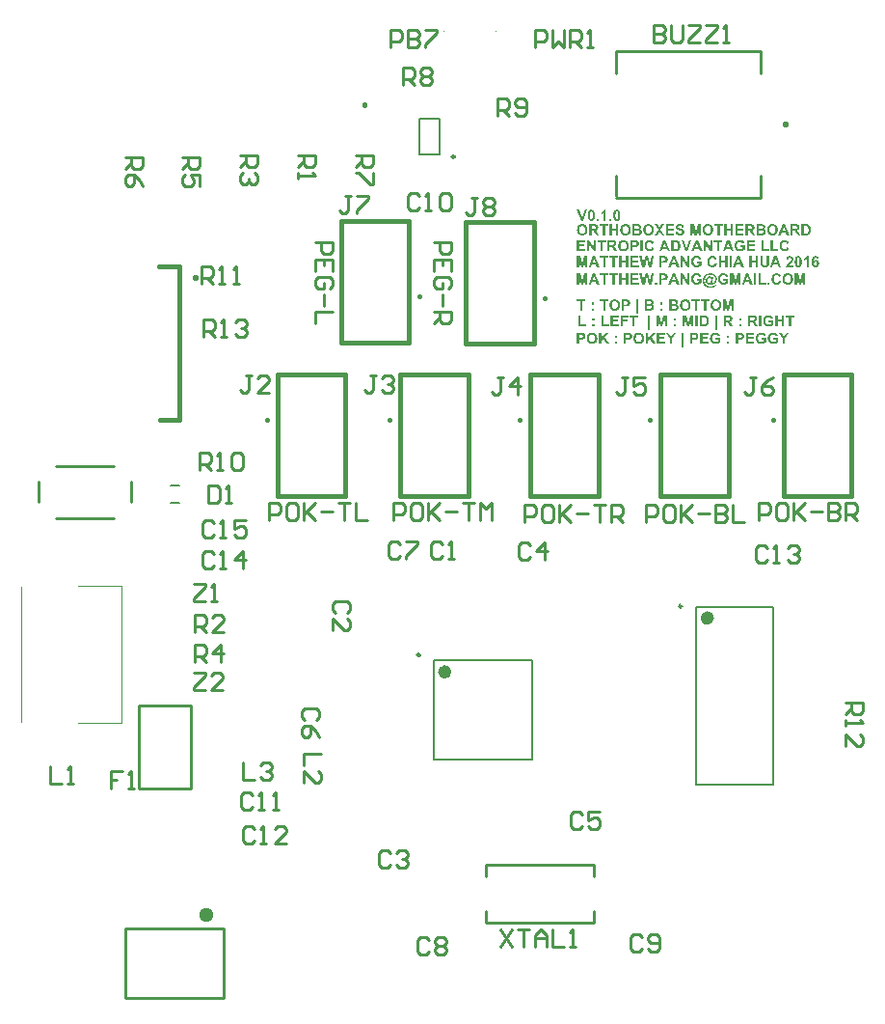
<source format=gto>
G04 Layer_Color=65535*
%FSAX24Y24*%
%MOIN*%
G70*
G01*
G75*
%ADD42C,0.0236*%
%ADD43C,0.0098*%
%ADD44C,0.0039*%
%ADD45C,0.0079*%
%ADD46C,0.0100*%
%ADD47C,0.0150*%
%ADD48C,0.0394*%
G36*
X032661Y034552D02*
X032588D01*
Y034624D01*
X032661D01*
Y034552D01*
D02*
G37*
G36*
X036998Y035634D02*
X037003Y035634D01*
X037010Y035633D01*
X037018Y035632D01*
X037028Y035630D01*
X037037Y035628D01*
X037048Y035625D01*
X037059Y035622D01*
X037070Y035618D01*
X037081Y035612D01*
X037092Y035607D01*
X037103Y035600D01*
X037113Y035592D01*
X037123Y035583D01*
X037123Y035582D01*
X037125Y035580D01*
X037128Y035577D01*
X037131Y035573D01*
X037135Y035568D01*
X037139Y035561D01*
X037144Y035554D01*
X037148Y035545D01*
X037153Y035535D01*
X037157Y035524D01*
X037162Y035512D01*
X037166Y035500D01*
X037169Y035486D01*
X037171Y035471D01*
X037173Y035455D01*
X037173Y035438D01*
Y035438D01*
Y035437D01*
Y035436D01*
Y035434D01*
Y035432D01*
X037173Y035430D01*
X037173Y035423D01*
X037172Y035415D01*
X037171Y035407D01*
X037169Y035396D01*
X037167Y035386D01*
X037164Y035375D01*
X037161Y035363D01*
X037157Y035351D01*
X037153Y035339D01*
X037147Y035327D01*
X037140Y035316D01*
X037132Y035305D01*
X037123Y035295D01*
X037123Y035294D01*
X037121Y035293D01*
X037119Y035290D01*
X037114Y035286D01*
X037110Y035283D01*
X037103Y035278D01*
X037096Y035274D01*
X037088Y035269D01*
X037079Y035264D01*
X037069Y035259D01*
X037058Y035255D01*
X037046Y035251D01*
X037034Y035248D01*
X037020Y035245D01*
X037005Y035243D01*
X036990Y035243D01*
X036987D01*
X036982Y035243D01*
X036976Y035244D01*
X036969Y035245D01*
X036961Y035246D01*
X036952Y035247D01*
X036942Y035250D01*
X036931Y035252D01*
X036921Y035256D01*
X036909Y035260D01*
X036898Y035265D01*
X036887Y035271D01*
X036876Y035277D01*
X036866Y035285D01*
X036856Y035294D01*
X036856Y035295D01*
X036854Y035297D01*
X036852Y035300D01*
X036848Y035304D01*
X036845Y035309D01*
X036841Y035316D01*
X036836Y035323D01*
X036832Y035332D01*
X036827Y035341D01*
X036822Y035352D01*
X036818Y035363D01*
X036814Y035376D01*
X036811Y035389D01*
X036809Y035404D01*
X036807Y035420D01*
X036807Y035436D01*
Y035437D01*
Y035439D01*
Y035442D01*
X036807Y035446D01*
Y035451D01*
X036807Y035457D01*
X036808Y035463D01*
X036809Y035470D01*
X036810Y035478D01*
X036811Y035485D01*
X036814Y035502D01*
X036818Y035518D01*
X036821Y035526D01*
X036824Y035533D01*
Y035534D01*
X036824Y035535D01*
X036825Y035536D01*
X036826Y035538D01*
X036827Y035541D01*
X036829Y035544D01*
X036833Y035551D01*
X036838Y035559D01*
X036844Y035568D01*
X036851Y035576D01*
X036859Y035585D01*
X036859Y035586D01*
X036860Y035586D01*
X036861Y035587D01*
X036863Y035589D01*
X036865Y035591D01*
X036867Y035593D01*
X036873Y035598D01*
X036880Y035604D01*
X036889Y035610D01*
X036898Y035615D01*
X036908Y035619D01*
X036908D01*
X036909Y035620D01*
X036911Y035621D01*
X036914Y035622D01*
X036917Y035623D01*
X036921Y035624D01*
X036926Y035626D01*
X036931Y035627D01*
X036937Y035628D01*
X036943Y035630D01*
X036950Y035631D01*
X036957Y035632D01*
X036973Y035634D01*
X036989Y035635D01*
X036993D01*
X036998Y035634D01*
D02*
G37*
G36*
X030282Y034552D02*
X030209D01*
Y034624D01*
X030282D01*
Y034552D01*
D02*
G37*
G36*
X034287Y034664D02*
X034176D01*
Y034350D01*
X034099D01*
Y034664D01*
X033987D01*
Y034728D01*
X034287D01*
Y034664D01*
D02*
G37*
G36*
X035111Y034350D02*
X035041D01*
X035040Y034648D01*
X034966Y034350D01*
X034892D01*
X034817Y034648D01*
Y034350D01*
X034747D01*
Y034728D01*
X034861D01*
X034929Y034470D01*
X034996Y034728D01*
X035111D01*
Y034350D01*
D02*
G37*
G36*
X030483Y035250D02*
X030399D01*
X030366Y035336D01*
X030215D01*
X030183Y035250D01*
X030103D01*
X030250Y035628D01*
X030331D01*
X030483Y035250D01*
D02*
G37*
G36*
X032473D02*
X032401D01*
Y035323D01*
X032473D01*
Y035250D01*
D02*
G37*
G36*
X032694Y035628D02*
X032701D01*
X032708Y035628D01*
X032724Y035627D01*
X032731Y035626D01*
X032739Y035626D01*
X032745Y035626D01*
X032752Y035625D01*
X032757Y035624D01*
X032761Y035623D01*
X032762D01*
X032763Y035622D01*
X032765Y035622D01*
X032767Y035621D01*
X032770Y035620D01*
X032773Y035619D01*
X032780Y035615D01*
X032789Y035610D01*
X032798Y035603D01*
X032803Y035599D01*
X032807Y035595D01*
X032812Y035591D01*
X032816Y035585D01*
X032816Y035585D01*
X032817Y035584D01*
X032818Y035583D01*
X032819Y035580D01*
X032821Y035578D01*
X032823Y035574D01*
X032825Y035570D01*
X032827Y035566D01*
X032829Y035560D01*
X032831Y035555D01*
X032833Y035549D01*
X032835Y035542D01*
X032836Y035535D01*
X032837Y035528D01*
X032838Y035520D01*
X032838Y035512D01*
Y035511D01*
Y035510D01*
Y035508D01*
Y035506D01*
X032838Y035503D01*
X032837Y035499D01*
X032837Y035496D01*
X032836Y035491D01*
X032835Y035482D01*
X032833Y035472D01*
X032830Y035462D01*
X032825Y035453D01*
Y035453D01*
X032825Y035452D01*
X032824Y035451D01*
X032823Y035449D01*
X032821Y035445D01*
X032817Y035439D01*
X032812Y035434D01*
X032807Y035428D01*
X032800Y035421D01*
X032793Y035416D01*
X032793D01*
X032792Y035415D01*
X032790Y035414D01*
X032786Y035411D01*
X032781Y035408D01*
X032775Y035405D01*
X032768Y035403D01*
X032761Y035400D01*
X032754Y035398D01*
X032753D01*
X032752Y035398D01*
X032751D01*
X032749Y035397D01*
X032746Y035397D01*
X032742Y035396D01*
X032738Y035396D01*
X032734Y035396D01*
X032728Y035395D01*
X032722Y035394D01*
X032716Y035394D01*
X032709Y035394D01*
X032701Y035393D01*
X032693D01*
X032684Y035393D01*
X032625D01*
Y035250D01*
X032548D01*
Y035628D01*
X032688D01*
X032694Y035628D01*
D02*
G37*
G36*
X031830Y035564D02*
X031626D01*
Y035481D01*
X031816D01*
Y035417D01*
X031626D01*
Y035314D01*
X031838D01*
Y035250D01*
X031550D01*
Y035628D01*
X031830D01*
Y035564D01*
D02*
G37*
G36*
X030796D02*
X030685D01*
Y035250D01*
X030609D01*
Y035564D01*
X030496D01*
Y035628D01*
X030796D01*
Y035564D01*
D02*
G37*
G36*
X031119D02*
X031007D01*
Y035250D01*
X030931D01*
Y035564D01*
X030819D01*
Y035628D01*
X031119D01*
Y035564D01*
D02*
G37*
G36*
X030000Y034664D02*
X029889D01*
Y034350D01*
X029812D01*
Y034664D01*
X029700D01*
Y034728D01*
X030000D01*
Y034664D01*
D02*
G37*
G36*
X030282Y034350D02*
X030209D01*
Y034423D01*
X030282D01*
Y034350D01*
D02*
G37*
G36*
X034512Y034734D02*
X034518Y034734D01*
X034524Y034733D01*
X034533Y034732D01*
X034542Y034730D01*
X034552Y034728D01*
X034562Y034725D01*
X034573Y034722D01*
X034584Y034718D01*
X034595Y034712D01*
X034606Y034707D01*
X034617Y034700D01*
X034627Y034692D01*
X034637Y034683D01*
X034638Y034682D01*
X034639Y034680D01*
X034642Y034677D01*
X034645Y034673D01*
X034649Y034668D01*
X034653Y034661D01*
X034658Y034654D01*
X034663Y034645D01*
X034667Y034635D01*
X034672Y034624D01*
X034676Y034612D01*
X034680Y034600D01*
X034683Y034586D01*
X034686Y034571D01*
X034687Y034555D01*
X034688Y034538D01*
Y034538D01*
Y034537D01*
Y034536D01*
Y034534D01*
Y034532D01*
X034687Y034530D01*
X034687Y034523D01*
X034686Y034515D01*
X034685Y034507D01*
X034684Y034496D01*
X034681Y034486D01*
X034679Y034475D01*
X034675Y034463D01*
X034671Y034451D01*
X034667Y034439D01*
X034661Y034427D01*
X034654Y034416D01*
X034647Y034405D01*
X034638Y034395D01*
X034637Y034394D01*
X034635Y034393D01*
X034633Y034390D01*
X034629Y034386D01*
X034624Y034383D01*
X034618Y034378D01*
X034611Y034374D01*
X034602Y034369D01*
X034593Y034364D01*
X034584Y034359D01*
X034572Y034355D01*
X034561Y034351D01*
X034548Y034348D01*
X034534Y034345D01*
X034520Y034343D01*
X034504Y034343D01*
X034501D01*
X034496Y034343D01*
X034490Y034344D01*
X034483Y034345D01*
X034475Y034346D01*
X034466Y034347D01*
X034456Y034350D01*
X034445Y034352D01*
X034435Y034356D01*
X034423Y034360D01*
X034412Y034365D01*
X034401Y034371D01*
X034390Y034377D01*
X034380Y034385D01*
X034370Y034394D01*
X034370Y034395D01*
X034368Y034397D01*
X034366Y034400D01*
X034363Y034404D01*
X034359Y034409D01*
X034355Y034416D01*
X034350Y034423D01*
X034346Y034432D01*
X034341Y034441D01*
X034336Y034452D01*
X034332Y034463D01*
X034328Y034476D01*
X034325Y034489D01*
X034323Y034504D01*
X034321Y034520D01*
X034321Y034536D01*
Y034537D01*
Y034539D01*
Y034542D01*
X034321Y034546D01*
Y034551D01*
X034322Y034557D01*
X034322Y034563D01*
X034323Y034570D01*
X034324Y034578D01*
X034325Y034585D01*
X034328Y034602D01*
X034332Y034618D01*
X034335Y034626D01*
X034338Y034633D01*
Y034634D01*
X034338Y034635D01*
X034339Y034636D01*
X034340Y034638D01*
X034342Y034641D01*
X034343Y034644D01*
X034347Y034651D01*
X034352Y034659D01*
X034358Y034668D01*
X034365Y034676D01*
X034373Y034685D01*
X034373Y034686D01*
X034374Y034686D01*
X034375Y034687D01*
X034377Y034689D01*
X034379Y034691D01*
X034381Y034693D01*
X034388Y034698D01*
X034395Y034704D01*
X034403Y034710D01*
X034412Y034715D01*
X034422Y034719D01*
X034422D01*
X034424Y034720D01*
X034426Y034721D01*
X034428Y034722D01*
X034431Y034723D01*
X034436Y034724D01*
X034440Y034726D01*
X034445Y034727D01*
X034451Y034728D01*
X034457Y034730D01*
X034464Y034731D01*
X034471Y034732D01*
X034487Y034734D01*
X034504Y034735D01*
X034507D01*
X034512Y034734D01*
D02*
G37*
G36*
X031017D02*
X031023Y034734D01*
X031030Y034733D01*
X031038Y034732D01*
X031047Y034730D01*
X031057Y034728D01*
X031067Y034725D01*
X031078Y034722D01*
X031089Y034718D01*
X031101Y034712D01*
X031112Y034707D01*
X031122Y034700D01*
X031133Y034692D01*
X031142Y034683D01*
X031143Y034682D01*
X031144Y034680D01*
X031147Y034677D01*
X031150Y034673D01*
X031154Y034668D01*
X031158Y034661D01*
X031163Y034654D01*
X031168Y034645D01*
X031172Y034635D01*
X031177Y034624D01*
X031181Y034612D01*
X031185Y034600D01*
X031188Y034586D01*
X031191Y034571D01*
X031192Y034555D01*
X031193Y034538D01*
Y034538D01*
Y034537D01*
Y034536D01*
Y034534D01*
Y034532D01*
X031192Y034530D01*
X031192Y034523D01*
X031191Y034515D01*
X031190Y034507D01*
X031189Y034496D01*
X031187Y034486D01*
X031184Y034475D01*
X031181Y034463D01*
X031176Y034451D01*
X031172Y034439D01*
X031166Y034427D01*
X031159Y034416D01*
X031152Y034405D01*
X031143Y034395D01*
X031142Y034394D01*
X031140Y034393D01*
X031138Y034390D01*
X031134Y034386D01*
X031129Y034383D01*
X031123Y034378D01*
X031116Y034374D01*
X031108Y034369D01*
X031099Y034364D01*
X031089Y034359D01*
X031078Y034355D01*
X031066Y034351D01*
X031053Y034348D01*
X031039Y034345D01*
X031025Y034343D01*
X031010Y034343D01*
X031006D01*
X031001Y034343D01*
X030996Y034344D01*
X030989Y034345D01*
X030980Y034346D01*
X030971Y034347D01*
X030961Y034350D01*
X030951Y034352D01*
X030940Y034356D01*
X030928Y034360D01*
X030917Y034365D01*
X030906Y034371D01*
X030896Y034377D01*
X030885Y034385D01*
X030875Y034394D01*
X030875Y034395D01*
X030873Y034397D01*
X030871Y034400D01*
X030868Y034404D01*
X030864Y034409D01*
X030860Y034416D01*
X030855Y034423D01*
X030851Y034432D01*
X030846Y034441D01*
X030841Y034452D01*
X030837Y034463D01*
X030834Y034476D01*
X030830Y034489D01*
X030828Y034504D01*
X030826Y034520D01*
X030826Y034536D01*
Y034537D01*
Y034539D01*
Y034542D01*
X030826Y034546D01*
Y034551D01*
X030827Y034557D01*
X030828Y034563D01*
X030828Y034570D01*
X030829Y034578D01*
X030830Y034585D01*
X030833Y034602D01*
X030837Y034618D01*
X030840Y034626D01*
X030843Y034633D01*
Y034634D01*
X030843Y034635D01*
X030844Y034636D01*
X030846Y034638D01*
X030847Y034641D01*
X030848Y034644D01*
X030852Y034651D01*
X030857Y034659D01*
X030863Y034668D01*
X030870Y034676D01*
X030878Y034685D01*
X030878Y034686D01*
X030879Y034686D01*
X030880Y034687D01*
X030882Y034689D01*
X030884Y034691D01*
X030887Y034693D01*
X030893Y034698D01*
X030900Y034704D01*
X030908Y034710D01*
X030917Y034715D01*
X030927Y034719D01*
X030928D01*
X030929Y034720D01*
X030931Y034721D01*
X030933Y034722D01*
X030937Y034723D01*
X030941Y034724D01*
X030945Y034726D01*
X030951Y034727D01*
X030956Y034728D01*
X030962Y034730D01*
X030969Y034731D01*
X030976Y034732D01*
X030992Y034734D01*
X031009Y034735D01*
X031012D01*
X031017Y034734D01*
D02*
G37*
G36*
X033455D02*
X033461Y034734D01*
X033468Y034733D01*
X033476Y034732D01*
X033485Y034730D01*
X033495Y034728D01*
X033506Y034725D01*
X033516Y034722D01*
X033527Y034718D01*
X033539Y034712D01*
X033550Y034707D01*
X033561Y034700D01*
X033571Y034692D01*
X033581Y034683D01*
X033581Y034682D01*
X033583Y034680D01*
X033585Y034677D01*
X033588Y034673D01*
X033593Y034668D01*
X033597Y034661D01*
X033601Y034654D01*
X033606Y034645D01*
X033611Y034635D01*
X033615Y034624D01*
X033620Y034612D01*
X033623Y034600D01*
X033627Y034586D01*
X033629Y034571D01*
X033631Y034555D01*
X033631Y034538D01*
Y034538D01*
Y034537D01*
Y034536D01*
Y034534D01*
Y034532D01*
X033631Y034530D01*
X033630Y034523D01*
X033629Y034515D01*
X033629Y034507D01*
X033627Y034496D01*
X033625Y034486D01*
X033622Y034475D01*
X033619Y034463D01*
X033615Y034451D01*
X033610Y034439D01*
X033604Y034427D01*
X033597Y034416D01*
X033590Y034405D01*
X033581Y034395D01*
X033581Y034394D01*
X033579Y034393D01*
X033576Y034390D01*
X033572Y034386D01*
X033567Y034383D01*
X033561Y034378D01*
X033554Y034374D01*
X033546Y034369D01*
X033537Y034364D01*
X033527Y034359D01*
X033516Y034355D01*
X033504Y034351D01*
X033491Y034348D01*
X033478Y034345D01*
X033463Y034343D01*
X033448Y034343D01*
X033444D01*
X033440Y034343D01*
X033434Y034344D01*
X033427Y034345D01*
X033418Y034346D01*
X033409Y034347D01*
X033399Y034350D01*
X033389Y034352D01*
X033378Y034356D01*
X033367Y034360D01*
X033356Y034365D01*
X033344Y034371D01*
X033334Y034377D01*
X033324Y034385D01*
X033314Y034394D01*
X033313Y034395D01*
X033312Y034397D01*
X033309Y034400D01*
X033306Y034404D01*
X033302Y034409D01*
X033298Y034416D01*
X033294Y034423D01*
X033289Y034432D01*
X033284Y034441D01*
X033280Y034452D01*
X033276Y034463D01*
X033272Y034476D01*
X033269Y034489D01*
X033266Y034504D01*
X033265Y034520D01*
X033264Y034536D01*
Y034537D01*
Y034539D01*
Y034542D01*
X033265Y034546D01*
Y034551D01*
X033265Y034557D01*
X033266Y034563D01*
X033266Y034570D01*
X033267Y034578D01*
X033268Y034585D01*
X033272Y034602D01*
X033276Y034618D01*
X033278Y034626D01*
X033281Y034633D01*
Y034634D01*
X033282Y034635D01*
X033283Y034636D01*
X033284Y034638D01*
X033285Y034641D01*
X033287Y034644D01*
X033290Y034651D01*
X033295Y034659D01*
X033301Y034668D01*
X033308Y034676D01*
X033316Y034685D01*
X033317Y034686D01*
X033317Y034686D01*
X033319Y034687D01*
X033320Y034689D01*
X033322Y034691D01*
X033325Y034693D01*
X033331Y034698D01*
X033338Y034704D01*
X033347Y034710D01*
X033356Y034715D01*
X033365Y034719D01*
X033366D01*
X033367Y034720D01*
X033369Y034721D01*
X033372Y034722D01*
X033375Y034723D01*
X033379Y034724D01*
X033383Y034726D01*
X033389Y034727D01*
X033395Y034728D01*
X033401Y034730D01*
X033408Y034731D01*
X033415Y034732D01*
X033430Y034734D01*
X033447Y034735D01*
X033451D01*
X033455Y034734D01*
D02*
G37*
G36*
X030792Y034664D02*
X030681D01*
Y034350D01*
X030604D01*
Y034664D01*
X030492D01*
Y034728D01*
X030792D01*
Y034664D01*
D02*
G37*
G36*
X033069Y034728D02*
X033074D01*
X033085Y034728D01*
X033096Y034727D01*
X033107Y034726D01*
X033112Y034725D01*
X033116Y034724D01*
X033117D01*
X033118Y034724D01*
X033120Y034724D01*
X033124Y034723D01*
X033129Y034721D01*
X033135Y034719D01*
X033142Y034716D01*
X033149Y034713D01*
X033155Y034709D01*
X033156D01*
X033156Y034708D01*
X033158Y034707D01*
X033162Y034704D01*
X033166Y034701D01*
X033170Y034696D01*
X033175Y034690D01*
X033180Y034684D01*
X033185Y034677D01*
Y034677D01*
X033185Y034676D01*
X033186Y034675D01*
X033187Y034674D01*
X033188Y034670D01*
X033191Y034664D01*
X033193Y034658D01*
X033195Y034650D01*
X033196Y034642D01*
X033196Y034633D01*
Y034632D01*
Y034632D01*
Y034630D01*
X033196Y034628D01*
Y034626D01*
X033196Y034623D01*
X033195Y034617D01*
X033193Y034609D01*
X033190Y034601D01*
X033187Y034593D01*
X033182Y034584D01*
Y034584D01*
X033181Y034583D01*
X033180Y034582D01*
X033180Y034580D01*
X033176Y034577D01*
X033172Y034572D01*
X033166Y034566D01*
X033160Y034561D01*
X033152Y034555D01*
X033143Y034551D01*
X033144D01*
X033145Y034550D01*
X033146Y034550D01*
X033149Y034549D01*
X033152Y034548D01*
X033155Y034546D01*
X033163Y034543D01*
X033171Y034538D01*
X033180Y034532D01*
X033189Y034525D01*
X033196Y034516D01*
X033196Y034516D01*
X033197Y034515D01*
X033198Y034514D01*
X033199Y034512D01*
X033201Y034510D01*
X033202Y034507D01*
X033204Y034504D01*
X033205Y034500D01*
X033209Y034492D01*
X033212Y034482D01*
X033214Y034471D01*
X033215Y034466D01*
Y034459D01*
Y034459D01*
Y034458D01*
Y034457D01*
Y034455D01*
X033215Y034453D01*
X033214Y034450D01*
X033213Y034443D01*
X033212Y034436D01*
X033210Y034427D01*
X033207Y034418D01*
X033203Y034409D01*
Y034409D01*
X033202Y034408D01*
X033201Y034407D01*
X033201Y034405D01*
X033198Y034400D01*
X033194Y034395D01*
X033190Y034389D01*
X033184Y034382D01*
X033177Y034376D01*
X033170Y034370D01*
X033169D01*
X033169Y034370D01*
X033168Y034369D01*
X033166Y034368D01*
X033164Y034367D01*
X033162Y034366D01*
X033156Y034363D01*
X033149Y034359D01*
X033139Y034357D01*
X033130Y034354D01*
X033119Y034352D01*
X033117D01*
X033114Y034352D01*
X033112D01*
X033109Y034352D01*
X033105D01*
X033100Y034351D01*
X033094D01*
X033088Y034351D01*
X033080D01*
X033072Y034350D01*
X033052D01*
X033040Y034350D01*
X032898D01*
Y034728D01*
X033064D01*
X033069Y034728D01*
D02*
G37*
G36*
X033964Y034664D02*
X033853D01*
Y034350D01*
X033777D01*
Y034664D01*
X033664D01*
Y034728D01*
X033964D01*
Y034664D01*
D02*
G37*
G36*
X032661Y034350D02*
X032588D01*
Y034423D01*
X032661D01*
Y034350D01*
D02*
G37*
G36*
X031399Y034728D02*
X031405D01*
X031413Y034728D01*
X031428Y034727D01*
X031436Y034726D01*
X031443Y034726D01*
X031450Y034726D01*
X031456Y034725D01*
X031461Y034724D01*
X031466Y034723D01*
X031466D01*
X031468Y034722D01*
X031469Y034722D01*
X031471Y034721D01*
X031474Y034720D01*
X031477Y034719D01*
X031485Y034715D01*
X031493Y034710D01*
X031502Y034703D01*
X031507Y034699D01*
X031512Y034695D01*
X031516Y034691D01*
X031520Y034685D01*
X031521Y034685D01*
X031521Y034684D01*
X031522Y034683D01*
X031524Y034680D01*
X031526Y034678D01*
X031527Y034674D01*
X031529Y034670D01*
X031531Y034666D01*
X031534Y034660D01*
X031536Y034655D01*
X031538Y034649D01*
X031539Y034642D01*
X031540Y034635D01*
X031542Y034628D01*
X031542Y034620D01*
X031543Y034612D01*
Y034611D01*
Y034610D01*
Y034608D01*
Y034606D01*
X031542Y034603D01*
X031542Y034599D01*
X031541Y034596D01*
X031541Y034591D01*
X031539Y034582D01*
X031537Y034572D01*
X031534Y034562D01*
X031530Y034553D01*
Y034553D01*
X031529Y034552D01*
X031529Y034551D01*
X031527Y034549D01*
X031525Y034545D01*
X031521Y034539D01*
X031516Y034534D01*
X031511Y034528D01*
X031504Y034521D01*
X031497Y034516D01*
X031497D01*
X031497Y034515D01*
X031494Y034514D01*
X031490Y034511D01*
X031485Y034508D01*
X031479Y034505D01*
X031473Y034503D01*
X031465Y034500D01*
X031458Y034498D01*
X031458D01*
X031457Y034498D01*
X031455D01*
X031453Y034497D01*
X031450Y034497D01*
X031447Y034496D01*
X031442Y034496D01*
X031438Y034496D01*
X031433Y034495D01*
X031427Y034494D01*
X031420Y034494D01*
X031413Y034494D01*
X031405Y034493D01*
X031397D01*
X031388Y034493D01*
X031329D01*
Y034350D01*
X031253D01*
Y034728D01*
X031392D01*
X031399Y034728D01*
D02*
G37*
G36*
X032218D02*
X032223D01*
X032234Y034728D01*
X032245Y034727D01*
X032256Y034726D01*
X032260Y034725D01*
X032265Y034724D01*
X032266D01*
X032267Y034724D01*
X032269Y034724D01*
X032273Y034723D01*
X032278Y034721D01*
X032284Y034719D01*
X032291Y034716D01*
X032298Y034713D01*
X032304Y034709D01*
X032305D01*
X032305Y034708D01*
X032307Y034707D01*
X032310Y034704D01*
X032315Y034701D01*
X032319Y034696D01*
X032324Y034690D01*
X032329Y034684D01*
X032333Y034677D01*
Y034677D01*
X032334Y034676D01*
X032335Y034675D01*
X032335Y034674D01*
X032337Y034670D01*
X032340Y034664D01*
X032342Y034658D01*
X032344Y034650D01*
X032345Y034642D01*
X032345Y034633D01*
Y034632D01*
Y034632D01*
Y034630D01*
X032345Y034628D01*
Y034626D01*
X032345Y034623D01*
X032344Y034617D01*
X032342Y034609D01*
X032339Y034601D01*
X032336Y034593D01*
X032331Y034584D01*
Y034584D01*
X032330Y034583D01*
X032329Y034582D01*
X032329Y034580D01*
X032325Y034577D01*
X032321Y034572D01*
X032315Y034566D01*
X032308Y034561D01*
X032301Y034555D01*
X032292Y034551D01*
X032292D01*
X032294Y034550D01*
X032295Y034550D01*
X032298Y034549D01*
X032301Y034548D01*
X032304Y034546D01*
X032312Y034543D01*
X032320Y034538D01*
X032329Y034532D01*
X032338Y034525D01*
X032345Y034516D01*
X032345Y034516D01*
X032346Y034515D01*
X032347Y034514D01*
X032348Y034512D01*
X032349Y034510D01*
X032351Y034507D01*
X032353Y034504D01*
X032354Y034500D01*
X032358Y034492D01*
X032361Y034482D01*
X032363Y034471D01*
X032364Y034466D01*
Y034459D01*
Y034459D01*
Y034458D01*
Y034457D01*
Y034455D01*
X032363Y034453D01*
X032363Y034450D01*
X032362Y034443D01*
X032361Y034436D01*
X032358Y034427D01*
X032356Y034418D01*
X032351Y034409D01*
Y034409D01*
X032351Y034408D01*
X032350Y034407D01*
X032349Y034405D01*
X032347Y034400D01*
X032343Y034395D01*
X032338Y034389D01*
X032333Y034382D01*
X032326Y034376D01*
X032319Y034370D01*
X032318D01*
X032318Y034370D01*
X032317Y034369D01*
X032315Y034368D01*
X032313Y034367D01*
X032310Y034366D01*
X032305Y034363D01*
X032297Y034359D01*
X032288Y034357D01*
X032278Y034354D01*
X032267Y034352D01*
X032265D01*
X032263Y034352D01*
X032261D01*
X032258Y034352D01*
X032253D01*
X032249Y034351D01*
X032243D01*
X032237Y034351D01*
X032229D01*
X032221Y034350D01*
X032201D01*
X032189Y034350D01*
X032047D01*
Y034728D01*
X032213D01*
X032218Y034728D01*
D02*
G37*
G36*
X033242Y035250D02*
X033159D01*
X033126Y035336D01*
X032975D01*
X032943Y035250D01*
X032862D01*
X033010Y035628D01*
X033091D01*
X033242Y035250D01*
D02*
G37*
G36*
X037358Y036229D02*
X037362D01*
X037367Y036228D01*
X037372Y036228D01*
X037378Y036226D01*
X037385Y036225D01*
X037391Y036223D01*
X037398Y036220D01*
X037406Y036217D01*
X037413Y036213D01*
X037419Y036209D01*
X037426Y036203D01*
X037433Y036197D01*
X037439Y036190D01*
X037440Y036190D01*
X037441Y036188D01*
X037442Y036185D01*
X037445Y036181D01*
X037448Y036176D01*
X037451Y036170D01*
X037454Y036162D01*
X037458Y036153D01*
X037461Y036144D01*
X037465Y036132D01*
X037467Y036119D01*
X037470Y036105D01*
X037473Y036090D01*
X037474Y036073D01*
X037476Y036055D01*
X037476Y036036D01*
Y036036D01*
Y036035D01*
Y036033D01*
Y036032D01*
Y036029D01*
X037476Y036026D01*
Y036023D01*
Y036019D01*
X037475Y036010D01*
X037474Y036000D01*
X037473Y035989D01*
X037472Y035977D01*
X037469Y035964D01*
X037467Y035951D01*
X037464Y035938D01*
X037460Y035925D01*
X037456Y035914D01*
X037451Y035902D01*
X037445Y035891D01*
X037439Y035882D01*
X037438Y035881D01*
X037438Y035880D01*
X037435Y035878D01*
X037433Y035875D01*
X037430Y035873D01*
X037426Y035869D01*
X037422Y035866D01*
X037417Y035862D01*
X037411Y035859D01*
X037404Y035855D01*
X037397Y035852D01*
X037390Y035849D01*
X037381Y035847D01*
X037372Y035845D01*
X037363Y035843D01*
X037353Y035843D01*
X037351D01*
X037348Y035843D01*
X037344Y035844D01*
X037339Y035844D01*
X037334Y035845D01*
X037328Y035847D01*
X037321Y035848D01*
X037314Y035850D01*
X037307Y035853D01*
X037300Y035857D01*
X037292Y035861D01*
X037285Y035866D01*
X037278Y035871D01*
X037271Y035878D01*
X037264Y035885D01*
X037264Y035886D01*
X037263Y035887D01*
X037261Y035890D01*
X037259Y035893D01*
X037256Y035898D01*
X037253Y035905D01*
X037251Y035912D01*
X037247Y035920D01*
X037244Y035930D01*
X037241Y035941D01*
X037238Y035953D01*
X037236Y035967D01*
X037234Y035982D01*
X037232Y035999D01*
X037231Y036017D01*
X037230Y036037D01*
Y036037D01*
Y036038D01*
Y036040D01*
Y036041D01*
Y036044D01*
X037231Y036047D01*
Y036050D01*
Y036054D01*
X037232Y036063D01*
X037233Y036073D01*
X037234Y036084D01*
X037235Y036096D01*
X037237Y036109D01*
X037239Y036121D01*
X037242Y036134D01*
X037246Y036147D01*
X037250Y036159D01*
X037255Y036171D01*
X037261Y036181D01*
X037267Y036191D01*
X037268Y036191D01*
X037269Y036192D01*
X037271Y036194D01*
X037273Y036197D01*
X037276Y036200D01*
X037280Y036203D01*
X037285Y036207D01*
X037290Y036210D01*
X037295Y036214D01*
X037302Y036217D01*
X037309Y036221D01*
X037317Y036224D01*
X037325Y036226D01*
X037334Y036228D01*
X037343Y036229D01*
X037353Y036230D01*
X037356D01*
X037358Y036229D01*
D02*
G37*
G36*
X030483Y035850D02*
X030399D01*
X030366Y035936D01*
X030215D01*
X030183Y035850D01*
X030103D01*
X030250Y036228D01*
X030331D01*
X030483Y035850D01*
D02*
G37*
G36*
X034777Y035634D02*
X034783Y035634D01*
X034790Y035633D01*
X034798Y035632D01*
X034806Y035631D01*
X034814Y035629D01*
X034823Y035627D01*
X034832Y035625D01*
X034842Y035622D01*
X034851Y035619D01*
X034859Y035615D01*
X034868Y035610D01*
X034875Y035605D01*
X034876Y035605D01*
X034877Y035604D01*
X034879Y035602D01*
X034882Y035600D01*
X034885Y035596D01*
X034889Y035593D01*
X034893Y035589D01*
X034897Y035584D01*
X034901Y035578D01*
X034905Y035572D01*
X034910Y035565D01*
X034914Y035558D01*
X034918Y035551D01*
X034921Y035542D01*
X034924Y035533D01*
X034927Y035523D01*
X034851Y035509D01*
Y035510D01*
X034850Y035510D01*
X034850Y035512D01*
X034849Y035514D01*
X034848Y035516D01*
X034847Y035519D01*
X034844Y035525D01*
X034840Y035532D01*
X034834Y035539D01*
X034828Y035546D01*
X034820Y035553D01*
X034820D01*
X034820Y035554D01*
X034818Y035555D01*
X034816Y035555D01*
X034814Y035557D01*
X034812Y035558D01*
X034809Y035560D01*
X034805Y035561D01*
X034798Y035564D01*
X034788Y035567D01*
X034777Y035569D01*
X034766Y035569D01*
X034761D01*
X034757Y035569D01*
X034753Y035569D01*
X034748Y035568D01*
X034743Y035567D01*
X034737Y035565D01*
X034731Y035564D01*
X034724Y035562D01*
X034718Y035559D01*
X034711Y035556D01*
X034704Y035552D01*
X034698Y035548D01*
X034692Y035543D01*
X034686Y035537D01*
X034686Y035537D01*
X034685Y035536D01*
X034683Y035534D01*
X034681Y035531D01*
X034679Y035528D01*
X034677Y035524D01*
X034674Y035519D01*
X034671Y035514D01*
X034668Y035507D01*
X034666Y035501D01*
X034663Y035493D01*
X034661Y035484D01*
X034659Y035475D01*
X034658Y035465D01*
X034657Y035455D01*
X034656Y035443D01*
Y035442D01*
Y035440D01*
X034657Y035437D01*
Y035432D01*
X034657Y035426D01*
X034658Y035420D01*
X034659Y035413D01*
X034660Y035405D01*
X034662Y035397D01*
X034664Y035389D01*
X034666Y035380D01*
X034669Y035372D01*
X034672Y035364D01*
X034677Y035356D01*
X034681Y035348D01*
X034686Y035342D01*
X034687Y035341D01*
X034688Y035341D01*
X034690Y035339D01*
X034692Y035337D01*
X034695Y035334D01*
X034698Y035331D01*
X034703Y035328D01*
X034707Y035325D01*
X034713Y035322D01*
X034719Y035319D01*
X034725Y035316D01*
X034732Y035314D01*
X034740Y035312D01*
X034748Y035310D01*
X034756Y035309D01*
X034765Y035308D01*
X034769D01*
X034771Y035309D01*
X034774D01*
X034780Y035309D01*
X034787Y035311D01*
X034795Y035312D01*
X034804Y035314D01*
X034813Y035318D01*
X034813D01*
X034814Y035318D01*
X034815Y035318D01*
X034817Y035319D01*
X034821Y035321D01*
X034827Y035324D01*
X034834Y035327D01*
X034841Y035331D01*
X034848Y035335D01*
X034855Y035340D01*
Y035389D01*
X034767D01*
Y035453D01*
X034932D01*
Y035301D01*
X034931Y035301D01*
X034930Y035300D01*
X034929Y035299D01*
X034927Y035298D01*
X034925Y035296D01*
X034922Y035293D01*
X034918Y035291D01*
X034914Y035288D01*
X034909Y035284D01*
X034904Y035281D01*
X034898Y035278D01*
X034892Y035275D01*
X034885Y035271D01*
X034878Y035268D01*
X034870Y035264D01*
X034862Y035261D01*
X034861D01*
X034860Y035260D01*
X034857Y035259D01*
X034854Y035258D01*
X034850Y035257D01*
X034845Y035255D01*
X034839Y035254D01*
X034833Y035252D01*
X034827Y035250D01*
X034819Y035249D01*
X034812Y035247D01*
X034804Y035246D01*
X034787Y035244D01*
X034778Y035243D01*
X034770Y035243D01*
X034764D01*
X034760Y035243D01*
X034754Y035244D01*
X034748Y035244D01*
X034742Y035245D01*
X034734Y035246D01*
X034727Y035248D01*
X034718Y035249D01*
X034710Y035251D01*
X034701Y035253D01*
X034692Y035256D01*
X034683Y035259D01*
X034675Y035263D01*
X034666Y035268D01*
X034666Y035268D01*
X034664Y035269D01*
X034662Y035270D01*
X034659Y035272D01*
X034655Y035275D01*
X034651Y035278D01*
X034646Y035282D01*
X034641Y035286D01*
X034636Y035291D01*
X034631Y035296D01*
X034625Y035302D01*
X034620Y035308D01*
X034614Y035315D01*
X034609Y035323D01*
X034604Y035330D01*
X034600Y035339D01*
X034599Y035339D01*
X034599Y035341D01*
X034598Y035343D01*
X034597Y035347D01*
X034595Y035351D01*
X034593Y035357D01*
X034591Y035362D01*
X034589Y035369D01*
X034587Y035376D01*
X034585Y035384D01*
X034583Y035392D01*
X034581Y035401D01*
X034580Y035410D01*
X034579Y035420D01*
X034578Y035430D01*
X034578Y035440D01*
Y035441D01*
Y035442D01*
Y035446D01*
X034578Y035450D01*
X034579Y035455D01*
X034579Y035461D01*
X034580Y035468D01*
X034581Y035475D01*
X034582Y035483D01*
X034584Y035491D01*
X034586Y035500D01*
X034588Y035509D01*
X034591Y035518D01*
X034594Y035527D01*
X034598Y035536D01*
X034602Y035545D01*
X034603Y035545D01*
X034604Y035547D01*
X034605Y035549D01*
X034607Y035553D01*
X034610Y035556D01*
X034613Y035561D01*
X034616Y035566D01*
X034621Y035571D01*
X034625Y035577D01*
X034631Y035583D01*
X034637Y035588D01*
X034643Y035594D01*
X034650Y035600D01*
X034658Y035605D01*
X034666Y035611D01*
X034675Y035616D01*
X034675Y035616D01*
X034677Y035617D01*
X034679Y035617D01*
X034681Y035619D01*
X034685Y035620D01*
X034689Y035622D01*
X034694Y035624D01*
X034700Y035625D01*
X034706Y035627D01*
X034713Y035628D01*
X034720Y035630D01*
X034729Y035632D01*
X034737Y035633D01*
X034746Y035634D01*
X034756Y035635D01*
X034773D01*
X034777Y035634D01*
D02*
G37*
G36*
X036610D02*
X036615Y035634D01*
X036621Y035633D01*
X036628Y035633D01*
X036636Y035631D01*
X036644Y035629D01*
X036652Y035627D01*
X036661Y035624D01*
X036671Y035621D01*
X036680Y035617D01*
X036690Y035612D01*
X036699Y035607D01*
X036708Y035601D01*
X036716Y035593D01*
X036717Y035593D01*
X036718Y035592D01*
X036719Y035591D01*
X036720Y035589D01*
X036723Y035586D01*
X036725Y035583D01*
X036728Y035580D01*
X036731Y035576D01*
X036734Y035571D01*
X036737Y035566D01*
X036741Y035560D01*
X036744Y035554D01*
X036747Y035547D01*
X036750Y035540D01*
X036753Y035532D01*
X036755Y035524D01*
X036680Y035506D01*
Y035506D01*
X036679Y035507D01*
X036679Y035509D01*
X036679Y035511D01*
X036678Y035513D01*
X036677Y035516D01*
X036674Y035523D01*
X036670Y035530D01*
X036665Y035538D01*
X036659Y035545D01*
X036652Y035552D01*
X036651Y035553D01*
X036651Y035553D01*
X036649Y035554D01*
X036648Y035555D01*
X036646Y035556D01*
X036643Y035557D01*
X036637Y035561D01*
X036629Y035564D01*
X036621Y035567D01*
X036611Y035569D01*
X036600Y035569D01*
X036596D01*
X036593Y035569D01*
X036589Y035569D01*
X036585Y035568D01*
X036581Y035567D01*
X036576Y035566D01*
X036570Y035564D01*
X036565Y035562D01*
X036559Y035560D01*
X036553Y035557D01*
X036547Y035553D01*
X036542Y035549D01*
X036536Y035544D01*
X036531Y035539D01*
X036531Y035539D01*
X036530Y035538D01*
X036529Y035536D01*
X036527Y035533D01*
X036525Y035530D01*
X036523Y035526D01*
X036521Y035521D01*
X036519Y035515D01*
X036516Y035509D01*
X036514Y035502D01*
X036512Y035494D01*
X036510Y035485D01*
X036508Y035475D01*
X036507Y035465D01*
X036506Y035453D01*
X036506Y035441D01*
Y035440D01*
Y035438D01*
Y035434D01*
X036506Y035430D01*
X036506Y035423D01*
X036507Y035417D01*
X036508Y035409D01*
X036509Y035401D01*
X036512Y035384D01*
X036514Y035376D01*
X036516Y035368D01*
X036519Y035359D01*
X036523Y035352D01*
X036527Y035345D01*
X036531Y035339D01*
X036531Y035339D01*
X036532Y035338D01*
X036534Y035336D01*
X036536Y035334D01*
X036538Y035332D01*
X036541Y035330D01*
X036545Y035327D01*
X036549Y035324D01*
X036554Y035321D01*
X036559Y035318D01*
X036564Y035316D01*
X036570Y035314D01*
X036577Y035312D01*
X036583Y035310D01*
X036591Y035309D01*
X036598Y035309D01*
X036601D01*
X036603Y035309D01*
X036606D01*
X036609Y035310D01*
X036616Y035311D01*
X036624Y035314D01*
X036633Y035317D01*
X036642Y035322D01*
X036646Y035325D01*
X036650Y035328D01*
X036651Y035328D01*
X036651Y035329D01*
X036652Y035330D01*
X036654Y035332D01*
X036656Y035334D01*
X036658Y035336D01*
X036660Y035339D01*
X036663Y035343D01*
X036665Y035347D01*
X036668Y035351D01*
X036670Y035356D01*
X036673Y035362D01*
X036676Y035368D01*
X036678Y035374D01*
X036680Y035382D01*
X036682Y035389D01*
X036757Y035366D01*
Y035365D01*
X036756Y035363D01*
X036755Y035360D01*
X036753Y035356D01*
X036751Y035351D01*
X036749Y035345D01*
X036746Y035338D01*
X036743Y035331D01*
X036739Y035324D01*
X036735Y035316D01*
X036730Y035308D01*
X036725Y035301D01*
X036720Y035293D01*
X036713Y035286D01*
X036707Y035280D01*
X036700Y035273D01*
X036699Y035273D01*
X036698Y035272D01*
X036695Y035271D01*
X036693Y035269D01*
X036688Y035266D01*
X036684Y035264D01*
X036679Y035261D01*
X036672Y035259D01*
X036665Y035256D01*
X036658Y035253D01*
X036649Y035250D01*
X036640Y035248D01*
X036631Y035246D01*
X036621Y035245D01*
X036610Y035244D01*
X036599Y035243D01*
X036596D01*
X036592Y035244D01*
X036586Y035244D01*
X036580Y035245D01*
X036573Y035246D01*
X036564Y035248D01*
X036555Y035250D01*
X036546Y035252D01*
X036536Y035256D01*
X036525Y035260D01*
X036515Y035265D01*
X036505Y035271D01*
X036495Y035278D01*
X036485Y035286D01*
X036475Y035295D01*
X036475Y035295D01*
X036473Y035297D01*
X036471Y035300D01*
X036468Y035304D01*
X036464Y035309D01*
X036460Y035316D01*
X036456Y035323D01*
X036451Y035332D01*
X036447Y035341D01*
X036442Y035352D01*
X036438Y035363D01*
X036434Y035376D01*
X036431Y035389D01*
X036429Y035404D01*
X036427Y035419D01*
X036427Y035435D01*
Y035436D01*
Y035437D01*
Y035438D01*
Y035439D01*
Y035442D01*
X036427Y035444D01*
X036428Y035451D01*
X036429Y035459D01*
X036429Y035468D01*
X036431Y035478D01*
X036433Y035489D01*
X036435Y035501D01*
X036439Y035513D01*
X036442Y035525D01*
X036447Y035537D01*
X036453Y035549D01*
X036459Y035561D01*
X036467Y035572D01*
X036475Y035582D01*
X036476Y035583D01*
X036478Y035585D01*
X036480Y035587D01*
X036484Y035590D01*
X036489Y035594D01*
X036495Y035599D01*
X036502Y035603D01*
X036510Y035608D01*
X036518Y035613D01*
X036528Y035618D01*
X036538Y035622D01*
X036550Y035626D01*
X036562Y035630D01*
X036575Y035633D01*
X036589Y035634D01*
X036604Y035635D01*
X036607D01*
X036610Y035634D01*
D02*
G37*
G36*
X033850D02*
X033857Y035634D01*
X033864Y035633D01*
X033871Y035632D01*
X033879Y035631D01*
X033888Y035629D01*
X033897Y035627D01*
X033906Y035625D01*
X033915Y035622D01*
X033924Y035619D01*
X033933Y035615D01*
X033941Y035610D01*
X033949Y035605D01*
X033949Y035605D01*
X033950Y035604D01*
X033953Y035602D01*
X033955Y035600D01*
X033958Y035596D01*
X033962Y035593D01*
X033966Y035589D01*
X033970Y035584D01*
X033975Y035578D01*
X033979Y035572D01*
X033983Y035565D01*
X033987Y035558D01*
X033991Y035551D01*
X033995Y035542D01*
X033998Y035533D01*
X034000Y035523D01*
X033924Y035509D01*
Y035510D01*
X033924Y035510D01*
X033923Y035512D01*
X033923Y035514D01*
X033922Y035516D01*
X033921Y035519D01*
X033917Y035525D01*
X033913Y035532D01*
X033908Y035539D01*
X033902Y035546D01*
X033894Y035553D01*
X033893D01*
X033893Y035554D01*
X033892Y035555D01*
X033890Y035555D01*
X033888Y035557D01*
X033885Y035558D01*
X033882Y035560D01*
X033879Y035561D01*
X033871Y035564D01*
X033861Y035567D01*
X033851Y035569D01*
X033839Y035569D01*
X033834D01*
X033831Y035569D01*
X033827Y035569D01*
X033822Y035568D01*
X033816Y035567D01*
X033810Y035565D01*
X033804Y035564D01*
X033798Y035562D01*
X033791Y035559D01*
X033784Y035556D01*
X033778Y035552D01*
X033771Y035548D01*
X033765Y035543D01*
X033759Y035537D01*
X033759Y035537D01*
X033758Y035536D01*
X033757Y035534D01*
X033755Y035531D01*
X033752Y035528D01*
X033750Y035524D01*
X033748Y035519D01*
X033745Y035514D01*
X033742Y035507D01*
X033739Y035501D01*
X033737Y035493D01*
X033734Y035484D01*
X033733Y035475D01*
X033731Y035465D01*
X033730Y035455D01*
X033730Y035443D01*
Y035442D01*
Y035440D01*
X033730Y035437D01*
Y035432D01*
X033731Y035426D01*
X033732Y035420D01*
X033732Y035413D01*
X033734Y035405D01*
X033735Y035397D01*
X033737Y035389D01*
X033740Y035380D01*
X033743Y035372D01*
X033746Y035364D01*
X033750Y035356D01*
X033754Y035348D01*
X033760Y035342D01*
X033760Y035341D01*
X033761Y035341D01*
X033763Y035339D01*
X033765Y035337D01*
X033768Y035334D01*
X033772Y035331D01*
X033776Y035328D01*
X033781Y035325D01*
X033786Y035322D01*
X033792Y035319D01*
X033798Y035316D01*
X033805Y035314D01*
X033813Y035312D01*
X033821Y035310D01*
X033829Y035309D01*
X033838Y035308D01*
X033842D01*
X033844Y035309D01*
X033847D01*
X033853Y035309D01*
X033861Y035311D01*
X033868Y035312D01*
X033877Y035314D01*
X033886Y035318D01*
X033887D01*
X033887Y035318D01*
X033889Y035318D01*
X033890Y035319D01*
X033895Y035321D01*
X033900Y035324D01*
X033907Y035327D01*
X033914Y035331D01*
X033921Y035335D01*
X033928Y035340D01*
Y035389D01*
X033841D01*
Y035453D01*
X034005D01*
Y035301D01*
X034005Y035301D01*
X034004Y035300D01*
X034003Y035299D01*
X034000Y035298D01*
X033998Y035296D01*
X033995Y035293D01*
X033991Y035291D01*
X033987Y035288D01*
X033982Y035284D01*
X033978Y035281D01*
X033972Y035278D01*
X033965Y035275D01*
X033959Y035271D01*
X033951Y035268D01*
X033944Y035264D01*
X033935Y035261D01*
X033935D01*
X033933Y035260D01*
X033931Y035259D01*
X033928Y035258D01*
X033923Y035257D01*
X033918Y035255D01*
X033913Y035254D01*
X033907Y035252D01*
X033900Y035250D01*
X033893Y035249D01*
X033885Y035247D01*
X033877Y035246D01*
X033860Y035244D01*
X033852Y035243D01*
X033843Y035243D01*
X033837D01*
X033833Y035243D01*
X033828Y035244D01*
X033822Y035244D01*
X033815Y035245D01*
X033808Y035246D01*
X033800Y035248D01*
X033792Y035249D01*
X033783Y035251D01*
X033774Y035253D01*
X033765Y035256D01*
X033757Y035259D01*
X033748Y035263D01*
X033739Y035268D01*
X033739Y035268D01*
X033737Y035269D01*
X033735Y035270D01*
X033732Y035272D01*
X033729Y035275D01*
X033724Y035278D01*
X033720Y035282D01*
X033715Y035286D01*
X033709Y035291D01*
X033704Y035296D01*
X033698Y035302D01*
X033693Y035308D01*
X033688Y035315D01*
X033682Y035323D01*
X033678Y035330D01*
X033673Y035339D01*
X033673Y035339D01*
X033672Y035341D01*
X033671Y035343D01*
X033670Y035347D01*
X033668Y035351D01*
X033666Y035357D01*
X033664Y035362D01*
X033662Y035369D01*
X033660Y035376D01*
X033658Y035384D01*
X033656Y035392D01*
X033654Y035401D01*
X033653Y035410D01*
X033652Y035420D01*
X033652Y035430D01*
X033651Y035440D01*
Y035441D01*
Y035442D01*
Y035446D01*
X033652Y035450D01*
X033652Y035455D01*
X033652Y035461D01*
X033653Y035468D01*
X033654Y035475D01*
X033656Y035483D01*
X033657Y035491D01*
X033659Y035500D01*
X033661Y035509D01*
X033664Y035518D01*
X033668Y035527D01*
X033671Y035536D01*
X033676Y035545D01*
X033676Y035545D01*
X033677Y035547D01*
X033678Y035549D01*
X033680Y035553D01*
X033683Y035556D01*
X033686Y035561D01*
X033690Y035566D01*
X033694Y035571D01*
X033699Y035577D01*
X033704Y035583D01*
X033710Y035588D01*
X033717Y035594D01*
X033724Y035600D01*
X033732Y035605D01*
X033740Y035611D01*
X033748Y035616D01*
X033749Y035616D01*
X033750Y035617D01*
X033752Y035617D01*
X033755Y035619D01*
X033759Y035620D01*
X033763Y035622D01*
X033768Y035624D01*
X033773Y035625D01*
X033779Y035627D01*
X033786Y035628D01*
X033794Y035630D01*
X033802Y035632D01*
X033811Y035633D01*
X033820Y035634D01*
X033829Y035635D01*
X033846D01*
X033850Y035634D01*
D02*
G37*
G36*
X030796Y036164D02*
X030685D01*
Y035850D01*
X030609D01*
Y036164D01*
X030496D01*
Y036228D01*
X030796D01*
Y036164D01*
D02*
G37*
G36*
X033242Y035850D02*
X033159D01*
X033126Y035936D01*
X032975D01*
X032943Y035850D01*
X032862D01*
X033010Y036228D01*
X033091D01*
X033242Y035850D01*
D02*
G37*
G36*
X035060D02*
X034983D01*
Y036228D01*
X035060D01*
Y035850D01*
D02*
G37*
G36*
X032694Y036228D02*
X032701D01*
X032708Y036228D01*
X032724Y036227D01*
X032731Y036226D01*
X032739Y036226D01*
X032745Y036226D01*
X032752Y036225D01*
X032757Y036224D01*
X032761Y036223D01*
X032762D01*
X032763Y036222D01*
X032765Y036222D01*
X032767Y036221D01*
X032770Y036220D01*
X032773Y036219D01*
X032780Y036215D01*
X032789Y036210D01*
X032798Y036203D01*
X032803Y036199D01*
X032807Y036195D01*
X032812Y036191D01*
X032816Y036185D01*
X032816Y036185D01*
X032817Y036184D01*
X032818Y036183D01*
X032819Y036180D01*
X032821Y036178D01*
X032823Y036174D01*
X032825Y036170D01*
X032827Y036166D01*
X032829Y036160D01*
X032831Y036155D01*
X032833Y036149D01*
X032835Y036142D01*
X032836Y036135D01*
X032837Y036128D01*
X032838Y036120D01*
X032838Y036112D01*
Y036111D01*
Y036110D01*
Y036108D01*
Y036106D01*
X032838Y036103D01*
X032837Y036099D01*
X032837Y036096D01*
X032836Y036091D01*
X032835Y036082D01*
X032833Y036072D01*
X032830Y036062D01*
X032825Y036053D01*
Y036053D01*
X032825Y036052D01*
X032824Y036051D01*
X032823Y036049D01*
X032821Y036045D01*
X032817Y036039D01*
X032812Y036034D01*
X032807Y036028D01*
X032800Y036021D01*
X032793Y036016D01*
X032793D01*
X032792Y036015D01*
X032790Y036014D01*
X032786Y036011D01*
X032781Y036008D01*
X032775Y036005D01*
X032768Y036003D01*
X032761Y036000D01*
X032754Y035998D01*
X032753D01*
X032752Y035998D01*
X032751D01*
X032749Y035997D01*
X032746Y035997D01*
X032742Y035996D01*
X032738Y035996D01*
X032734Y035996D01*
X032728Y035995D01*
X032722Y035994D01*
X032716Y035994D01*
X032709Y035993D01*
X032701Y035993D01*
X032693D01*
X032684Y035993D01*
X032625D01*
Y035850D01*
X032548D01*
Y036228D01*
X032688D01*
X032694Y036228D01*
D02*
G37*
G36*
X031119Y036164D02*
X031007D01*
Y035850D01*
X030931D01*
Y036164D01*
X030819D01*
Y036228D01*
X031119D01*
Y036164D01*
D02*
G37*
G36*
X031830D02*
X031626D01*
Y036081D01*
X031816D01*
Y036017D01*
X031626D01*
Y035914D01*
X031838D01*
Y035850D01*
X031550D01*
Y036228D01*
X031830D01*
Y036164D01*
D02*
G37*
G36*
X036365Y035250D02*
X036293D01*
Y035323D01*
X036365D01*
Y035250D01*
D02*
G37*
G36*
X034328Y035635D02*
X034334Y035635D01*
X034340Y035634D01*
X034348Y035633D01*
X034356Y035632D01*
X034365Y035631D01*
X034374Y035629D01*
X034383Y035627D01*
X034393Y035625D01*
X034403Y035622D01*
X034413Y035618D01*
X034423Y035614D01*
X034433Y035610D01*
X034433Y035610D01*
X034435Y035609D01*
X034438Y035608D01*
X034441Y035605D01*
X034445Y035603D01*
X034450Y035599D01*
X034456Y035596D01*
X034461Y035592D01*
X034467Y035587D01*
X034474Y035581D01*
X034480Y035575D01*
X034487Y035569D01*
X034493Y035562D01*
X034499Y035554D01*
X034505Y035546D01*
X034510Y035538D01*
X034511Y035537D01*
X034511Y035536D01*
X034513Y035533D01*
X034514Y035530D01*
X034516Y035526D01*
X034519Y035520D01*
X034521Y035514D01*
X034524Y035508D01*
X034526Y035501D01*
X034529Y035493D01*
X034531Y035484D01*
X034533Y035475D01*
X034535Y035466D01*
X034536Y035456D01*
X034537Y035446D01*
X034537Y035436D01*
Y035435D01*
Y035433D01*
X034537Y035430D01*
X034536Y035425D01*
X034536Y035419D01*
X034535Y035412D01*
X034534Y035405D01*
X034532Y035396D01*
X034530Y035387D01*
X034527Y035378D01*
X034524Y035368D01*
X034520Y035358D01*
X034515Y035348D01*
X034510Y035337D01*
X034504Y035327D01*
X034497Y035317D01*
X034496Y035316D01*
X034494Y035314D01*
X034491Y035311D01*
X034488Y035307D01*
X034482Y035301D01*
X034476Y035296D01*
X034469Y035290D01*
X034461Y035284D01*
X034452Y035277D01*
X034442Y035271D01*
X034432Y035266D01*
X034420Y035261D01*
X034408Y035256D01*
X034395Y035253D01*
X034381Y035251D01*
X034366Y035250D01*
X034363D01*
X034359Y035250D01*
X034354Y035251D01*
X034349Y035252D01*
X034344Y035253D01*
X034338Y035255D01*
X034334Y035257D01*
X034333Y035258D01*
X034332Y035259D01*
X034330Y035261D01*
X034328Y035263D01*
X034326Y035266D01*
X034323Y035270D01*
X034321Y035274D01*
X034319Y035279D01*
X034319Y035279D01*
X034318Y035278D01*
X034317Y035276D01*
X034314Y035275D01*
X034311Y035273D01*
X034308Y035270D01*
X034304Y035267D01*
X034299Y035265D01*
X034294Y035262D01*
X034289Y035259D01*
X034283Y035257D01*
X034277Y035255D01*
X034270Y035253D01*
X034264Y035251D01*
X034256Y035250D01*
X034249Y035250D01*
X034247D01*
X034245Y035250D01*
X034242D01*
X034238Y035251D01*
X034234Y035252D01*
X034229Y035252D01*
X034224Y035254D01*
X034219Y035255D01*
X034213Y035257D01*
X034207Y035259D01*
X034201Y035262D01*
X034195Y035266D01*
X034189Y035270D01*
X034183Y035274D01*
X034178Y035280D01*
X034178Y035280D01*
X034177Y035281D01*
X034176Y035282D01*
X034174Y035285D01*
X034171Y035288D01*
X034169Y035291D01*
X034167Y035296D01*
X034164Y035300D01*
X034161Y035306D01*
X034159Y035312D01*
X034156Y035318D01*
X034154Y035325D01*
X034152Y035332D01*
X034151Y035341D01*
X034150Y035349D01*
X034150Y035358D01*
Y035359D01*
Y035361D01*
X034150Y035364D01*
Y035368D01*
X034151Y035373D01*
X034151Y035380D01*
X034153Y035387D01*
X034154Y035394D01*
X034156Y035403D01*
X034158Y035412D01*
X034161Y035421D01*
X034164Y035430D01*
X034168Y035440D01*
X034173Y035449D01*
X034178Y035459D01*
X034184Y035469D01*
X034184Y035469D01*
X034186Y035471D01*
X034188Y035474D01*
X034191Y035478D01*
X034195Y035483D01*
X034200Y035488D01*
X034206Y035494D01*
X034212Y035499D01*
X034220Y035505D01*
X034228Y035510D01*
X034237Y035515D01*
X034246Y035520D01*
X034256Y035524D01*
X034267Y035527D01*
X034278Y035529D01*
X034290Y035530D01*
X034292D01*
X034294Y035529D01*
X034297D01*
X034301Y035528D01*
X034306Y035528D01*
X034310Y035527D01*
X034315Y035525D01*
X034321Y035523D01*
X034326Y035521D01*
X034332Y035518D01*
X034338Y035515D01*
X034343Y035511D01*
X034349Y035506D01*
X034353Y035501D01*
X034358Y035494D01*
X034364Y035523D01*
X034432D01*
X034393Y035338D01*
Y035337D01*
X034393Y035335D01*
X034392Y035332D01*
X034392Y035329D01*
X034391Y035325D01*
X034390Y035321D01*
X034390Y035318D01*
Y035315D01*
Y035315D01*
Y035314D01*
X034390Y035312D01*
X034391Y035308D01*
X034393Y035305D01*
X034393Y035305D01*
X034395Y035304D01*
X034397Y035303D01*
X034400Y035302D01*
X034400D01*
X034402Y035303D01*
X034405Y035303D01*
X034408Y035305D01*
X034413Y035306D01*
X034419Y035309D01*
X034425Y035312D01*
X034432Y035317D01*
X034432Y035318D01*
X034433Y035318D01*
X034434Y035319D01*
X034436Y035321D01*
X034438Y035323D01*
X034441Y035325D01*
X034447Y035331D01*
X034454Y035339D01*
X034461Y035348D01*
X034468Y035358D01*
X034474Y035370D01*
Y035370D01*
X034475Y035371D01*
X034476Y035373D01*
X034477Y035375D01*
X034478Y035378D01*
X034480Y035382D01*
X034481Y035386D01*
X034483Y035391D01*
X034484Y035396D01*
X034486Y035401D01*
X034488Y035413D01*
X034490Y035425D01*
X034491Y035439D01*
Y035439D01*
Y035441D01*
X034490Y035445D01*
X034490Y035449D01*
X034490Y035455D01*
X034488Y035461D01*
X034487Y035468D01*
X034485Y035476D01*
X034483Y035484D01*
X034479Y035492D01*
X034476Y035501D01*
X034471Y035510D01*
X034466Y035519D01*
X034460Y035528D01*
X034453Y035537D01*
X034445Y035545D01*
X034444Y035545D01*
X034442Y035547D01*
X034440Y035549D01*
X034436Y035551D01*
X034431Y035555D01*
X034426Y035558D01*
X034419Y035562D01*
X034411Y035567D01*
X034403Y035570D01*
X034393Y035574D01*
X034383Y035578D01*
X034371Y035581D01*
X034359Y035584D01*
X034345Y035586D01*
X034331Y035587D01*
X034316Y035588D01*
X034309D01*
X034304Y035587D01*
X034299Y035587D01*
X034292Y035586D01*
X034284Y035585D01*
X034275Y035584D01*
X034266Y035583D01*
X034256Y035581D01*
X034246Y035578D01*
X034237Y035576D01*
X034226Y035572D01*
X034217Y035569D01*
X034207Y035564D01*
X034197Y035559D01*
X034197Y035559D01*
X034195Y035558D01*
X034193Y035556D01*
X034190Y035554D01*
X034185Y035551D01*
X034181Y035547D01*
X034176Y035543D01*
X034170Y035538D01*
X034164Y035533D01*
X034158Y035527D01*
X034152Y035520D01*
X034146Y035513D01*
X034140Y035505D01*
X034135Y035497D01*
X034129Y035488D01*
X034124Y035478D01*
X034124Y035478D01*
X034123Y035476D01*
X034122Y035473D01*
X034121Y035469D01*
X034119Y035465D01*
X034117Y035459D01*
X034114Y035453D01*
X034112Y035446D01*
X034110Y035438D01*
X034107Y035429D01*
X034105Y035421D01*
X034103Y035411D01*
X034102Y035401D01*
X034101Y035391D01*
X034100Y035381D01*
X034100Y035371D01*
Y035370D01*
Y035368D01*
Y035365D01*
X034100Y035362D01*
X034101Y035357D01*
X034101Y035351D01*
X034102Y035345D01*
X034103Y035338D01*
X034105Y035330D01*
X034106Y035323D01*
X034109Y035314D01*
X034111Y035306D01*
X034114Y035297D01*
X034118Y035289D01*
X034122Y035280D01*
X034127Y035271D01*
X034128Y035271D01*
X034128Y035269D01*
X034130Y035267D01*
X034132Y035264D01*
X034135Y035260D01*
X034139Y035256D01*
X034142Y035252D01*
X034147Y035247D01*
X034152Y035241D01*
X034158Y035236D01*
X034164Y035231D01*
X034171Y035225D01*
X034179Y035220D01*
X034187Y035215D01*
X034195Y035211D01*
X034204Y035207D01*
X034205Y035206D01*
X034207Y035206D01*
X034209Y035204D01*
X034213Y035203D01*
X034218Y035202D01*
X034224Y035200D01*
X034230Y035198D01*
X034237Y035196D01*
X034245Y035194D01*
X034254Y035192D01*
X034263Y035191D01*
X034273Y035189D01*
X034284Y035188D01*
X034295Y035186D01*
X034306Y035186D01*
X034318Y035186D01*
X034324D01*
X034328Y035186D01*
X034334D01*
X034340Y035186D01*
X034347Y035187D01*
X034355Y035188D01*
X034363Y035189D01*
X034371Y035190D01*
X034389Y035193D01*
X034407Y035198D01*
X034415Y035200D01*
X034424Y035203D01*
X034424Y035204D01*
X034426Y035204D01*
X034429Y035205D01*
X034431Y035207D01*
X034435Y035208D01*
X034440Y035211D01*
X034445Y035213D01*
X034450Y035216D01*
X034461Y035223D01*
X034473Y035232D01*
X034485Y035243D01*
X034490Y035249D01*
X034496Y035255D01*
X034551D01*
X034550Y035255D01*
X034549Y035252D01*
X034548Y035250D01*
X034546Y035246D01*
X034543Y035242D01*
X034540Y035237D01*
X034536Y035231D01*
X034531Y035225D01*
X034526Y035218D01*
X034520Y035212D01*
X034513Y035205D01*
X034506Y035198D01*
X034499Y035191D01*
X034490Y035185D01*
X034481Y035178D01*
X034471Y035173D01*
X034470Y035172D01*
X034468Y035171D01*
X034465Y035169D01*
X034460Y035167D01*
X034454Y035165D01*
X034447Y035161D01*
X034439Y035159D01*
X034430Y035155D01*
X034419Y035152D01*
X034408Y035149D01*
X034396Y035146D01*
X034383Y035143D01*
X034368Y035141D01*
X034353Y035140D01*
X034338Y035138D01*
X034322Y035138D01*
X034314D01*
X034308Y035138D01*
X034300Y035139D01*
X034292Y035140D01*
X034282Y035141D01*
X034272Y035142D01*
X034260Y035143D01*
X034249Y035145D01*
X034236Y035148D01*
X034224Y035150D01*
X034211Y035154D01*
X034199Y035158D01*
X034187Y035162D01*
X034175Y035167D01*
X034174Y035168D01*
X034172Y035168D01*
X034169Y035170D01*
X034164Y035173D01*
X034160Y035175D01*
X034153Y035179D01*
X034147Y035184D01*
X034140Y035189D01*
X034133Y035194D01*
X034125Y035200D01*
X034117Y035207D01*
X034110Y035215D01*
X034102Y035223D01*
X034095Y035232D01*
X034089Y035242D01*
X034082Y035252D01*
X034082Y035253D01*
X034081Y035255D01*
X034080Y035258D01*
X034078Y035262D01*
X034076Y035267D01*
X034073Y035273D01*
X034070Y035280D01*
X034068Y035289D01*
X034065Y035297D01*
X034062Y035307D01*
X034060Y035317D01*
X034057Y035327D01*
X034055Y035339D01*
X034054Y035350D01*
X034053Y035362D01*
X034053Y035374D01*
Y035375D01*
Y035375D01*
Y035378D01*
X034053Y035381D01*
Y035387D01*
X034054Y035393D01*
X034054Y035400D01*
X034055Y035409D01*
X034057Y035419D01*
X034059Y035428D01*
X034061Y035439D01*
X034064Y035450D01*
X034067Y035462D01*
X034071Y035474D01*
X034076Y035486D01*
X034080Y035498D01*
X034087Y035510D01*
X034087Y035510D01*
X034088Y035512D01*
X034090Y035516D01*
X034093Y035520D01*
X034096Y035525D01*
X034101Y035531D01*
X034105Y035538D01*
X034111Y035545D01*
X034118Y035553D01*
X034125Y035560D01*
X034133Y035568D01*
X034141Y035576D01*
X034150Y035583D01*
X034160Y035591D01*
X034170Y035598D01*
X034180Y035604D01*
X034181Y035604D01*
X034183Y035605D01*
X034187Y035607D01*
X034191Y035609D01*
X034197Y035611D01*
X034203Y035614D01*
X034211Y035617D01*
X034220Y035620D01*
X034230Y035623D01*
X034240Y035626D01*
X034251Y035628D01*
X034263Y035630D01*
X034276Y035633D01*
X034289Y035634D01*
X034303Y035635D01*
X034317Y035635D01*
X034324D01*
X034328Y035635D01*
D02*
G37*
G36*
X036049Y035314D02*
X036239D01*
Y035250D01*
X035973D01*
Y035625D01*
X036049D01*
Y035314D01*
D02*
G37*
G36*
X035784Y035250D02*
X035701D01*
X035668Y035336D01*
X035516D01*
X035485Y035250D01*
X035404D01*
X035551Y035628D01*
X035632D01*
X035784Y035250D01*
D02*
G37*
G36*
X035898D02*
X035822D01*
Y035628D01*
X035898D01*
Y035250D01*
D02*
G37*
G36*
X032271D02*
X032188D01*
X032114Y035533D01*
X032038Y035250D01*
X031955D01*
X031866Y035628D01*
X031944D01*
X032001Y035368D01*
X032070Y035628D01*
X032161D01*
X032227Y035364D01*
X032284Y035628D01*
X032361D01*
X032271Y035250D01*
D02*
G37*
G36*
X033584D02*
X033507D01*
X033354Y035498D01*
Y035250D01*
X033283D01*
Y035628D01*
X033357D01*
X033513Y035374D01*
Y035628D01*
X033584D01*
Y035250D01*
D02*
G37*
G36*
X031471D02*
X031395D01*
Y035416D01*
X031244D01*
Y035250D01*
X031168D01*
Y035628D01*
X031244D01*
Y035480D01*
X031395D01*
Y035628D01*
X031471D01*
Y035250D01*
D02*
G37*
G36*
X037597D02*
X037526D01*
X037526Y035548D01*
X037451Y035250D01*
X037378D01*
X037303Y035548D01*
Y035250D01*
X037233D01*
Y035628D01*
X037347D01*
X037415Y035370D01*
X037482Y035628D01*
X037597D01*
Y035250D01*
D02*
G37*
G36*
X030064D02*
X029994D01*
X029994Y035548D01*
X029919Y035250D01*
X029845D01*
X029771Y035548D01*
Y035250D01*
X029700D01*
Y035628D01*
X029814D01*
X029882Y035370D01*
X029950Y035628D01*
X030064D01*
Y035250D01*
D02*
G37*
G36*
X035366D02*
X035295D01*
X035295Y035548D01*
X035220Y035250D01*
X035146D01*
X035072Y035548D01*
Y035250D01*
X035001D01*
Y035628D01*
X035116D01*
X035184Y035370D01*
X035251Y035628D01*
X035366D01*
Y035250D01*
D02*
G37*
G36*
X030655Y033431D02*
X030806Y033200D01*
X030707D01*
X030602Y033378D01*
X030541Y033314D01*
Y033200D01*
X030465D01*
Y033578D01*
X030541D01*
Y033410D01*
X030695Y033578D01*
X030798D01*
X030655Y033431D01*
D02*
G37*
G36*
X032270D02*
X032421Y033200D01*
X032322D01*
X032217Y033378D01*
X032156Y033314D01*
Y033200D01*
X032080D01*
Y033578D01*
X032156D01*
Y033410D01*
X032310Y033578D01*
X032413D01*
X032270Y033431D01*
D02*
G37*
G36*
X034956Y033402D02*
X034884D01*
Y033474D01*
X034956D01*
Y033402D01*
D02*
G37*
G36*
X035826Y033514D02*
X035622D01*
Y033431D01*
X035812D01*
Y033367D01*
X035622D01*
Y033264D01*
X035834D01*
Y033200D01*
X035546D01*
Y033578D01*
X035826D01*
Y033514D01*
D02*
G37*
G36*
X031078Y033402D02*
X031005D01*
Y033474D01*
X031078D01*
Y033402D01*
D02*
G37*
G36*
X032989Y033359D02*
Y033200D01*
X032912D01*
Y033359D01*
X032774Y033578D01*
X032864D01*
X032953Y033429D01*
X033039Y033578D01*
X033127D01*
X032989Y033359D01*
D02*
G37*
G36*
X036496Y033584D02*
X036502Y033584D01*
X036509Y033583D01*
X036516Y033582D01*
X036524Y033581D01*
X036533Y033579D01*
X036542Y033577D01*
X036551Y033575D01*
X036561Y033572D01*
X036570Y033569D01*
X036578Y033565D01*
X036586Y033560D01*
X036594Y033555D01*
X036595Y033555D01*
X036596Y033554D01*
X036598Y033552D01*
X036601Y033550D01*
X036604Y033546D01*
X036607Y033543D01*
X036611Y033539D01*
X036615Y033534D01*
X036620Y033528D01*
X036624Y033522D01*
X036629Y033515D01*
X036633Y033508D01*
X036636Y033501D01*
X036640Y033492D01*
X036643Y033483D01*
X036645Y033473D01*
X036570Y033459D01*
Y033460D01*
X036569Y033460D01*
X036569Y033462D01*
X036568Y033464D01*
X036567Y033466D01*
X036566Y033469D01*
X036563Y033475D01*
X036558Y033482D01*
X036553Y033489D01*
X036547Y033496D01*
X036539Y033503D01*
X036539D01*
X036538Y033504D01*
X036537Y033505D01*
X036535Y033505D01*
X036533Y033507D01*
X036531Y033508D01*
X036527Y033510D01*
X036524Y033511D01*
X036516Y033514D01*
X036507Y033517D01*
X036496Y033519D01*
X036484Y033519D01*
X036479D01*
X036476Y033519D01*
X036472Y033519D01*
X036467Y033518D01*
X036461Y033517D01*
X036456Y033515D01*
X036449Y033514D01*
X036443Y033512D01*
X036436Y033509D01*
X036430Y033506D01*
X036423Y033502D01*
X036417Y033498D01*
X036410Y033493D01*
X036405Y033487D01*
X036404Y033487D01*
X036404Y033486D01*
X036402Y033484D01*
X036400Y033481D01*
X036398Y033478D01*
X036395Y033474D01*
X036393Y033469D01*
X036390Y033464D01*
X036387Y033457D01*
X036385Y033451D01*
X036382Y033443D01*
X036380Y033434D01*
X036378Y033425D01*
X036376Y033415D01*
X036376Y033405D01*
X036375Y033393D01*
Y033392D01*
Y033390D01*
X036376Y033387D01*
Y033382D01*
X036376Y033376D01*
X036377Y033370D01*
X036378Y033363D01*
X036379Y033355D01*
X036381Y033347D01*
X036383Y033339D01*
X036385Y033330D01*
X036388Y033322D01*
X036391Y033314D01*
X036395Y033306D01*
X036400Y033298D01*
X036405Y033292D01*
X036406Y033291D01*
X036406Y033291D01*
X036408Y033289D01*
X036410Y033287D01*
X036414Y033284D01*
X036417Y033281D01*
X036422Y033278D01*
X036426Y033275D01*
X036431Y033272D01*
X036438Y033269D01*
X036444Y033266D01*
X036451Y033264D01*
X036458Y033261D01*
X036466Y033260D01*
X036474Y033259D01*
X036483Y033258D01*
X036488D01*
X036490Y033259D01*
X036492D01*
X036499Y033259D01*
X036506Y033261D01*
X036514Y033262D01*
X036522Y033264D01*
X036531Y033268D01*
X036532D01*
X036533Y033268D01*
X036534Y033268D01*
X036536Y033269D01*
X036540Y033271D01*
X036546Y033274D01*
X036552Y033277D01*
X036559Y033281D01*
X036566Y033285D01*
X036573Y033290D01*
Y033339D01*
X036486D01*
Y033403D01*
X036650D01*
Y033251D01*
X036650Y033251D01*
X036649Y033250D01*
X036648Y033249D01*
X036646Y033248D01*
X036643Y033246D01*
X036640Y033243D01*
X036637Y033241D01*
X036633Y033238D01*
X036628Y033234D01*
X036623Y033231D01*
X036617Y033228D01*
X036611Y033225D01*
X036604Y033221D01*
X036597Y033218D01*
X036589Y033214D01*
X036581Y033211D01*
X036580D01*
X036579Y033210D01*
X036576Y033209D01*
X036573Y033208D01*
X036569Y033207D01*
X036564Y033205D01*
X036558Y033204D01*
X036552Y033202D01*
X036545Y033200D01*
X036538Y033199D01*
X036531Y033197D01*
X036522Y033196D01*
X036506Y033194D01*
X036497Y033193D01*
X036488Y033193D01*
X036483D01*
X036479Y033193D01*
X036473Y033194D01*
X036467Y033194D01*
X036460Y033195D01*
X036453Y033196D01*
X036445Y033198D01*
X036437Y033199D01*
X036429Y033201D01*
X036419Y033203D01*
X036410Y033206D01*
X036402Y033209D01*
X036393Y033213D01*
X036385Y033218D01*
X036384Y033218D01*
X036383Y033219D01*
X036381Y033220D01*
X036377Y033222D01*
X036374Y033225D01*
X036369Y033228D01*
X036365Y033232D01*
X036360Y033236D01*
X036355Y033241D01*
X036349Y033246D01*
X036344Y033252D01*
X036338Y033258D01*
X036333Y033265D01*
X036328Y033273D01*
X036323Y033280D01*
X036319Y033289D01*
X036318Y033289D01*
X036318Y033291D01*
X036317Y033293D01*
X036315Y033297D01*
X036314Y033301D01*
X036312Y033307D01*
X036310Y033312D01*
X036308Y033319D01*
X036306Y033326D01*
X036303Y033334D01*
X036302Y033342D01*
X036300Y033351D01*
X036299Y033360D01*
X036297Y033370D01*
X036297Y033380D01*
X036296Y033390D01*
Y033391D01*
Y033392D01*
Y033396D01*
X036297Y033400D01*
X036297Y033405D01*
X036298Y033411D01*
X036299Y033418D01*
X036300Y033425D01*
X036301Y033433D01*
X036303Y033441D01*
X036305Y033450D01*
X036307Y033459D01*
X036310Y033468D01*
X036313Y033477D01*
X036317Y033486D01*
X036321Y033495D01*
X036321Y033495D01*
X036322Y033497D01*
X036324Y033499D01*
X036326Y033503D01*
X036328Y033506D01*
X036331Y033511D01*
X036335Y033516D01*
X036340Y033521D01*
X036344Y033527D01*
X036350Y033533D01*
X036356Y033538D01*
X036362Y033544D01*
X036369Y033550D01*
X036377Y033555D01*
X036385Y033561D01*
X036394Y033566D01*
X036394Y033566D01*
X036395Y033567D01*
X036397Y033567D01*
X036400Y033569D01*
X036404Y033570D01*
X036408Y033572D01*
X036413Y033574D01*
X036419Y033575D01*
X036425Y033577D01*
X036432Y033578D01*
X036439Y033580D01*
X036447Y033582D01*
X036456Y033583D01*
X036465Y033584D01*
X036474Y033585D01*
X036491D01*
X036496Y033584D01*
D02*
G37*
G36*
X032219Y033688D02*
X032162D01*
Y034185D01*
X032219D01*
Y033688D01*
D02*
G37*
G36*
X036085Y033584D02*
X036091Y033584D01*
X036098Y033583D01*
X036105Y033582D01*
X036113Y033581D01*
X036122Y033579D01*
X036131Y033577D01*
X036140Y033575D01*
X036149Y033572D01*
X036158Y033569D01*
X036167Y033565D01*
X036175Y033560D01*
X036183Y033555D01*
X036183Y033555D01*
X036185Y033554D01*
X036187Y033552D01*
X036189Y033550D01*
X036192Y033546D01*
X036196Y033543D01*
X036200Y033539D01*
X036204Y033534D01*
X036209Y033528D01*
X036213Y033522D01*
X036217Y033515D01*
X036221Y033508D01*
X036225Y033501D01*
X036229Y033492D01*
X036232Y033483D01*
X036234Y033473D01*
X036158Y033459D01*
Y033460D01*
X036158Y033460D01*
X036158Y033462D01*
X036157Y033464D01*
X036156Y033466D01*
X036155Y033469D01*
X036151Y033475D01*
X036147Y033482D01*
X036142Y033489D01*
X036136Y033496D01*
X036128Y033503D01*
X036128D01*
X036127Y033504D01*
X036126Y033505D01*
X036124Y033505D01*
X036122Y033507D01*
X036119Y033508D01*
X036116Y033510D01*
X036113Y033511D01*
X036105Y033514D01*
X036096Y033517D01*
X036085Y033519D01*
X036073Y033519D01*
X036068D01*
X036065Y033519D01*
X036061Y033519D01*
X036056Y033518D01*
X036050Y033517D01*
X036044Y033515D01*
X036038Y033514D01*
X036032Y033512D01*
X036025Y033509D01*
X036019Y033506D01*
X036012Y033502D01*
X036005Y033498D01*
X035999Y033493D01*
X035993Y033487D01*
X035993Y033487D01*
X035992Y033486D01*
X035991Y033484D01*
X035989Y033481D01*
X035987Y033478D01*
X035984Y033474D01*
X035982Y033469D01*
X035979Y033464D01*
X035976Y033457D01*
X035973Y033451D01*
X035971Y033443D01*
X035968Y033434D01*
X035967Y033425D01*
X035965Y033415D01*
X035964Y033405D01*
X035964Y033393D01*
Y033392D01*
Y033390D01*
X035964Y033387D01*
Y033382D01*
X035965Y033376D01*
X035966Y033370D01*
X035966Y033363D01*
X035968Y033355D01*
X035969Y033347D01*
X035971Y033339D01*
X035974Y033330D01*
X035977Y033322D01*
X035980Y033314D01*
X035984Y033306D01*
X035989Y033298D01*
X035994Y033292D01*
X035994Y033291D01*
X035995Y033291D01*
X035997Y033289D01*
X035999Y033287D01*
X036003Y033284D01*
X036006Y033281D01*
X036010Y033278D01*
X036015Y033275D01*
X036020Y033272D01*
X036026Y033269D01*
X036032Y033266D01*
X036039Y033264D01*
X036047Y033261D01*
X036055Y033260D01*
X036063Y033259D01*
X036072Y033258D01*
X036076D01*
X036078Y033259D01*
X036081D01*
X036087Y033259D01*
X036095Y033261D01*
X036103Y033262D01*
X036111Y033264D01*
X036120Y033268D01*
X036121D01*
X036121Y033268D01*
X036123Y033268D01*
X036124Y033269D01*
X036129Y033271D01*
X036135Y033274D01*
X036141Y033277D01*
X036148Y033281D01*
X036155Y033285D01*
X036162Y033290D01*
Y033339D01*
X036075D01*
Y033403D01*
X036239D01*
Y033251D01*
X036239Y033251D01*
X036238Y033250D01*
X036237Y033249D01*
X036235Y033248D01*
X036232Y033246D01*
X036229Y033243D01*
X036226Y033241D01*
X036221Y033238D01*
X036217Y033234D01*
X036212Y033231D01*
X036206Y033228D01*
X036199Y033225D01*
X036193Y033221D01*
X036185Y033218D01*
X036178Y033214D01*
X036169Y033211D01*
X036169D01*
X036167Y033210D01*
X036165Y033209D01*
X036162Y033208D01*
X036158Y033207D01*
X036153Y033205D01*
X036147Y033204D01*
X036141Y033202D01*
X036134Y033200D01*
X036127Y033199D01*
X036119Y033197D01*
X036111Y033196D01*
X036094Y033194D01*
X036086Y033193D01*
X036077Y033193D01*
X036071D01*
X036067Y033193D01*
X036062Y033194D01*
X036056Y033194D01*
X036049Y033195D01*
X036042Y033196D01*
X036034Y033198D01*
X036026Y033199D01*
X036017Y033201D01*
X036008Y033203D01*
X035999Y033206D01*
X035991Y033209D01*
X035982Y033213D01*
X035973Y033218D01*
X035973Y033218D01*
X035971Y033219D01*
X035969Y033220D01*
X035966Y033222D01*
X035963Y033225D01*
X035958Y033228D01*
X035954Y033232D01*
X035949Y033236D01*
X035943Y033241D01*
X035938Y033246D01*
X035932Y033252D01*
X035927Y033258D01*
X035922Y033265D01*
X035916Y033273D01*
X035912Y033280D01*
X035907Y033289D01*
X035907Y033289D01*
X035907Y033291D01*
X035905Y033293D01*
X035904Y033297D01*
X035902Y033301D01*
X035900Y033307D01*
X035898Y033312D01*
X035896Y033319D01*
X035894Y033326D01*
X035892Y033334D01*
X035891Y033342D01*
X035889Y033351D01*
X035887Y033360D01*
X035886Y033370D01*
X035886Y033380D01*
X035885Y033390D01*
Y033391D01*
Y033392D01*
Y033396D01*
X035886Y033400D01*
X035886Y033405D01*
X035886Y033411D01*
X035887Y033418D01*
X035889Y033425D01*
X035890Y033433D01*
X035891Y033441D01*
X035893Y033450D01*
X035896Y033459D01*
X035898Y033468D01*
X035902Y033477D01*
X035905Y033486D01*
X035910Y033495D01*
X035910Y033495D01*
X035911Y033497D01*
X035912Y033499D01*
X035914Y033503D01*
X035917Y033506D01*
X035920Y033511D01*
X035924Y033516D01*
X035928Y033521D01*
X035933Y033527D01*
X035939Y033533D01*
X035944Y033538D01*
X035951Y033544D01*
X035958Y033550D01*
X035966Y033555D01*
X035974Y033561D01*
X035982Y033566D01*
X035983Y033566D01*
X035984Y033567D01*
X035986Y033567D01*
X035989Y033569D01*
X035993Y033570D01*
X035997Y033572D01*
X036002Y033574D01*
X036007Y033575D01*
X036014Y033577D01*
X036021Y033578D01*
X036028Y033580D01*
X036036Y033582D01*
X036045Y033583D01*
X036054Y033584D01*
X036063Y033585D01*
X036080D01*
X036085Y033584D01*
D02*
G37*
G36*
X036896Y033359D02*
Y033200D01*
X036820D01*
Y033359D01*
X036682Y033578D01*
X036772D01*
X036860Y033429D01*
X036947Y033578D01*
X037034D01*
X036896Y033359D01*
D02*
G37*
G36*
X034499Y033584D02*
X034505Y033584D01*
X034512Y033583D01*
X034519Y033582D01*
X034527Y033581D01*
X034536Y033579D01*
X034545Y033577D01*
X034554Y033575D01*
X034563Y033572D01*
X034572Y033569D01*
X034581Y033565D01*
X034589Y033560D01*
X034597Y033555D01*
X034597Y033555D01*
X034599Y033554D01*
X034601Y033552D01*
X034604Y033550D01*
X034606Y033546D01*
X034610Y033543D01*
X034614Y033539D01*
X034618Y033534D01*
X034623Y033528D01*
X034627Y033522D01*
X034631Y033515D01*
X034636Y033508D01*
X034639Y033501D01*
X034643Y033492D01*
X034646Y033483D01*
X034648Y033473D01*
X034572Y033459D01*
Y033460D01*
X034572Y033460D01*
X034572Y033462D01*
X034571Y033464D01*
X034570Y033466D01*
X034569Y033469D01*
X034565Y033475D01*
X034561Y033482D01*
X034556Y033489D01*
X034550Y033496D01*
X034542Y033503D01*
X034542D01*
X034541Y033504D01*
X034540Y033505D01*
X034538Y033505D01*
X034536Y033507D01*
X034533Y033508D01*
X034530Y033510D01*
X034527Y033511D01*
X034519Y033514D01*
X034510Y033517D01*
X034499Y033519D01*
X034487Y033519D01*
X034482D01*
X034479Y033519D01*
X034475Y033519D01*
X034470Y033518D01*
X034464Y033517D01*
X034458Y033515D01*
X034452Y033514D01*
X034446Y033512D01*
X034439Y033509D01*
X034433Y033506D01*
X034426Y033502D01*
X034420Y033498D01*
X034413Y033493D01*
X034408Y033487D01*
X034407Y033487D01*
X034406Y033486D01*
X034405Y033484D01*
X034403Y033481D01*
X034401Y033478D01*
X034398Y033474D01*
X034396Y033469D01*
X034393Y033464D01*
X034390Y033457D01*
X034388Y033451D01*
X034385Y033443D01*
X034383Y033434D01*
X034381Y033425D01*
X034379Y033415D01*
X034379Y033405D01*
X034378Y033393D01*
Y033392D01*
Y033390D01*
X034379Y033387D01*
Y033382D01*
X034379Y033376D01*
X034380Y033370D01*
X034381Y033363D01*
X034382Y033355D01*
X034383Y033347D01*
X034385Y033339D01*
X034388Y033330D01*
X034391Y033322D01*
X034394Y033314D01*
X034398Y033306D01*
X034403Y033298D01*
X034408Y033292D01*
X034408Y033291D01*
X034409Y033291D01*
X034411Y033289D01*
X034413Y033287D01*
X034417Y033284D01*
X034420Y033281D01*
X034424Y033278D01*
X034429Y033275D01*
X034434Y033272D01*
X034440Y033269D01*
X034447Y033266D01*
X034454Y033264D01*
X034461Y033261D01*
X034469Y033260D01*
X034477Y033259D01*
X034486Y033258D01*
X034490D01*
X034492Y033259D01*
X034495D01*
X034502Y033259D01*
X034509Y033261D01*
X034517Y033262D01*
X034525Y033264D01*
X034534Y033268D01*
X034535D01*
X034536Y033268D01*
X034537Y033268D01*
X034538Y033269D01*
X034543Y033271D01*
X034549Y033274D01*
X034555Y033277D01*
X034562Y033281D01*
X034569Y033285D01*
X034576Y033290D01*
Y033339D01*
X034489D01*
Y033403D01*
X034653D01*
Y033251D01*
X034653Y033251D01*
X034652Y033250D01*
X034651Y033249D01*
X034649Y033248D01*
X034646Y033246D01*
X034643Y033243D01*
X034640Y033241D01*
X034636Y033238D01*
X034631Y033234D01*
X034626Y033231D01*
X034620Y033228D01*
X034613Y033225D01*
X034607Y033221D01*
X034599Y033218D01*
X034592Y033214D01*
X034584Y033211D01*
X034583D01*
X034581Y033210D01*
X034579Y033209D01*
X034576Y033208D01*
X034572Y033207D01*
X034567Y033205D01*
X034561Y033204D01*
X034555Y033202D01*
X034548Y033200D01*
X034541Y033199D01*
X034533Y033197D01*
X034525Y033196D01*
X034508Y033194D01*
X034500Y033193D01*
X034491Y033193D01*
X034486D01*
X034481Y033193D01*
X034476Y033194D01*
X034470Y033194D01*
X034463Y033195D01*
X034456Y033196D01*
X034448Y033198D01*
X034440Y033199D01*
X034431Y033201D01*
X034422Y033203D01*
X034413Y033206D01*
X034405Y033209D01*
X034396Y033213D01*
X034388Y033218D01*
X034387Y033218D01*
X034385Y033219D01*
X034383Y033220D01*
X034380Y033222D01*
X034377Y033225D01*
X034372Y033228D01*
X034368Y033232D01*
X034363Y033236D01*
X034358Y033241D01*
X034352Y033246D01*
X034347Y033252D01*
X034341Y033258D01*
X034336Y033265D01*
X034331Y033273D01*
X034326Y033280D01*
X034322Y033289D01*
X034321Y033289D01*
X034321Y033291D01*
X034319Y033293D01*
X034318Y033297D01*
X034317Y033301D01*
X034315Y033307D01*
X034313Y033312D01*
X034310Y033319D01*
X034308Y033326D01*
X034306Y033334D01*
X034305Y033342D01*
X034303Y033351D01*
X034301Y033360D01*
X034300Y033370D01*
X034300Y033380D01*
X034299Y033390D01*
Y033391D01*
Y033392D01*
Y033396D01*
X034300Y033400D01*
X034300Y033405D01*
X034301Y033411D01*
X034301Y033418D01*
X034303Y033425D01*
X034304Y033433D01*
X034306Y033441D01*
X034308Y033450D01*
X034310Y033459D01*
X034313Y033468D01*
X034316Y033477D01*
X034319Y033486D01*
X034324Y033495D01*
X034324Y033495D01*
X034325Y033497D01*
X034326Y033499D01*
X034328Y033503D01*
X034331Y033506D01*
X034334Y033511D01*
X034338Y033516D01*
X034342Y033521D01*
X034347Y033527D01*
X034353Y033533D01*
X034358Y033538D01*
X034365Y033544D01*
X034372Y033550D01*
X034380Y033555D01*
X034388Y033561D01*
X034397Y033566D01*
X034397Y033566D01*
X034398Y033567D01*
X034400Y033567D01*
X034403Y033569D01*
X034407Y033570D01*
X034411Y033572D01*
X034416Y033574D01*
X034422Y033575D01*
X034428Y033577D01*
X034435Y033578D01*
X034442Y033580D01*
X034450Y033582D01*
X034459Y033583D01*
X034468Y033584D01*
X034477Y033585D01*
X034494D01*
X034499Y033584D01*
D02*
G37*
G36*
X029846Y033578D02*
X029853D01*
X029860Y033578D01*
X029875Y033577D01*
X029883Y033576D01*
X029890Y033576D01*
X029897Y033576D01*
X029903Y033575D01*
X029909Y033574D01*
X029913Y033573D01*
X029914D01*
X029915Y033572D01*
X029916Y033572D01*
X029919Y033571D01*
X029921Y033570D01*
X029925Y033569D01*
X029932Y033565D01*
X029941Y033560D01*
X029950Y033553D01*
X029955Y033549D01*
X029959Y033545D01*
X029964Y033541D01*
X029968Y033535D01*
X029968Y033535D01*
X029969Y033534D01*
X029970Y033533D01*
X029971Y033530D01*
X029973Y033528D01*
X029975Y033524D01*
X029977Y033520D01*
X029979Y033516D01*
X029981Y033510D01*
X029983Y033505D01*
X029985Y033499D01*
X029987Y033492D01*
X029988Y033485D01*
X029989Y033478D01*
X029989Y033470D01*
X029990Y033462D01*
Y033461D01*
Y033460D01*
Y033458D01*
Y033456D01*
X029989Y033453D01*
X029989Y033449D01*
X029989Y033446D01*
X029988Y033441D01*
X029987Y033432D01*
X029985Y033422D01*
X029981Y033412D01*
X029977Y033403D01*
Y033403D01*
X029977Y033402D01*
X029976Y033401D01*
X029975Y033399D01*
X029972Y033395D01*
X029969Y033389D01*
X029964Y033384D01*
X029958Y033378D01*
X029952Y033371D01*
X029945Y033366D01*
X029944D01*
X029944Y033365D01*
X029941Y033364D01*
X029938Y033361D01*
X029932Y033358D01*
X029927Y033355D01*
X029920Y033353D01*
X029913Y033350D01*
X029905Y033348D01*
X029905D01*
X029904Y033348D01*
X029903D01*
X029900Y033347D01*
X029898Y033347D01*
X029894Y033346D01*
X029890Y033346D01*
X029885Y033346D01*
X029880Y033345D01*
X029874Y033344D01*
X029867Y033344D01*
X029860Y033344D01*
X029853Y033343D01*
X029844D01*
X029835Y033343D01*
X029776D01*
Y033200D01*
X029700D01*
Y033578D01*
X029839D01*
X029846Y033578D01*
D02*
G37*
G36*
X031078Y033200D02*
X031005D01*
Y033273D01*
X031078D01*
Y033200D01*
D02*
G37*
G36*
X031843Y033584D02*
X031849Y033584D01*
X031856Y033583D01*
X031864Y033582D01*
X031873Y033580D01*
X031883Y033578D01*
X031893Y033575D01*
X031904Y033572D01*
X031915Y033568D01*
X031927Y033562D01*
X031938Y033557D01*
X031948Y033550D01*
X031959Y033542D01*
X031969Y033533D01*
X031969Y033532D01*
X031971Y033530D01*
X031973Y033527D01*
X031976Y033523D01*
X031980Y033518D01*
X031985Y033511D01*
X031989Y033504D01*
X031994Y033495D01*
X031998Y033485D01*
X032003Y033474D01*
X032007Y033462D01*
X032011Y033450D01*
X032014Y033436D01*
X032017Y033421D01*
X032019Y033405D01*
X032019Y033388D01*
Y033388D01*
Y033387D01*
Y033386D01*
Y033384D01*
Y033382D01*
X032019Y033380D01*
X032018Y033373D01*
X032017Y033365D01*
X032016Y033357D01*
X032015Y033346D01*
X032013Y033336D01*
X032010Y033325D01*
X032007Y033313D01*
X032003Y033301D01*
X031998Y033289D01*
X031992Y033277D01*
X031985Y033266D01*
X031978Y033255D01*
X031969Y033245D01*
X031969Y033244D01*
X031966Y033243D01*
X031964Y033240D01*
X031960Y033236D01*
X031955Y033233D01*
X031949Y033228D01*
X031942Y033224D01*
X031934Y033219D01*
X031925Y033214D01*
X031915Y033209D01*
X031904Y033205D01*
X031892Y033201D01*
X031879Y033198D01*
X031866Y033195D01*
X031851Y033193D01*
X031836Y033193D01*
X031832D01*
X031827Y033193D01*
X031822Y033194D01*
X031815Y033195D01*
X031806Y033196D01*
X031797Y033197D01*
X031787Y033200D01*
X031777Y033202D01*
X031766Y033206D01*
X031755Y033210D01*
X031743Y033215D01*
X031732Y033221D01*
X031722Y033227D01*
X031711Y033235D01*
X031702Y033244D01*
X031701Y033245D01*
X031700Y033247D01*
X031697Y033250D01*
X031694Y033254D01*
X031690Y033259D01*
X031686Y033266D01*
X031682Y033273D01*
X031677Y033282D01*
X031672Y033291D01*
X031668Y033302D01*
X031663Y033313D01*
X031660Y033326D01*
X031657Y033339D01*
X031654Y033354D01*
X031652Y033370D01*
X031652Y033386D01*
Y033387D01*
Y033389D01*
Y033392D01*
X031652Y033396D01*
Y033401D01*
X031653Y033407D01*
X031654Y033413D01*
X031654Y033420D01*
X031655Y033428D01*
X031656Y033435D01*
X031659Y033452D01*
X031663Y033468D01*
X031666Y033476D01*
X031669Y033483D01*
Y033484D01*
X031670Y033485D01*
X031670Y033486D01*
X031672Y033488D01*
X031673Y033491D01*
X031675Y033494D01*
X031678Y033501D01*
X031683Y033509D01*
X031689Y033518D01*
X031696Y033526D01*
X031704Y033535D01*
X031704Y033536D01*
X031705Y033536D01*
X031707Y033537D01*
X031708Y033539D01*
X031710Y033541D01*
X031713Y033543D01*
X031719Y033548D01*
X031726Y033554D01*
X031734Y033560D01*
X031743Y033565D01*
X031753Y033569D01*
X031754D01*
X031755Y033570D01*
X031757Y033571D01*
X031759Y033572D01*
X031763Y033573D01*
X031767Y033574D01*
X031771Y033576D01*
X031777Y033577D01*
X031782Y033578D01*
X031789Y033580D01*
X031796Y033581D01*
X031802Y033582D01*
X031818Y033584D01*
X031835Y033585D01*
X031839D01*
X031843Y033584D01*
D02*
G37*
G36*
X033377Y033088D02*
X033320D01*
Y033585D01*
X033377D01*
Y033088D01*
D02*
G37*
G36*
X030228Y033584D02*
X030234Y033584D01*
X030241Y033583D01*
X030249Y033582D01*
X030258Y033580D01*
X030268Y033578D01*
X030279Y033575D01*
X030289Y033572D01*
X030300Y033568D01*
X030312Y033562D01*
X030323Y033557D01*
X030333Y033550D01*
X030344Y033542D01*
X030354Y033533D01*
X030354Y033532D01*
X030356Y033530D01*
X030358Y033527D01*
X030361Y033523D01*
X030365Y033518D01*
X030370Y033511D01*
X030374Y033504D01*
X030379Y033495D01*
X030383Y033485D01*
X030388Y033474D01*
X030392Y033462D01*
X030396Y033450D01*
X030399Y033436D01*
X030402Y033421D01*
X030404Y033405D01*
X030404Y033388D01*
Y033388D01*
Y033387D01*
Y033386D01*
Y033384D01*
Y033382D01*
X030404Y033380D01*
X030403Y033373D01*
X030402Y033365D01*
X030402Y033357D01*
X030400Y033346D01*
X030398Y033336D01*
X030395Y033325D01*
X030392Y033313D01*
X030388Y033301D01*
X030383Y033289D01*
X030377Y033277D01*
X030370Y033266D01*
X030363Y033255D01*
X030354Y033245D01*
X030354Y033244D01*
X030351Y033243D01*
X030349Y033240D01*
X030345Y033236D01*
X030340Y033233D01*
X030334Y033228D01*
X030327Y033224D01*
X030319Y033219D01*
X030310Y033214D01*
X030300Y033209D01*
X030289Y033205D01*
X030277Y033201D01*
X030264Y033198D01*
X030251Y033195D01*
X030236Y033193D01*
X030221Y033193D01*
X030217D01*
X030213Y033193D01*
X030207Y033194D01*
X030200Y033195D01*
X030191Y033196D01*
X030182Y033197D01*
X030172Y033200D01*
X030162Y033202D01*
X030151Y033206D01*
X030140Y033210D01*
X030128Y033215D01*
X030117Y033221D01*
X030107Y033227D01*
X030096Y033235D01*
X030087Y033244D01*
X030086Y033245D01*
X030085Y033247D01*
X030082Y033250D01*
X030079Y033254D01*
X030075Y033259D01*
X030071Y033266D01*
X030067Y033273D01*
X030062Y033282D01*
X030057Y033291D01*
X030053Y033302D01*
X030048Y033313D01*
X030045Y033326D01*
X030042Y033339D01*
X030039Y033354D01*
X030037Y033370D01*
X030037Y033386D01*
Y033387D01*
Y033389D01*
Y033392D01*
X030037Y033396D01*
Y033401D01*
X030038Y033407D01*
X030039Y033413D01*
X030039Y033420D01*
X030040Y033428D01*
X030041Y033435D01*
X030044Y033452D01*
X030048Y033468D01*
X030051Y033476D01*
X030054Y033483D01*
Y033484D01*
X030055Y033485D01*
X030055Y033486D01*
X030057Y033488D01*
X030058Y033491D01*
X030060Y033494D01*
X030063Y033501D01*
X030068Y033509D01*
X030074Y033518D01*
X030081Y033526D01*
X030089Y033535D01*
X030089Y033536D01*
X030090Y033536D01*
X030092Y033537D01*
X030093Y033539D01*
X030095Y033541D01*
X030098Y033543D01*
X030104Y033548D01*
X030111Y033554D01*
X030119Y033560D01*
X030128Y033565D01*
X030138Y033569D01*
X030139D01*
X030140Y033570D01*
X030142Y033571D01*
X030144Y033572D01*
X030148Y033573D01*
X030152Y033574D01*
X030156Y033576D01*
X030162Y033577D01*
X030167Y033578D01*
X030174Y033580D01*
X030181Y033581D01*
X030187Y033582D01*
X030203Y033584D01*
X030220Y033585D01*
X030224D01*
X030228Y033584D01*
D02*
G37*
G36*
X031461Y033578D02*
X031468D01*
X031475Y033578D01*
X031490Y033577D01*
X031498Y033576D01*
X031505Y033576D01*
X031512Y033576D01*
X031518Y033575D01*
X031524Y033574D01*
X031528Y033573D01*
X031529D01*
X031530Y033572D01*
X031531Y033572D01*
X031534Y033571D01*
X031536Y033570D01*
X031540Y033569D01*
X031547Y033565D01*
X031556Y033560D01*
X031565Y033553D01*
X031570Y033549D01*
X031574Y033545D01*
X031579Y033541D01*
X031583Y033535D01*
X031583Y033535D01*
X031584Y033534D01*
X031585Y033533D01*
X031586Y033530D01*
X031588Y033528D01*
X031590Y033524D01*
X031592Y033520D01*
X031594Y033516D01*
X031596Y033510D01*
X031598Y033505D01*
X031600Y033499D01*
X031602Y033492D01*
X031603Y033485D01*
X031604Y033478D01*
X031604Y033470D01*
X031605Y033462D01*
Y033461D01*
Y033460D01*
Y033458D01*
Y033456D01*
X031604Y033453D01*
X031604Y033449D01*
X031604Y033446D01*
X031603Y033441D01*
X031602Y033432D01*
X031600Y033422D01*
X031596Y033412D01*
X031592Y033403D01*
Y033403D01*
X031592Y033402D01*
X031591Y033401D01*
X031590Y033399D01*
X031587Y033395D01*
X031584Y033389D01*
X031579Y033384D01*
X031573Y033378D01*
X031567Y033371D01*
X031560Y033366D01*
X031559D01*
X031559Y033365D01*
X031556Y033364D01*
X031553Y033361D01*
X031547Y033358D01*
X031542Y033355D01*
X031535Y033353D01*
X031528Y033350D01*
X031520Y033348D01*
X031520D01*
X031519Y033348D01*
X031518D01*
X031515Y033347D01*
X031513Y033347D01*
X031509Y033346D01*
X031505Y033346D01*
X031500Y033346D01*
X031495Y033345D01*
X031489Y033344D01*
X031482Y033344D01*
X031475Y033344D01*
X031468Y033343D01*
X031459D01*
X031450Y033343D01*
X031391D01*
Y033200D01*
X031315D01*
Y033578D01*
X031454D01*
X031461Y033578D01*
D02*
G37*
G36*
X034956Y033200D02*
X034884D01*
Y033273D01*
X034956D01*
Y033200D01*
D02*
G37*
G36*
X035339Y033578D02*
X035346D01*
X035353Y033578D01*
X035369Y033577D01*
X035376Y033576D01*
X035383Y033576D01*
X035390Y033576D01*
X035397Y033575D01*
X035402Y033574D01*
X035406Y033573D01*
X035407D01*
X035408Y033572D01*
X035410Y033572D01*
X035412Y033571D01*
X035415Y033570D01*
X035418Y033569D01*
X035425Y033565D01*
X035434Y033560D01*
X035443Y033553D01*
X035448Y033549D01*
X035452Y033545D01*
X035457Y033541D01*
X035461Y033535D01*
X035461Y033535D01*
X035462Y033534D01*
X035463Y033533D01*
X035464Y033530D01*
X035466Y033528D01*
X035468Y033524D01*
X035470Y033520D01*
X035472Y033516D01*
X035474Y033510D01*
X035476Y033505D01*
X035478Y033499D01*
X035480Y033492D01*
X035481Y033485D01*
X035482Y033478D01*
X035483Y033470D01*
X035483Y033462D01*
Y033461D01*
Y033460D01*
Y033458D01*
Y033456D01*
X035483Y033453D01*
X035482Y033449D01*
X035482Y033446D01*
X035481Y033441D01*
X035480Y033432D01*
X035478Y033422D01*
X035474Y033412D01*
X035470Y033403D01*
Y033403D01*
X035470Y033402D01*
X035469Y033401D01*
X035468Y033399D01*
X035465Y033395D01*
X035462Y033389D01*
X035457Y033384D01*
X035451Y033378D01*
X035445Y033371D01*
X035438Y033366D01*
X035438D01*
X035437Y033365D01*
X035435Y033364D01*
X035431Y033361D01*
X035426Y033358D01*
X035420Y033355D01*
X035413Y033353D01*
X035406Y033350D01*
X035399Y033348D01*
X035398D01*
X035397Y033348D01*
X035396D01*
X035394Y033347D01*
X035391Y033347D01*
X035387Y033346D01*
X035383Y033346D01*
X035378Y033346D01*
X035373Y033345D01*
X035367Y033344D01*
X035360Y033344D01*
X035353Y033344D01*
X035346Y033343D01*
X035338D01*
X035328Y033343D01*
X035269D01*
Y033200D01*
X035193D01*
Y033578D01*
X035333D01*
X035339Y033578D01*
D02*
G37*
G36*
X034240Y033514D02*
X034036D01*
Y033431D01*
X034226D01*
Y033367D01*
X034036D01*
Y033264D01*
X034248D01*
Y033200D01*
X033960D01*
Y033578D01*
X034240D01*
Y033514D01*
D02*
G37*
G36*
X032741D02*
X032537D01*
Y033431D01*
X032727D01*
Y033367D01*
X032537D01*
Y033264D01*
X032748D01*
Y033200D01*
X032461D01*
Y033578D01*
X032741D01*
Y033514D01*
D02*
G37*
G36*
X033753Y033578D02*
X033760D01*
X033767Y033578D01*
X033783Y033577D01*
X033790Y033576D01*
X033798Y033576D01*
X033805Y033576D01*
X033811Y033575D01*
X033816Y033574D01*
X033821Y033573D01*
X033821D01*
X033822Y033572D01*
X033824Y033572D01*
X033826Y033571D01*
X033829Y033570D01*
X033832Y033569D01*
X033839Y033565D01*
X033848Y033560D01*
X033857Y033553D01*
X033862Y033549D01*
X033866Y033545D01*
X033871Y033541D01*
X033875Y033535D01*
X033875Y033535D01*
X033876Y033534D01*
X033877Y033533D01*
X033878Y033530D01*
X033880Y033528D01*
X033882Y033524D01*
X033884Y033520D01*
X033886Y033516D01*
X033888Y033510D01*
X033890Y033505D01*
X033892Y033499D01*
X033894Y033492D01*
X033895Y033485D01*
X033896Y033478D01*
X033897Y033470D01*
X033897Y033462D01*
Y033461D01*
Y033460D01*
Y033458D01*
Y033456D01*
X033897Y033453D01*
X033896Y033449D01*
X033896Y033446D01*
X033896Y033441D01*
X033894Y033432D01*
X033892Y033422D01*
X033889Y033412D01*
X033884Y033403D01*
Y033403D01*
X033884Y033402D01*
X033883Y033401D01*
X033882Y033399D01*
X033880Y033395D01*
X033876Y033389D01*
X033871Y033384D01*
X033866Y033378D01*
X033859Y033371D01*
X033852Y033366D01*
X033852D01*
X033851Y033365D01*
X033849Y033364D01*
X033845Y033361D01*
X033840Y033358D01*
X033834Y033355D01*
X033827Y033353D01*
X033820Y033350D01*
X033813Y033348D01*
X033812D01*
X033811Y033348D01*
X033810D01*
X033808Y033347D01*
X033805Y033347D01*
X033801Y033346D01*
X033797Y033346D01*
X033793Y033346D01*
X033787Y033345D01*
X033781Y033344D01*
X033775Y033344D01*
X033768Y033344D01*
X033760Y033343D01*
X033752D01*
X033743Y033343D01*
X033684D01*
Y033200D01*
X033607D01*
Y033578D01*
X033747D01*
X033753Y033578D01*
D02*
G37*
G36*
X034539Y033688D02*
X034482D01*
Y034185D01*
X034539D01*
Y033688D01*
D02*
G37*
G36*
X032813Y033800D02*
X032742D01*
X032742Y034098D01*
X032667Y033800D01*
X032593D01*
X032519Y034098D01*
Y033800D01*
X032448D01*
Y034178D01*
X032563D01*
X032631Y033920D01*
X032698Y034178D01*
X032813D01*
Y033800D01*
D02*
G37*
G36*
X033722D02*
X033652D01*
X033652Y034098D01*
X033577Y033800D01*
X033503D01*
X033429Y034098D01*
Y033800D01*
X033358D01*
Y034178D01*
X033472D01*
X033540Y033920D01*
X033608Y034178D01*
X033722D01*
Y033800D01*
D02*
G37*
G36*
X037215Y034114D02*
X037104D01*
Y033800D01*
X037027D01*
Y034114D01*
X036915D01*
Y034178D01*
X037215D01*
Y034114D01*
D02*
G37*
G36*
X035796Y034178D02*
X035802D01*
X035808Y034178D01*
X035815Y034177D01*
X035829Y034176D01*
X035844Y034174D01*
X035851Y034173D01*
X035858Y034171D01*
X035864Y034170D01*
X035869Y034168D01*
X035870D01*
X035870Y034168D01*
X035872Y034167D01*
X035874Y034166D01*
X035876Y034165D01*
X035879Y034164D01*
X035885Y034160D01*
X035892Y034155D01*
X035899Y034148D01*
X035907Y034141D01*
X035913Y034132D01*
Y034131D01*
X035914Y034130D01*
X035915Y034129D01*
X035916Y034127D01*
X035917Y034125D01*
X035918Y034122D01*
X035920Y034118D01*
X035922Y034114D01*
X035925Y034106D01*
X035927Y034096D01*
X035929Y034085D01*
X035930Y034072D01*
Y034072D01*
Y034070D01*
Y034068D01*
X035930Y034065D01*
X035929Y034062D01*
X035929Y034057D01*
X035928Y034053D01*
X035927Y034048D01*
X035924Y034036D01*
X035922Y034030D01*
X035919Y034025D01*
X035916Y034019D01*
X035913Y034013D01*
X035909Y034007D01*
X035905Y034002D01*
X035905Y034001D01*
X035904Y034000D01*
X035902Y033999D01*
X035900Y033997D01*
X035898Y033995D01*
X035894Y033993D01*
X035891Y033990D01*
X035886Y033987D01*
X035881Y033984D01*
X035876Y033981D01*
X035870Y033978D01*
X035863Y033975D01*
X035855Y033973D01*
X035848Y033970D01*
X035839Y033968D01*
X035830Y033966D01*
X035830D01*
X035831Y033966D01*
X035832Y033965D01*
X035834Y033964D01*
X035838Y033961D01*
X035844Y033957D01*
X035851Y033953D01*
X035858Y033947D01*
X035865Y033941D01*
X035871Y033935D01*
X035872Y033934D01*
X035873Y033933D01*
X035874Y033932D01*
X035875Y033930D01*
X035877Y033927D01*
X035880Y033924D01*
X035882Y033921D01*
X035885Y033917D01*
X035889Y033912D01*
X035892Y033907D01*
X035896Y033902D01*
X035900Y033896D01*
X035905Y033889D01*
X035909Y033882D01*
X035914Y033873D01*
X035961Y033800D01*
X035869D01*
X035814Y033882D01*
X035813Y033883D01*
X035813Y033884D01*
X035811Y033887D01*
X035809Y033889D01*
X035807Y033893D01*
X035804Y033897D01*
X035798Y033906D01*
X035791Y033915D01*
X035784Y033924D01*
X035781Y033928D01*
X035778Y033932D01*
X035776Y033935D01*
X035773Y033938D01*
X035773Y033938D01*
X035772Y033940D01*
X035769Y033941D01*
X035766Y033944D01*
X035763Y033947D01*
X035759Y033949D01*
X035755Y033952D01*
X035750Y033953D01*
X035750Y033954D01*
X035748Y033954D01*
X035745Y033955D01*
X035741Y033956D01*
X035736Y033957D01*
X035729Y033957D01*
X035721Y033958D01*
X035697D01*
Y033800D01*
X035620D01*
Y034178D01*
X035791D01*
X035796Y034178D01*
D02*
G37*
G36*
X036076Y033800D02*
X036000D01*
Y034178D01*
X036076D01*
Y033800D01*
D02*
G37*
G36*
X030303Y034002D02*
X030231D01*
Y034074D01*
X030303D01*
Y034002D01*
D02*
G37*
G36*
X036335Y034184D02*
X036341Y034184D01*
X036348Y034183D01*
X036356Y034182D01*
X036364Y034181D01*
X036372Y034179D01*
X036381Y034177D01*
X036390Y034175D01*
X036400Y034172D01*
X036409Y034169D01*
X036417Y034165D01*
X036426Y034160D01*
X036433Y034155D01*
X036434Y034155D01*
X036435Y034154D01*
X036437Y034152D01*
X036440Y034150D01*
X036443Y034146D01*
X036447Y034143D01*
X036451Y034139D01*
X036455Y034134D01*
X036459Y034128D01*
X036463Y034122D01*
X036468Y034115D01*
X036472Y034108D01*
X036476Y034101D01*
X036479Y034092D01*
X036482Y034083D01*
X036485Y034073D01*
X036409Y034059D01*
Y034060D01*
X036408Y034060D01*
X036408Y034062D01*
X036407Y034064D01*
X036406Y034066D01*
X036405Y034069D01*
X036402Y034075D01*
X036398Y034082D01*
X036392Y034089D01*
X036386Y034096D01*
X036378Y034103D01*
X036378D01*
X036378Y034104D01*
X036376Y034105D01*
X036374Y034105D01*
X036372Y034107D01*
X036370Y034108D01*
X036367Y034110D01*
X036363Y034111D01*
X036356Y034114D01*
X036346Y034117D01*
X036335Y034119D01*
X036324Y034119D01*
X036319D01*
X036315Y034119D01*
X036311Y034119D01*
X036306Y034118D01*
X036301Y034117D01*
X036295Y034115D01*
X036289Y034114D01*
X036282Y034112D01*
X036276Y034109D01*
X036269Y034106D01*
X036262Y034102D01*
X036256Y034098D01*
X036250Y034093D01*
X036244Y034087D01*
X036244Y034087D01*
X036243Y034086D01*
X036241Y034084D01*
X036239Y034081D01*
X036237Y034078D01*
X036235Y034074D01*
X036232Y034069D01*
X036229Y034064D01*
X036226Y034057D01*
X036224Y034051D01*
X036221Y034043D01*
X036219Y034034D01*
X036217Y034025D01*
X036216Y034015D01*
X036215Y034005D01*
X036214Y033993D01*
Y033992D01*
Y033990D01*
X036215Y033987D01*
Y033982D01*
X036215Y033976D01*
X036216Y033970D01*
X036217Y033963D01*
X036218Y033955D01*
X036220Y033947D01*
X036222Y033939D01*
X036224Y033930D01*
X036227Y033922D01*
X036230Y033914D01*
X036235Y033906D01*
X036239Y033898D01*
X036244Y033892D01*
X036245Y033891D01*
X036246Y033891D01*
X036248Y033889D01*
X036250Y033887D01*
X036253Y033884D01*
X036256Y033881D01*
X036261Y033878D01*
X036265Y033875D01*
X036271Y033872D01*
X036277Y033869D01*
X036283Y033866D01*
X036290Y033864D01*
X036298Y033861D01*
X036305Y033860D01*
X036314Y033859D01*
X036323Y033858D01*
X036327D01*
X036329Y033859D01*
X036332D01*
X036338Y033859D01*
X036345Y033861D01*
X036353Y033862D01*
X036362Y033864D01*
X036371Y033868D01*
X036371D01*
X036372Y033868D01*
X036373Y033868D01*
X036375Y033869D01*
X036379Y033871D01*
X036385Y033874D01*
X036392Y033877D01*
X036399Y033881D01*
X036406Y033885D01*
X036412Y033890D01*
Y033939D01*
X036325D01*
Y034003D01*
X036490D01*
Y033851D01*
X036489Y033851D01*
X036488Y033850D01*
X036487Y033849D01*
X036485Y033848D01*
X036483Y033846D01*
X036480Y033843D01*
X036476Y033841D01*
X036472Y033838D01*
X036467Y033834D01*
X036462Y033831D01*
X036456Y033828D01*
X036450Y033825D01*
X036443Y033821D01*
X036436Y033818D01*
X036428Y033814D01*
X036420Y033811D01*
X036419D01*
X036418Y033810D01*
X036415Y033809D01*
X036412Y033808D01*
X036408Y033807D01*
X036403Y033805D01*
X036397Y033804D01*
X036391Y033802D01*
X036385Y033800D01*
X036377Y033799D01*
X036370Y033797D01*
X036362Y033796D01*
X036345Y033794D01*
X036336Y033793D01*
X036328Y033793D01*
X036322D01*
X036318Y033793D01*
X036312Y033794D01*
X036306Y033794D01*
X036300Y033795D01*
X036292Y033796D01*
X036285Y033798D01*
X036276Y033799D01*
X036268Y033801D01*
X036259Y033803D01*
X036250Y033806D01*
X036241Y033809D01*
X036233Y033813D01*
X036224Y033818D01*
X036223Y033818D01*
X036222Y033819D01*
X036220Y033820D01*
X036217Y033822D01*
X036213Y033825D01*
X036209Y033828D01*
X036204Y033832D01*
X036199Y033836D01*
X036194Y033841D01*
X036189Y033846D01*
X036183Y033852D01*
X036178Y033858D01*
X036172Y033865D01*
X036167Y033873D01*
X036162Y033880D01*
X036158Y033889D01*
X036157Y033889D01*
X036157Y033891D01*
X036156Y033893D01*
X036155Y033897D01*
X036153Y033901D01*
X036151Y033907D01*
X036149Y033912D01*
X036147Y033919D01*
X036145Y033926D01*
X036143Y033934D01*
X036141Y033942D01*
X036139Y033951D01*
X036138Y033960D01*
X036137Y033970D01*
X036136Y033980D01*
X036136Y033990D01*
Y033991D01*
Y033992D01*
Y033996D01*
X036136Y034000D01*
X036137Y034005D01*
X036137Y034011D01*
X036138Y034018D01*
X036139Y034025D01*
X036140Y034033D01*
X036142Y034041D01*
X036144Y034050D01*
X036146Y034059D01*
X036149Y034068D01*
X036152Y034077D01*
X036156Y034086D01*
X036160Y034095D01*
X036161Y034095D01*
X036162Y034097D01*
X036163Y034099D01*
X036165Y034103D01*
X036168Y034106D01*
X036171Y034111D01*
X036174Y034116D01*
X036179Y034121D01*
X036183Y034127D01*
X036189Y034133D01*
X036195Y034138D01*
X036201Y034144D01*
X036208Y034150D01*
X036216Y034155D01*
X036224Y034161D01*
X036233Y034166D01*
X036233Y034166D01*
X036235Y034167D01*
X036237Y034167D01*
X036239Y034169D01*
X036243Y034170D01*
X036247Y034172D01*
X036252Y034174D01*
X036258Y034175D01*
X036264Y034177D01*
X036271Y034178D01*
X036278Y034180D01*
X036287Y034182D01*
X036295Y034183D01*
X036304Y034184D01*
X036314Y034185D01*
X036330D01*
X036335Y034184D01*
D02*
G37*
G36*
X031817Y034238D02*
X031759D01*
Y034735D01*
X031817D01*
Y034238D01*
D02*
G37*
G36*
X036863Y033800D02*
X036786D01*
Y033966D01*
X036636D01*
Y033800D01*
X036560D01*
Y034178D01*
X036636D01*
Y034030D01*
X036786D01*
Y034178D01*
X036863D01*
Y033800D01*
D02*
G37*
G36*
X033122Y034002D02*
X033049D01*
Y034074D01*
X033122D01*
Y034002D01*
D02*
G37*
G36*
X035383D02*
X035311D01*
Y034074D01*
X035383D01*
Y034002D01*
D02*
G37*
G36*
X031143Y034114D02*
X030939D01*
Y034031D01*
X031129D01*
Y033967D01*
X030939D01*
Y033864D01*
X031151D01*
Y033800D01*
X030863D01*
Y034178D01*
X031143D01*
Y034114D01*
D02*
G37*
G36*
X031475D02*
X031292D01*
Y034025D01*
X031450D01*
Y033961D01*
X031292D01*
Y033800D01*
X031215D01*
Y034178D01*
X031475D01*
Y034114D01*
D02*
G37*
G36*
X030618Y033864D02*
X030808D01*
Y033800D01*
X030542D01*
Y034175D01*
X030618D01*
Y033864D01*
D02*
G37*
G36*
X029826D02*
X030016D01*
Y033800D01*
X029750D01*
Y034175D01*
X029826D01*
Y033864D01*
D02*
G37*
G36*
X030303Y033800D02*
X030231D01*
Y033873D01*
X030303D01*
Y033800D01*
D02*
G37*
G36*
X031811Y034114D02*
X031700D01*
Y033800D01*
X031624D01*
Y034114D01*
X031511D01*
Y034178D01*
X031811D01*
Y034114D01*
D02*
G37*
G36*
X034945Y034178D02*
X034950D01*
X034957Y034178D01*
X034964Y034177D01*
X034978Y034176D01*
X034993Y034174D01*
X035000Y034173D01*
X035007Y034171D01*
X035013Y034170D01*
X035018Y034168D01*
X035018D01*
X035019Y034168D01*
X035021Y034167D01*
X035023Y034166D01*
X035025Y034165D01*
X035028Y034164D01*
X035034Y034160D01*
X035041Y034155D01*
X035048Y034148D01*
X035055Y034141D01*
X035062Y034132D01*
Y034131D01*
X035063Y034130D01*
X035064Y034129D01*
X035064Y034127D01*
X035066Y034125D01*
X035067Y034122D01*
X035069Y034118D01*
X035071Y034114D01*
X035073Y034106D01*
X035076Y034096D01*
X035078Y034085D01*
X035079Y034072D01*
Y034072D01*
Y034070D01*
Y034068D01*
X035078Y034065D01*
X035078Y034062D01*
X035078Y034057D01*
X035077Y034053D01*
X035075Y034048D01*
X035073Y034036D01*
X035071Y034030D01*
X035068Y034025D01*
X035065Y034019D01*
X035062Y034013D01*
X035058Y034007D01*
X035054Y034002D01*
X035053Y034001D01*
X035053Y034000D01*
X035051Y033999D01*
X035049Y033997D01*
X035046Y033995D01*
X035043Y033993D01*
X035039Y033990D01*
X035035Y033987D01*
X035030Y033984D01*
X035025Y033981D01*
X035018Y033978D01*
X035012Y033975D01*
X035004Y033973D01*
X034996Y033970D01*
X034988Y033968D01*
X034979Y033966D01*
X034979D01*
X034980Y033966D01*
X034981Y033965D01*
X034983Y033964D01*
X034987Y033961D01*
X034993Y033957D01*
X035000Y033953D01*
X035007Y033947D01*
X035014Y033941D01*
X035020Y033935D01*
X035021Y033934D01*
X035021Y033933D01*
X035023Y033932D01*
X035024Y033930D01*
X035026Y033927D01*
X035029Y033924D01*
X035031Y033921D01*
X035034Y033917D01*
X035037Y033912D01*
X035041Y033907D01*
X035045Y033902D01*
X035049Y033896D01*
X035053Y033889D01*
X035058Y033882D01*
X035063Y033873D01*
X035110Y033800D01*
X035018D01*
X034963Y033882D01*
X034962Y033883D01*
X034962Y033884D01*
X034960Y033887D01*
X034958Y033889D01*
X034956Y033893D01*
X034953Y033897D01*
X034947Y033906D01*
X034940Y033915D01*
X034933Y033924D01*
X034930Y033928D01*
X034927Y033932D01*
X034925Y033935D01*
X034922Y033938D01*
X034922Y033938D01*
X034921Y033940D01*
X034918Y033941D01*
X034915Y033944D01*
X034912Y033947D01*
X034908Y033949D01*
X034904Y033952D01*
X034899Y033953D01*
X034899Y033954D01*
X034897Y033954D01*
X034894Y033955D01*
X034890Y033956D01*
X034884Y033957D01*
X034878Y033957D01*
X034870Y033958D01*
X034845D01*
Y033800D01*
X034769D01*
Y034178D01*
X034940D01*
X034945Y034178D01*
D02*
G37*
G36*
X035383Y033800D02*
X035311D01*
Y033873D01*
X035383D01*
Y033800D01*
D02*
G37*
G36*
X034097Y034178D02*
X034107D01*
X034112Y034178D01*
X034123Y034177D01*
X034135Y034175D01*
X034147Y034174D01*
X034152Y034172D01*
X034157Y034171D01*
X034158D01*
X034159Y034171D01*
X034160Y034170D01*
X034163Y034169D01*
X034166Y034168D01*
X034169Y034167D01*
X034177Y034163D01*
X034186Y034158D01*
X034195Y034152D01*
X034205Y034145D01*
X034214Y034136D01*
X034214Y034136D01*
X034215Y034135D01*
X034217Y034134D01*
X034218Y034132D01*
X034220Y034129D01*
X034222Y034126D01*
X034225Y034123D01*
X034228Y034119D01*
X034230Y034115D01*
X034233Y034110D01*
X034239Y034100D01*
X034245Y034088D01*
X034250Y034075D01*
Y034074D01*
X034251Y034073D01*
X034251Y034071D01*
X034252Y034068D01*
X034253Y034065D01*
X034254Y034060D01*
X034255Y034055D01*
X034257Y034050D01*
X034258Y034044D01*
X034259Y034037D01*
X034260Y034030D01*
X034261Y034022D01*
X034262Y034013D01*
X034262Y034005D01*
X034263Y033995D01*
Y033985D01*
Y033985D01*
Y033983D01*
Y033981D01*
Y033978D01*
X034262Y033973D01*
Y033969D01*
X034262Y033964D01*
X034261Y033958D01*
X034260Y033945D01*
X034258Y033932D01*
X034255Y033918D01*
X034251Y033905D01*
Y033905D01*
X034250Y033903D01*
X034249Y033901D01*
X034249Y033898D01*
X034247Y033895D01*
X034245Y033891D01*
X034243Y033886D01*
X034241Y033881D01*
X034235Y033871D01*
X034228Y033859D01*
X034220Y033848D01*
X034210Y033838D01*
X034210Y033838D01*
X034210Y033837D01*
X034208Y033836D01*
X034207Y033835D01*
X034205Y033833D01*
X034203Y033831D01*
X034200Y033829D01*
X034196Y033827D01*
X034189Y033822D01*
X034180Y033817D01*
X034169Y033812D01*
X034157Y033808D01*
X034157D01*
X034156Y033807D01*
X034155Y033807D01*
X034153Y033807D01*
X034150Y033806D01*
X034147Y033805D01*
X034143Y033805D01*
X034139Y033804D01*
X034135Y033803D01*
X034130Y033802D01*
X034124Y033802D01*
X034118Y033801D01*
X034112Y033801D01*
X034105Y033800D01*
X034097Y033800D01*
X033946D01*
Y034178D01*
X034093D01*
X034097Y034178D01*
D02*
G37*
G36*
X033122Y033800D02*
X033049D01*
Y033873D01*
X033122D01*
Y033800D01*
D02*
G37*
G36*
X033873D02*
X033797D01*
Y034178D01*
X033873D01*
Y033800D01*
D02*
G37*
G36*
X035474Y035850D02*
X035391D01*
X035358Y035936D01*
X035206D01*
X035175Y035850D01*
X035094D01*
X035241Y036228D01*
X035322D01*
X035474Y035850D01*
D02*
G37*
G36*
X036151Y036464D02*
X036340D01*
Y036400D01*
X036074D01*
Y036775D01*
X036151D01*
Y036464D01*
D02*
G37*
G36*
X036473D02*
X036663D01*
Y036400D01*
X036397D01*
Y036775D01*
X036473D01*
Y036464D01*
D02*
G37*
G36*
X035121Y036400D02*
X035038D01*
X035005Y036486D01*
X034854D01*
X034822Y036400D01*
X034741D01*
X034889Y036778D01*
X034970D01*
X035121Y036400D01*
D02*
G37*
G36*
X035853Y036714D02*
X035649D01*
Y036631D01*
X035839D01*
Y036567D01*
X035649D01*
Y036464D01*
X035861D01*
Y036400D01*
X035573D01*
Y036778D01*
X035853D01*
Y036714D01*
D02*
G37*
G36*
X034376Y036400D02*
X034300D01*
X034147Y036648D01*
Y036400D01*
X034076D01*
Y036778D01*
X034150D01*
X034306Y036524D01*
Y036778D01*
X034376D01*
Y036400D01*
D02*
G37*
G36*
X037620Y037328D02*
X037629D01*
X037634Y037328D01*
X037646Y037327D01*
X037658Y037325D01*
X037669Y037324D01*
X037675Y037322D01*
X037679Y037321D01*
X037680D01*
X037681Y037321D01*
X037683Y037320D01*
X037685Y037319D01*
X037688Y037318D01*
X037691Y037317D01*
X037699Y037313D01*
X037708Y037308D01*
X037718Y037302D01*
X037727Y037295D01*
X037736Y037286D01*
X037737Y037286D01*
X037738Y037285D01*
X037739Y037284D01*
X037741Y037282D01*
X037742Y037279D01*
X037745Y037276D01*
X037747Y037273D01*
X037750Y037269D01*
X037753Y037265D01*
X037756Y037260D01*
X037762Y037250D01*
X037768Y037238D01*
X037772Y037225D01*
Y037224D01*
X037773Y037223D01*
X037774Y037221D01*
X037775Y037218D01*
X037775Y037215D01*
X037777Y037210D01*
X037778Y037205D01*
X037779Y037200D01*
X037780Y037194D01*
X037781Y037187D01*
X037782Y037180D01*
X037783Y037172D01*
X037784Y037163D01*
X037785Y037155D01*
X037785Y037145D01*
Y037135D01*
Y037135D01*
Y037133D01*
Y037131D01*
Y037128D01*
X037785Y037123D01*
Y037119D01*
X037784Y037114D01*
X037784Y037108D01*
X037782Y037095D01*
X037780Y037082D01*
X037777Y037068D01*
X037773Y037055D01*
Y037055D01*
X037772Y037053D01*
X037772Y037051D01*
X037771Y037048D01*
X037769Y037045D01*
X037768Y037041D01*
X037766Y037036D01*
X037763Y037031D01*
X037757Y037021D01*
X037750Y037009D01*
X037742Y036998D01*
X037733Y036988D01*
X037732Y036988D01*
X037732Y036987D01*
X037731Y036986D01*
X037729Y036985D01*
X037727Y036983D01*
X037725Y036981D01*
X037722Y036979D01*
X037719Y036977D01*
X037711Y036972D01*
X037702Y036967D01*
X037691Y036962D01*
X037679Y036958D01*
X037679D01*
X037678Y036957D01*
X037677Y036957D01*
X037675Y036957D01*
X037672Y036956D01*
X037669Y036955D01*
X037665Y036955D01*
X037661Y036954D01*
X037657Y036953D01*
X037652Y036952D01*
X037646Y036952D01*
X037640Y036951D01*
X037634Y036951D01*
X037627Y036950D01*
X037620Y036950D01*
X037468D01*
Y037328D01*
X037615D01*
X037620Y037328D01*
D02*
G37*
G36*
X033520Y036400D02*
X033438D01*
X033303Y036778D01*
X033385D01*
X033481Y036498D01*
X033574Y036778D01*
X033655D01*
X033520Y036400D01*
D02*
G37*
G36*
X030354D02*
X030277D01*
X030124Y036648D01*
Y036400D01*
X030053D01*
Y036778D01*
X030127D01*
X030283Y036524D01*
Y036778D01*
X030354D01*
Y036400D01*
D02*
G37*
G36*
X034731Y036714D02*
X034619D01*
Y036400D01*
X034543D01*
Y036714D01*
X034431D01*
Y036778D01*
X034731D01*
Y036714D01*
D02*
G37*
G36*
X030932Y036778D02*
X030938D01*
X030945Y036778D01*
X030951Y036777D01*
X030966Y036776D01*
X030980Y036774D01*
X030987Y036773D01*
X030994Y036771D01*
X031001Y036770D01*
X031006Y036768D01*
X031006D01*
X031007Y036768D01*
X031008Y036767D01*
X031010Y036766D01*
X031013Y036765D01*
X031015Y036764D01*
X031022Y036760D01*
X031029Y036755D01*
X031036Y036748D01*
X031043Y036741D01*
X031050Y036732D01*
Y036731D01*
X031051Y036730D01*
X031051Y036729D01*
X031052Y036727D01*
X031054Y036725D01*
X031055Y036722D01*
X031057Y036718D01*
X031058Y036714D01*
X031061Y036706D01*
X031064Y036696D01*
X031066Y036685D01*
X031067Y036672D01*
Y036672D01*
Y036670D01*
Y036668D01*
X031066Y036665D01*
X031066Y036662D01*
X031065Y036657D01*
X031064Y036653D01*
X031063Y036648D01*
X031060Y036636D01*
X031058Y036630D01*
X031056Y036625D01*
X031053Y036619D01*
X031050Y036613D01*
X031046Y036607D01*
X031042Y036602D01*
X031041Y036601D01*
X031040Y036600D01*
X031039Y036599D01*
X031037Y036597D01*
X031034Y036595D01*
X031031Y036593D01*
X031027Y036590D01*
X031023Y036587D01*
X031018Y036584D01*
X031012Y036581D01*
X031006Y036578D01*
X030999Y036575D01*
X030992Y036573D01*
X030984Y036570D01*
X030976Y036568D01*
X030966Y036566D01*
X030967D01*
X030968Y036566D01*
X030969Y036565D01*
X030971Y036564D01*
X030975Y036561D01*
X030981Y036557D01*
X030987Y036553D01*
X030994Y036547D01*
X031001Y036541D01*
X031007Y036535D01*
X031008Y036534D01*
X031009Y036533D01*
X031010Y036532D01*
X031012Y036530D01*
X031014Y036527D01*
X031017Y036524D01*
X031019Y036521D01*
X031022Y036517D01*
X031025Y036512D01*
X031029Y036507D01*
X031033Y036502D01*
X031037Y036496D01*
X031041Y036489D01*
X031046Y036482D01*
X031051Y036473D01*
X031097Y036400D01*
X031006D01*
X030951Y036482D01*
X030950Y036483D01*
X030949Y036484D01*
X030948Y036487D01*
X030946Y036489D01*
X030944Y036493D01*
X030941Y036497D01*
X030935Y036506D01*
X030928Y036515D01*
X030921Y036524D01*
X030918Y036528D01*
X030915Y036532D01*
X030912Y036535D01*
X030910Y036538D01*
X030910Y036538D01*
X030908Y036540D01*
X030906Y036541D01*
X030903Y036544D01*
X030900Y036547D01*
X030896Y036549D01*
X030891Y036552D01*
X030887Y036553D01*
X030887Y036554D01*
X030884Y036554D01*
X030882Y036555D01*
X030878Y036556D01*
X030872Y036557D01*
X030866Y036557D01*
X030858Y036558D01*
X030833D01*
Y036400D01*
X030757D01*
Y036778D01*
X030928D01*
X030932Y036778D01*
D02*
G37*
G36*
X031696D02*
X031702D01*
X031710Y036778D01*
X031725Y036777D01*
X031733Y036776D01*
X031740Y036776D01*
X031747Y036776D01*
X031753Y036775D01*
X031759Y036774D01*
X031763Y036773D01*
X031764D01*
X031765Y036772D01*
X031766Y036772D01*
X031768Y036771D01*
X031771Y036770D01*
X031775Y036769D01*
X031782Y036765D01*
X031791Y036760D01*
X031800Y036753D01*
X031805Y036749D01*
X031809Y036745D01*
X031814Y036741D01*
X031818Y036735D01*
X031818Y036735D01*
X031818Y036734D01*
X031820Y036733D01*
X031821Y036730D01*
X031823Y036728D01*
X031825Y036724D01*
X031827Y036720D01*
X031829Y036716D01*
X031831Y036710D01*
X031833Y036705D01*
X031835Y036699D01*
X031837Y036692D01*
X031838Y036685D01*
X031839Y036678D01*
X031839Y036670D01*
X031840Y036662D01*
Y036661D01*
Y036660D01*
Y036658D01*
Y036656D01*
X031839Y036653D01*
X031839Y036649D01*
X031839Y036646D01*
X031838Y036641D01*
X031837Y036632D01*
X031834Y036622D01*
X031831Y036612D01*
X031827Y036603D01*
Y036603D01*
X031827Y036602D01*
X031826Y036601D01*
X031825Y036599D01*
X031822Y036595D01*
X031818Y036589D01*
X031814Y036584D01*
X031808Y036578D01*
X031802Y036571D01*
X031795Y036566D01*
X031794D01*
X031794Y036565D01*
X031791Y036564D01*
X031788Y036561D01*
X031782Y036558D01*
X031777Y036555D01*
X031770Y036553D01*
X031763Y036550D01*
X031755Y036548D01*
X031755D01*
X031754Y036548D01*
X031752D01*
X031750Y036547D01*
X031748Y036547D01*
X031744Y036546D01*
X031740Y036546D01*
X031735Y036546D01*
X031730Y036545D01*
X031724Y036544D01*
X031717Y036544D01*
X031710Y036544D01*
X031702Y036543D01*
X031694D01*
X031685Y036543D01*
X031626D01*
Y036400D01*
X031550D01*
Y036778D01*
X031689D01*
X031696Y036778D01*
D02*
G37*
G36*
X029980Y036714D02*
X029776D01*
Y036631D01*
X029966D01*
Y036567D01*
X029776D01*
Y036464D01*
X029988D01*
Y036400D01*
X029700D01*
Y036778D01*
X029980D01*
Y036714D01*
D02*
G37*
G36*
X030708D02*
X030596D01*
Y036400D01*
X030520D01*
Y036714D01*
X030408D01*
Y036778D01*
X030708D01*
Y036714D01*
D02*
G37*
G36*
X033111Y036778D02*
X033120D01*
X033126Y036778D01*
X033137Y036777D01*
X033149Y036775D01*
X033160Y036774D01*
X033166Y036772D01*
X033171Y036771D01*
X033171D01*
X033172Y036771D01*
X033174Y036770D01*
X033176Y036769D01*
X033179Y036768D01*
X033183Y036767D01*
X033190Y036763D01*
X033199Y036758D01*
X033209Y036752D01*
X033218Y036745D01*
X033228Y036736D01*
X033228Y036736D01*
X033229Y036735D01*
X033230Y036734D01*
X033232Y036732D01*
X033233Y036729D01*
X033236Y036726D01*
X033238Y036723D01*
X033241Y036719D01*
X033244Y036715D01*
X033247Y036710D01*
X033253Y036700D01*
X033259Y036688D01*
X033264Y036675D01*
Y036674D01*
X033264Y036673D01*
X033265Y036671D01*
X033266Y036668D01*
X033267Y036665D01*
X033268Y036660D01*
X033269Y036655D01*
X033270Y036650D01*
X033271Y036644D01*
X033272Y036637D01*
X033274Y036630D01*
X033274Y036622D01*
X033275Y036613D01*
X033276Y036605D01*
X033276Y036595D01*
Y036585D01*
Y036585D01*
Y036583D01*
Y036581D01*
Y036578D01*
X033276Y036573D01*
Y036569D01*
X033276Y036564D01*
X033275Y036558D01*
X033274Y036545D01*
X033272Y036532D01*
X033269Y036518D01*
X033265Y036505D01*
Y036505D01*
X033264Y036503D01*
X033263Y036501D01*
X033262Y036498D01*
X033260Y036495D01*
X033259Y036491D01*
X033257Y036486D01*
X033254Y036481D01*
X033249Y036471D01*
X033242Y036459D01*
X033233Y036448D01*
X033224Y036438D01*
X033224Y036438D01*
X033223Y036437D01*
X033222Y036436D01*
X033220Y036435D01*
X033218Y036433D01*
X033216Y036431D01*
X033213Y036429D01*
X033210Y036427D01*
X033202Y036422D01*
X033193Y036417D01*
X033183Y036412D01*
X033171Y036408D01*
X033170D01*
X033169Y036407D01*
X033168Y036407D01*
X033166Y036407D01*
X033164Y036406D01*
X033160Y036405D01*
X033157Y036405D01*
X033153Y036404D01*
X033148Y036403D01*
X033143Y036402D01*
X033137Y036402D01*
X033131Y036401D01*
X033125Y036401D01*
X033118Y036400D01*
X033111Y036400D01*
X032959D01*
Y036778D01*
X033107D01*
X033111Y036778D01*
D02*
G37*
G36*
X034035Y036400D02*
X033952D01*
X033919Y036486D01*
X033768D01*
X033736Y036400D01*
X033655D01*
X033802Y036778D01*
X033884D01*
X034035Y036400D01*
D02*
G37*
G36*
X031976D02*
X031900D01*
Y036778D01*
X031976D01*
Y036400D01*
D02*
G37*
G36*
X032919D02*
X032836D01*
X032803Y036486D01*
X032652D01*
X032620Y036400D01*
X032539D01*
X032686Y036778D01*
X032768D01*
X032919Y036400D01*
D02*
G37*
G36*
X037262Y037328D02*
X037268D01*
X037274Y037328D01*
X037281Y037327D01*
X037296Y037326D01*
X037310Y037324D01*
X037317Y037323D01*
X037324Y037321D01*
X037330Y037320D01*
X037335Y037318D01*
X037336D01*
X037337Y037318D01*
X037338Y037317D01*
X037340Y037316D01*
X037342Y037315D01*
X037345Y037314D01*
X037351Y037310D01*
X037358Y037305D01*
X037365Y037299D01*
X037373Y037291D01*
X037379Y037282D01*
Y037281D01*
X037380Y037280D01*
X037381Y037279D01*
X037382Y037277D01*
X037383Y037275D01*
X037385Y037272D01*
X037386Y037268D01*
X037388Y037264D01*
X037391Y037256D01*
X037394Y037246D01*
X037395Y037235D01*
X037396Y037222D01*
Y037222D01*
Y037220D01*
Y037218D01*
X037396Y037215D01*
X037395Y037212D01*
X037395Y037207D01*
X037394Y037203D01*
X037393Y037198D01*
X037390Y037186D01*
X037388Y037180D01*
X037385Y037175D01*
X037383Y037169D01*
X037379Y037163D01*
X037376Y037157D01*
X037371Y037152D01*
X037371Y037151D01*
X037370Y037150D01*
X037369Y037149D01*
X037367Y037147D01*
X037364Y037145D01*
X037360Y037143D01*
X037357Y037140D01*
X037352Y037137D01*
X037347Y037134D01*
X037342Y037131D01*
X037336Y037128D01*
X037329Y037125D01*
X037321Y037123D01*
X037314Y037120D01*
X037305Y037118D01*
X037296Y037116D01*
X037296D01*
X037297Y037116D01*
X037299Y037115D01*
X037300Y037114D01*
X037305Y037111D01*
X037310Y037107D01*
X037317Y037103D01*
X037324Y037097D01*
X037331Y037091D01*
X037337Y037085D01*
X037338Y037084D01*
X037339Y037083D01*
X037340Y037082D01*
X037342Y037080D01*
X037344Y037077D01*
X037346Y037074D01*
X037349Y037071D01*
X037351Y037067D01*
X037355Y037062D01*
X037358Y037057D01*
X037362Y037052D01*
X037366Y037046D01*
X037371Y037039D01*
X037376Y037032D01*
X037381Y037023D01*
X037427Y036950D01*
X037335D01*
X037280Y037032D01*
X037280Y037033D01*
X037279Y037034D01*
X037277Y037037D01*
X037275Y037039D01*
X037273Y037043D01*
X037270Y037047D01*
X037264Y037056D01*
X037257Y037065D01*
X037251Y037074D01*
X037247Y037078D01*
X037244Y037082D01*
X037242Y037085D01*
X037239Y037088D01*
X037239Y037088D01*
X037238Y037090D01*
X037235Y037091D01*
X037233Y037094D01*
X037229Y037097D01*
X037225Y037099D01*
X037221Y037102D01*
X037217Y037103D01*
X037216Y037104D01*
X037214Y037104D01*
X037211Y037105D01*
X037207Y037106D01*
X037202Y037107D01*
X037195Y037107D01*
X037187Y037108D01*
X037163D01*
Y036950D01*
X037087D01*
Y037328D01*
X037257D01*
X037262Y037328D01*
D02*
G37*
G36*
X032181Y037334D02*
X032187Y037334D01*
X032194Y037333D01*
X032202Y037332D01*
X032211Y037330D01*
X032221Y037328D01*
X032232Y037325D01*
X032242Y037322D01*
X032253Y037318D01*
X032265Y037312D01*
X032276Y037307D01*
X032287Y037300D01*
X032297Y037292D01*
X032307Y037283D01*
X032307Y037282D01*
X032309Y037280D01*
X032311Y037277D01*
X032315Y037273D01*
X032319Y037268D01*
X032323Y037261D01*
X032327Y037254D01*
X032332Y037245D01*
X032337Y037235D01*
X032341Y037224D01*
X032346Y037212D01*
X032349Y037200D01*
X032353Y037186D01*
X032355Y037171D01*
X032357Y037155D01*
X032357Y037138D01*
Y037138D01*
Y037137D01*
Y037136D01*
Y037134D01*
Y037132D01*
X032357Y037130D01*
X032356Y037123D01*
X032356Y037115D01*
X032355Y037107D01*
X032353Y037096D01*
X032351Y037086D01*
X032348Y037075D01*
X032345Y037063D01*
X032341Y037051D01*
X032336Y037039D01*
X032331Y037027D01*
X032324Y037016D01*
X032316Y037005D01*
X032307Y036995D01*
X032307Y036994D01*
X032305Y036993D01*
X032302Y036990D01*
X032298Y036986D01*
X032293Y036983D01*
X032287Y036978D01*
X032280Y036974D01*
X032272Y036969D01*
X032263Y036964D01*
X032253Y036959D01*
X032242Y036955D01*
X032230Y036951D01*
X032217Y036948D01*
X032204Y036945D01*
X032189Y036943D01*
X032174Y036943D01*
X032170D01*
X032166Y036943D01*
X032160Y036944D01*
X032153Y036945D01*
X032144Y036946D01*
X032135Y036947D01*
X032126Y036950D01*
X032115Y036952D01*
X032104Y036956D01*
X032093Y036960D01*
X032082Y036965D01*
X032071Y036971D01*
X032060Y036977D01*
X032050Y036985D01*
X032040Y036994D01*
X032039Y036995D01*
X032038Y036997D01*
X032035Y037000D01*
X032032Y037004D01*
X032028Y037009D01*
X032024Y037016D01*
X032020Y037023D01*
X032015Y037032D01*
X032010Y037041D01*
X032006Y037052D01*
X032002Y037063D01*
X031998Y037076D01*
X031995Y037089D01*
X031992Y037104D01*
X031991Y037120D01*
X031990Y037136D01*
Y037137D01*
Y037139D01*
Y037142D01*
X031991Y037146D01*
Y037151D01*
X031991Y037157D01*
X031992Y037163D01*
X031992Y037170D01*
X031994Y037178D01*
X031994Y037185D01*
X031998Y037202D01*
X032002Y037218D01*
X032005Y037226D01*
X032007Y037233D01*
Y037234D01*
X032008Y037235D01*
X032009Y037236D01*
X032010Y037238D01*
X032011Y037241D01*
X032013Y037244D01*
X032016Y037251D01*
X032021Y037259D01*
X032028Y037268D01*
X032035Y037276D01*
X032042Y037285D01*
X032043Y037286D01*
X032044Y037286D01*
X032045Y037287D01*
X032046Y037289D01*
X032048Y037291D01*
X032051Y037293D01*
X032057Y037298D01*
X032064Y037304D01*
X032073Y037310D01*
X032082Y037315D01*
X032092Y037319D01*
X032092D01*
X032093Y037320D01*
X032095Y037321D01*
X032098Y037322D01*
X032101Y037323D01*
X032105Y037324D01*
X032110Y037326D01*
X032115Y037327D01*
X032121Y037328D01*
X032127Y037330D01*
X032134Y037331D01*
X032141Y037332D01*
X032156Y037334D01*
X032173Y037335D01*
X032177D01*
X032181Y037334D01*
D02*
G37*
G36*
X034237D02*
X034243Y037334D01*
X034250Y037333D01*
X034258Y037332D01*
X034267Y037330D01*
X034277Y037328D01*
X034288Y037325D01*
X034299Y037322D01*
X034310Y037318D01*
X034321Y037312D01*
X034332Y037307D01*
X034343Y037300D01*
X034353Y037292D01*
X034363Y037283D01*
X034363Y037282D01*
X034365Y037280D01*
X034367Y037277D01*
X034371Y037273D01*
X034375Y037268D01*
X034379Y037261D01*
X034383Y037254D01*
X034388Y037245D01*
X034393Y037235D01*
X034397Y037224D01*
X034402Y037212D01*
X034406Y037200D01*
X034409Y037186D01*
X034411Y037171D01*
X034413Y037155D01*
X034413Y037138D01*
Y037138D01*
Y037137D01*
Y037136D01*
Y037134D01*
Y037132D01*
X034413Y037130D01*
X034413Y037123D01*
X034412Y037115D01*
X034411Y037107D01*
X034409Y037096D01*
X034407Y037086D01*
X034404Y037075D01*
X034401Y037063D01*
X034397Y037051D01*
X034392Y037039D01*
X034387Y037027D01*
X034380Y037016D01*
X034372Y037005D01*
X034363Y036995D01*
X034363Y036994D01*
X034361Y036993D01*
X034358Y036990D01*
X034354Y036986D01*
X034349Y036983D01*
X034343Y036978D01*
X034336Y036974D01*
X034328Y036969D01*
X034319Y036964D01*
X034309Y036959D01*
X034298Y036955D01*
X034286Y036951D01*
X034274Y036948D01*
X034260Y036945D01*
X034245Y036943D01*
X034230Y036943D01*
X034226D01*
X034222Y036943D01*
X034216Y036944D01*
X034209Y036945D01*
X034201Y036946D01*
X034192Y036947D01*
X034182Y036950D01*
X034171Y036952D01*
X034160Y036956D01*
X034149Y036960D01*
X034138Y036965D01*
X034127Y036971D01*
X034116Y036977D01*
X034106Y036985D01*
X034096Y036994D01*
X034096Y036995D01*
X034094Y036997D01*
X034092Y037000D01*
X034088Y037004D01*
X034085Y037009D01*
X034080Y037016D01*
X034076Y037023D01*
X034071Y037032D01*
X034067Y037041D01*
X034062Y037052D01*
X034058Y037063D01*
X034054Y037076D01*
X034051Y037089D01*
X034048Y037104D01*
X034047Y037120D01*
X034046Y037136D01*
Y037137D01*
Y037139D01*
Y037142D01*
X034047Y037146D01*
Y037151D01*
X034047Y037157D01*
X034048Y037163D01*
X034048Y037170D01*
X034050Y037178D01*
X034051Y037185D01*
X034054Y037202D01*
X034058Y037218D01*
X034061Y037226D01*
X034064Y037233D01*
Y037234D01*
X034064Y037235D01*
X034065Y037236D01*
X034066Y037238D01*
X034067Y037241D01*
X034069Y037244D01*
X034073Y037251D01*
X034078Y037259D01*
X034084Y037268D01*
X034091Y037276D01*
X034098Y037285D01*
X034099Y037286D01*
X034100Y037286D01*
X034101Y037287D01*
X034103Y037289D01*
X034105Y037291D01*
X034107Y037293D01*
X034113Y037298D01*
X034120Y037304D01*
X034129Y037310D01*
X034138Y037315D01*
X034148Y037319D01*
X034148D01*
X034149Y037320D01*
X034151Y037321D01*
X034154Y037322D01*
X034157Y037323D01*
X034161Y037324D01*
X034166Y037326D01*
X034171Y037327D01*
X034177Y037328D01*
X034183Y037330D01*
X034190Y037331D01*
X034197Y037332D01*
X034212Y037334D01*
X034229Y037335D01*
X034233D01*
X034237Y037334D01*
D02*
G37*
G36*
X029891D02*
X029897Y037334D01*
X029904Y037333D01*
X029912Y037332D01*
X029921Y037330D01*
X029931Y037328D01*
X029941Y037325D01*
X029952Y037322D01*
X029963Y037318D01*
X029975Y037312D01*
X029986Y037307D01*
X029996Y037300D01*
X030007Y037292D01*
X030017Y037283D01*
X030017Y037282D01*
X030019Y037280D01*
X030021Y037277D01*
X030024Y037273D01*
X030028Y037268D01*
X030033Y037261D01*
X030037Y037254D01*
X030042Y037245D01*
X030046Y037235D01*
X030051Y037224D01*
X030055Y037212D01*
X030059Y037200D01*
X030062Y037186D01*
X030065Y037171D01*
X030067Y037155D01*
X030067Y037138D01*
Y037138D01*
Y037137D01*
Y037136D01*
Y037134D01*
Y037132D01*
X030067Y037130D01*
X030066Y037123D01*
X030065Y037115D01*
X030064Y037107D01*
X030063Y037096D01*
X030061Y037086D01*
X030058Y037075D01*
X030055Y037063D01*
X030051Y037051D01*
X030046Y037039D01*
X030040Y037027D01*
X030033Y037016D01*
X030026Y037005D01*
X030017Y036995D01*
X030017Y036994D01*
X030014Y036993D01*
X030012Y036990D01*
X030008Y036986D01*
X030003Y036983D01*
X029997Y036978D01*
X029990Y036974D01*
X029982Y036969D01*
X029973Y036964D01*
X029963Y036959D01*
X029952Y036955D01*
X029940Y036951D01*
X029927Y036948D01*
X029914Y036945D01*
X029899Y036943D01*
X029884Y036943D01*
X029880D01*
X029875Y036943D01*
X029870Y036944D01*
X029863Y036945D01*
X029854Y036946D01*
X029845Y036947D01*
X029835Y036950D01*
X029825Y036952D01*
X029814Y036956D01*
X029802Y036960D01*
X029791Y036965D01*
X029780Y036971D01*
X029770Y036977D01*
X029759Y036985D01*
X029750Y036994D01*
X029749Y036995D01*
X029748Y036997D01*
X029745Y037000D01*
X029742Y037004D01*
X029738Y037009D01*
X029734Y037016D01*
X029730Y037023D01*
X029725Y037032D01*
X029720Y037041D01*
X029716Y037052D01*
X029711Y037063D01*
X029708Y037076D01*
X029705Y037089D01*
X029702Y037104D01*
X029700Y037120D01*
X029700Y037136D01*
Y037137D01*
Y037139D01*
Y037142D01*
X029700Y037146D01*
Y037151D01*
X029701Y037157D01*
X029702Y037163D01*
X029702Y037170D01*
X029703Y037178D01*
X029704Y037185D01*
X029707Y037202D01*
X029711Y037218D01*
X029714Y037226D01*
X029717Y037233D01*
Y037234D01*
X029718Y037235D01*
X029718Y037236D01*
X029720Y037238D01*
X029721Y037241D01*
X029723Y037244D01*
X029726Y037251D01*
X029731Y037259D01*
X029737Y037268D01*
X029744Y037276D01*
X029752Y037285D01*
X029752Y037286D01*
X029753Y037286D01*
X029755Y037287D01*
X029756Y037289D01*
X029758Y037291D01*
X029761Y037293D01*
X029767Y037298D01*
X029774Y037304D01*
X029782Y037310D01*
X029791Y037315D01*
X029801Y037319D01*
X029802D01*
X029803Y037320D01*
X029805Y037321D01*
X029807Y037322D01*
X029811Y037323D01*
X029815Y037324D01*
X029819Y037326D01*
X029825Y037327D01*
X029830Y037328D01*
X029837Y037330D01*
X029843Y037331D01*
X029850Y037332D01*
X029866Y037334D01*
X029883Y037335D01*
X029887D01*
X029891Y037334D01*
D02*
G37*
G36*
X031388D02*
X031394Y037334D01*
X031401Y037333D01*
X031409Y037332D01*
X031418Y037330D01*
X031428Y037328D01*
X031439Y037325D01*
X031449Y037322D01*
X031461Y037318D01*
X031472Y037312D01*
X031483Y037307D01*
X031494Y037300D01*
X031504Y037292D01*
X031514Y037283D01*
X031514Y037282D01*
X031516Y037280D01*
X031518Y037277D01*
X031522Y037273D01*
X031526Y037268D01*
X031530Y037261D01*
X031534Y037254D01*
X031539Y037245D01*
X031544Y037235D01*
X031548Y037224D01*
X031553Y037212D01*
X031556Y037200D01*
X031560Y037186D01*
X031562Y037171D01*
X031564Y037155D01*
X031564Y037138D01*
Y037138D01*
Y037137D01*
Y037136D01*
Y037134D01*
Y037132D01*
X031564Y037130D01*
X031563Y037123D01*
X031563Y037115D01*
X031562Y037107D01*
X031560Y037096D01*
X031558Y037086D01*
X031555Y037075D01*
X031552Y037063D01*
X031548Y037051D01*
X031543Y037039D01*
X031538Y037027D01*
X031531Y037016D01*
X031523Y037005D01*
X031514Y036995D01*
X031514Y036994D01*
X031512Y036993D01*
X031509Y036990D01*
X031505Y036986D01*
X031500Y036983D01*
X031494Y036978D01*
X031487Y036974D01*
X031479Y036969D01*
X031470Y036964D01*
X031460Y036959D01*
X031449Y036955D01*
X031437Y036951D01*
X031424Y036948D01*
X031411Y036945D01*
X031396Y036943D01*
X031381Y036943D01*
X031377D01*
X031373Y036943D01*
X031367Y036944D01*
X031360Y036945D01*
X031351Y036946D01*
X031342Y036947D01*
X031333Y036950D01*
X031322Y036952D01*
X031311Y036956D01*
X031300Y036960D01*
X031289Y036965D01*
X031278Y036971D01*
X031267Y036977D01*
X031257Y036985D01*
X031247Y036994D01*
X031247Y036995D01*
X031245Y036997D01*
X031242Y037000D01*
X031239Y037004D01*
X031235Y037009D01*
X031231Y037016D01*
X031227Y037023D01*
X031222Y037032D01*
X031217Y037041D01*
X031213Y037052D01*
X031209Y037063D01*
X031205Y037076D01*
X031202Y037089D01*
X031199Y037104D01*
X031198Y037120D01*
X031197Y037136D01*
Y037137D01*
Y037139D01*
Y037142D01*
X031198Y037146D01*
Y037151D01*
X031198Y037157D01*
X031199Y037163D01*
X031199Y037170D01*
X031201Y037178D01*
X031201Y037185D01*
X031205Y037202D01*
X031209Y037218D01*
X031212Y037226D01*
X031215Y037233D01*
Y037234D01*
X031215Y037235D01*
X031216Y037236D01*
X031217Y037238D01*
X031218Y037241D01*
X031220Y037244D01*
X031224Y037251D01*
X031228Y037259D01*
X031235Y037268D01*
X031242Y037276D01*
X031249Y037285D01*
X031250Y037286D01*
X031251Y037286D01*
X031252Y037287D01*
X031253Y037289D01*
X031256Y037291D01*
X031258Y037293D01*
X031264Y037298D01*
X031271Y037304D01*
X031280Y037310D01*
X031289Y037315D01*
X031299Y037319D01*
X031299D01*
X031300Y037320D01*
X031302Y037321D01*
X031305Y037322D01*
X031308Y037323D01*
X031312Y037324D01*
X031317Y037326D01*
X031322Y037327D01*
X031328Y037328D01*
X031334Y037330D01*
X031341Y037331D01*
X031348Y037332D01*
X031363Y037334D01*
X031380Y037335D01*
X031384D01*
X031388Y037334D01*
D02*
G37*
G36*
X030782Y037264D02*
X030670D01*
Y036950D01*
X030594D01*
Y037264D01*
X030482D01*
Y037328D01*
X030782D01*
Y037264D01*
D02*
G37*
G36*
X031796Y037328D02*
X031800D01*
X031811Y037328D01*
X031823Y037327D01*
X031833Y037326D01*
X031838Y037325D01*
X031842Y037324D01*
X031843D01*
X031844Y037324D01*
X031846Y037324D01*
X031850Y037323D01*
X031855Y037321D01*
X031862Y037319D01*
X031868Y037316D01*
X031875Y037313D01*
X031882Y037309D01*
X031882D01*
X031882Y037308D01*
X031884Y037307D01*
X031888Y037304D01*
X031892Y037301D01*
X031896Y037296D01*
X031901Y037290D01*
X031906Y037284D01*
X031911Y037277D01*
Y037277D01*
X031911Y037276D01*
X031912Y037275D01*
X031913Y037274D01*
X031914Y037270D01*
X031917Y037264D01*
X031919Y037258D01*
X031921Y037250D01*
X031922Y037242D01*
X031923Y037233D01*
Y037232D01*
Y037232D01*
Y037230D01*
X031922Y037228D01*
Y037226D01*
X031922Y037223D01*
X031921Y037217D01*
X031919Y037209D01*
X031916Y037201D01*
X031913Y037193D01*
X031908Y037184D01*
Y037184D01*
X031907Y037183D01*
X031907Y037182D01*
X031906Y037180D01*
X031903Y037177D01*
X031898Y037172D01*
X031892Y037166D01*
X031886Y037161D01*
X031878Y037155D01*
X031869Y037151D01*
X031870D01*
X031871Y037150D01*
X031873Y037150D01*
X031875Y037149D01*
X031878Y037148D01*
X031881Y037146D01*
X031889Y037143D01*
X031897Y037138D01*
X031906Y037132D01*
X031915Y037125D01*
X031922Y037116D01*
X031923Y037116D01*
X031923Y037115D01*
X031924Y037114D01*
X031925Y037112D01*
X031927Y037110D01*
X031928Y037107D01*
X031930Y037104D01*
X031932Y037100D01*
X031935Y037092D01*
X031938Y037082D01*
X031940Y037071D01*
X031941Y037066D01*
Y037059D01*
Y037059D01*
Y037058D01*
Y037057D01*
Y037055D01*
X031941Y037053D01*
X031940Y037050D01*
X031939Y037043D01*
X031938Y037036D01*
X031936Y037027D01*
X031933Y037018D01*
X031929Y037009D01*
Y037009D01*
X031928Y037008D01*
X031928Y037007D01*
X031927Y037005D01*
X031924Y037000D01*
X031920Y036995D01*
X031916Y036989D01*
X031910Y036982D01*
X031903Y036976D01*
X031896Y036970D01*
X031896D01*
X031895Y036970D01*
X031894Y036969D01*
X031892Y036968D01*
X031890Y036967D01*
X031888Y036966D01*
X031882Y036963D01*
X031875Y036959D01*
X031866Y036957D01*
X031856Y036954D01*
X031845Y036952D01*
X031843D01*
X031841Y036952D01*
X031838D01*
X031835Y036952D01*
X031831D01*
X031826Y036951D01*
X031821D01*
X031814Y036951D01*
X031807D01*
X031798Y036950D01*
X031778D01*
X031766Y036950D01*
X031624D01*
Y037328D01*
X031791D01*
X031796Y037328D01*
D02*
G37*
G36*
X036469Y037334D02*
X036475Y037334D01*
X036482Y037333D01*
X036490Y037332D01*
X036499Y037330D01*
X036509Y037328D01*
X036520Y037325D01*
X036530Y037322D01*
X036541Y037318D01*
X036553Y037312D01*
X036564Y037307D01*
X036574Y037300D01*
X036585Y037292D01*
X036595Y037283D01*
X036595Y037282D01*
X036597Y037280D01*
X036599Y037277D01*
X036602Y037273D01*
X036606Y037268D01*
X036611Y037261D01*
X036615Y037254D01*
X036620Y037245D01*
X036624Y037235D01*
X036629Y037224D01*
X036634Y037212D01*
X036637Y037200D01*
X036640Y037186D01*
X036643Y037171D01*
X036645Y037155D01*
X036645Y037138D01*
Y037138D01*
Y037137D01*
Y037136D01*
Y037134D01*
Y037132D01*
X036645Y037130D01*
X036644Y037123D01*
X036643Y037115D01*
X036643Y037107D01*
X036641Y037096D01*
X036639Y037086D01*
X036636Y037075D01*
X036633Y037063D01*
X036629Y037051D01*
X036624Y037039D01*
X036618Y037027D01*
X036611Y037016D01*
X036604Y037005D01*
X036595Y036995D01*
X036595Y036994D01*
X036593Y036993D01*
X036590Y036990D01*
X036586Y036986D01*
X036581Y036983D01*
X036575Y036978D01*
X036568Y036974D01*
X036560Y036969D01*
X036551Y036964D01*
X036541Y036959D01*
X036530Y036955D01*
X036518Y036951D01*
X036505Y036948D01*
X036492Y036945D01*
X036477Y036943D01*
X036462Y036943D01*
X036458D01*
X036454Y036943D01*
X036448Y036944D01*
X036441Y036945D01*
X036432Y036946D01*
X036423Y036947D01*
X036413Y036950D01*
X036403Y036952D01*
X036392Y036956D01*
X036381Y036960D01*
X036369Y036965D01*
X036358Y036971D01*
X036348Y036977D01*
X036337Y036985D01*
X036328Y036994D01*
X036327Y036995D01*
X036326Y036997D01*
X036323Y037000D01*
X036320Y037004D01*
X036316Y037009D01*
X036312Y037016D01*
X036308Y037023D01*
X036303Y037032D01*
X036298Y037041D01*
X036294Y037052D01*
X036290Y037063D01*
X036286Y037076D01*
X036283Y037089D01*
X036280Y037104D01*
X036278Y037120D01*
X036278Y037136D01*
Y037137D01*
Y037139D01*
Y037142D01*
X036278Y037146D01*
Y037151D01*
X036279Y037157D01*
X036280Y037163D01*
X036280Y037170D01*
X036281Y037178D01*
X036282Y037185D01*
X036285Y037202D01*
X036290Y037218D01*
X036292Y037226D01*
X036295Y037233D01*
Y037234D01*
X036296Y037235D01*
X036296Y037236D01*
X036298Y037238D01*
X036299Y037241D01*
X036301Y037244D01*
X036304Y037251D01*
X036309Y037259D01*
X036315Y037268D01*
X036322Y037276D01*
X036330Y037285D01*
X036331Y037286D01*
X036331Y037286D01*
X036333Y037287D01*
X036334Y037289D01*
X036336Y037291D01*
X036339Y037293D01*
X036345Y037298D01*
X036352Y037304D01*
X036360Y037310D01*
X036369Y037315D01*
X036379Y037319D01*
X036380D01*
X036381Y037320D01*
X036383Y037321D01*
X036385Y037322D01*
X036389Y037323D01*
X036393Y037324D01*
X036397Y037326D01*
X036403Y037327D01*
X036408Y037328D01*
X036415Y037330D01*
X036422Y037331D01*
X036429Y037332D01*
X036444Y037334D01*
X036461Y037335D01*
X036465D01*
X036469Y037334D01*
D02*
G37*
G36*
X030302Y037328D02*
X030308D01*
X030315Y037328D01*
X030321Y037327D01*
X030336Y037326D01*
X030350Y037324D01*
X030357Y037323D01*
X030364Y037321D01*
X030370Y037320D01*
X030376Y037318D01*
X030376D01*
X030377Y037318D01*
X030378Y037317D01*
X030380Y037316D01*
X030383Y037315D01*
X030385Y037314D01*
X030392Y037310D01*
X030399Y037305D01*
X030406Y037299D01*
X030413Y037291D01*
X030420Y037282D01*
Y037281D01*
X030420Y037280D01*
X030421Y037279D01*
X030422Y037277D01*
X030424Y037275D01*
X030425Y037272D01*
X030427Y037268D01*
X030428Y037264D01*
X030431Y037256D01*
X030434Y037246D01*
X030436Y037235D01*
X030436Y037222D01*
Y037222D01*
Y037220D01*
Y037218D01*
X030436Y037215D01*
X030436Y037212D01*
X030435Y037207D01*
X030434Y037203D01*
X030433Y037198D01*
X030430Y037186D01*
X030428Y037180D01*
X030426Y037175D01*
X030423Y037169D01*
X030420Y037163D01*
X030416Y037157D01*
X030411Y037152D01*
X030411Y037151D01*
X030410Y037150D01*
X030409Y037149D01*
X030407Y037147D01*
X030404Y037145D01*
X030401Y037143D01*
X030397Y037140D01*
X030392Y037137D01*
X030388Y037134D01*
X030382Y037131D01*
X030376Y037128D01*
X030369Y037125D01*
X030362Y037123D01*
X030354Y037120D01*
X030345Y037118D01*
X030336Y037116D01*
X030337D01*
X030338Y037116D01*
X030339Y037115D01*
X030340Y037114D01*
X030345Y037111D01*
X030351Y037107D01*
X030357Y037103D01*
X030364Y037097D01*
X030371Y037091D01*
X030377Y037085D01*
X030378Y037084D01*
X030379Y037083D01*
X030380Y037082D01*
X030382Y037080D01*
X030384Y037077D01*
X030386Y037074D01*
X030389Y037071D01*
X030392Y037067D01*
X030395Y037062D01*
X030399Y037057D01*
X030402Y037052D01*
X030406Y037046D01*
X030411Y037039D01*
X030416Y037032D01*
X030421Y037023D01*
X030467Y036950D01*
X030376D01*
X030320Y037032D01*
X030320Y037033D01*
X030319Y037034D01*
X030317Y037037D01*
X030315Y037039D01*
X030313Y037043D01*
X030310Y037047D01*
X030304Y037056D01*
X030297Y037065D01*
X030291Y037074D01*
X030288Y037078D01*
X030285Y037082D01*
X030282Y037085D01*
X030280Y037088D01*
X030279Y037088D01*
X030278Y037090D01*
X030276Y037091D01*
X030273Y037094D01*
X030269Y037097D01*
X030265Y037099D01*
X030261Y037102D01*
X030257Y037103D01*
X030256Y037104D01*
X030254Y037104D01*
X030251Y037105D01*
X030247Y037106D01*
X030242Y037107D01*
X030235Y037107D01*
X030228Y037108D01*
X030203D01*
Y036950D01*
X030127D01*
Y037328D01*
X030297D01*
X030302Y037328D01*
D02*
G37*
G36*
X035348Y036784D02*
X035354Y036784D01*
X035361Y036783D01*
X035368Y036782D01*
X035376Y036781D01*
X035385Y036779D01*
X035394Y036777D01*
X035403Y036775D01*
X035413Y036772D01*
X035422Y036769D01*
X035430Y036765D01*
X035438Y036760D01*
X035446Y036755D01*
X035447Y036755D01*
X035448Y036754D01*
X035450Y036752D01*
X035453Y036750D01*
X035456Y036746D01*
X035459Y036743D01*
X035463Y036739D01*
X035467Y036734D01*
X035472Y036728D01*
X035476Y036722D01*
X035481Y036715D01*
X035485Y036708D01*
X035488Y036701D01*
X035492Y036692D01*
X035495Y036683D01*
X035497Y036673D01*
X035422Y036659D01*
Y036660D01*
X035421Y036660D01*
X035421Y036662D01*
X035420Y036664D01*
X035419Y036666D01*
X035418Y036669D01*
X035415Y036675D01*
X035410Y036682D01*
X035405Y036689D01*
X035399Y036696D01*
X035391Y036703D01*
X035391D01*
X035390Y036704D01*
X035389Y036705D01*
X035387Y036705D01*
X035385Y036707D01*
X035383Y036708D01*
X035379Y036710D01*
X035376Y036711D01*
X035368Y036714D01*
X035359Y036717D01*
X035348Y036719D01*
X035336Y036719D01*
X035331D01*
X035328Y036719D01*
X035324Y036719D01*
X035319Y036718D01*
X035313Y036717D01*
X035308Y036715D01*
X035301Y036714D01*
X035295Y036712D01*
X035288Y036709D01*
X035282Y036706D01*
X035275Y036702D01*
X035269Y036698D01*
X035262Y036693D01*
X035257Y036687D01*
X035256Y036687D01*
X035255Y036686D01*
X035254Y036684D01*
X035252Y036681D01*
X035250Y036678D01*
X035247Y036674D01*
X035245Y036669D01*
X035242Y036664D01*
X035239Y036657D01*
X035237Y036651D01*
X035234Y036643D01*
X035232Y036634D01*
X035230Y036625D01*
X035228Y036615D01*
X035228Y036605D01*
X035227Y036593D01*
Y036592D01*
Y036590D01*
X035228Y036587D01*
Y036582D01*
X035228Y036576D01*
X035229Y036570D01*
X035230Y036563D01*
X035231Y036555D01*
X035233Y036547D01*
X035235Y036539D01*
X035237Y036530D01*
X035240Y036522D01*
X035243Y036514D01*
X035247Y036506D01*
X035252Y036498D01*
X035257Y036492D01*
X035258Y036491D01*
X035258Y036491D01*
X035260Y036489D01*
X035262Y036487D01*
X035266Y036484D01*
X035269Y036481D01*
X035274Y036478D01*
X035278Y036475D01*
X035283Y036472D01*
X035290Y036469D01*
X035296Y036466D01*
X035303Y036464D01*
X035310Y036462D01*
X035318Y036460D01*
X035326Y036459D01*
X035335Y036458D01*
X035340D01*
X035342Y036459D01*
X035344D01*
X035351Y036459D01*
X035358Y036461D01*
X035366Y036462D01*
X035374Y036464D01*
X035383Y036468D01*
X035384D01*
X035385Y036468D01*
X035386Y036468D01*
X035388Y036469D01*
X035392Y036471D01*
X035398Y036474D01*
X035404Y036477D01*
X035411Y036481D01*
X035418Y036485D01*
X035425Y036490D01*
Y036539D01*
X035338D01*
Y036603D01*
X035502D01*
Y036451D01*
X035502Y036451D01*
X035501Y036450D01*
X035500Y036449D01*
X035498Y036448D01*
X035495Y036446D01*
X035492Y036443D01*
X035489Y036441D01*
X035485Y036438D01*
X035480Y036434D01*
X035475Y036431D01*
X035469Y036428D01*
X035463Y036425D01*
X035456Y036421D01*
X035449Y036418D01*
X035441Y036414D01*
X035433Y036411D01*
X035432D01*
X035431Y036410D01*
X035428Y036409D01*
X035425Y036408D01*
X035421Y036407D01*
X035416Y036405D01*
X035410Y036404D01*
X035404Y036402D01*
X035397Y036400D01*
X035390Y036399D01*
X035383Y036397D01*
X035374Y036396D01*
X035358Y036394D01*
X035349Y036393D01*
X035340Y036393D01*
X035335D01*
X035331Y036393D01*
X035325Y036394D01*
X035319Y036394D01*
X035312Y036395D01*
X035305Y036396D01*
X035297Y036398D01*
X035289Y036399D01*
X035281Y036401D01*
X035271Y036403D01*
X035262Y036406D01*
X035254Y036409D01*
X035245Y036413D01*
X035237Y036418D01*
X035236Y036418D01*
X035235Y036419D01*
X035233Y036420D01*
X035229Y036422D01*
X035226Y036425D01*
X035221Y036428D01*
X035217Y036432D01*
X035212Y036436D01*
X035207Y036441D01*
X035201Y036446D01*
X035196Y036452D01*
X035190Y036458D01*
X035185Y036465D01*
X035180Y036473D01*
X035175Y036480D01*
X035171Y036489D01*
X035170Y036489D01*
X035170Y036491D01*
X035169Y036493D01*
X035167Y036497D01*
X035166Y036501D01*
X035164Y036507D01*
X035162Y036512D01*
X035160Y036519D01*
X035158Y036526D01*
X035155Y036534D01*
X035154Y036542D01*
X035152Y036551D01*
X035151Y036560D01*
X035149Y036570D01*
X035149Y036580D01*
X035148Y036590D01*
Y036591D01*
Y036592D01*
Y036596D01*
X035149Y036600D01*
X035149Y036605D01*
X035150Y036611D01*
X035151Y036618D01*
X035152Y036625D01*
X035153Y036633D01*
X035155Y036641D01*
X035157Y036650D01*
X035159Y036659D01*
X035162Y036668D01*
X035165Y036677D01*
X035169Y036686D01*
X035173Y036695D01*
X035173Y036695D01*
X035174Y036697D01*
X035176Y036699D01*
X035178Y036703D01*
X035180Y036706D01*
X035183Y036711D01*
X035187Y036716D01*
X035192Y036721D01*
X035196Y036727D01*
X035202Y036733D01*
X035208Y036738D01*
X035214Y036744D01*
X035221Y036750D01*
X035229Y036755D01*
X035237Y036761D01*
X035246Y036766D01*
X035246Y036766D01*
X035247Y036767D01*
X035249Y036767D01*
X035252Y036769D01*
X035256Y036770D01*
X035260Y036772D01*
X035265Y036774D01*
X035271Y036775D01*
X035277Y036777D01*
X035284Y036778D01*
X035291Y036780D01*
X035299Y036782D01*
X035308Y036783D01*
X035317Y036784D01*
X035326Y036785D01*
X035343D01*
X035348Y036784D01*
D02*
G37*
G36*
X035706Y037328D02*
X035711D01*
X035718Y037328D01*
X035725Y037327D01*
X035739Y037326D01*
X035754Y037324D01*
X035761Y037323D01*
X035768Y037321D01*
X035774Y037320D01*
X035779Y037318D01*
X035779D01*
X035780Y037318D01*
X035782Y037317D01*
X035784Y037316D01*
X035786Y037315D01*
X035789Y037314D01*
X035795Y037310D01*
X035802Y037305D01*
X035809Y037299D01*
X035816Y037291D01*
X035823Y037282D01*
Y037281D01*
X035824Y037280D01*
X035825Y037279D01*
X035825Y037277D01*
X035827Y037275D01*
X035828Y037272D01*
X035830Y037268D01*
X035832Y037264D01*
X035834Y037256D01*
X035837Y037246D01*
X035839Y037235D01*
X035840Y037222D01*
Y037222D01*
Y037220D01*
Y037218D01*
X035839Y037215D01*
X035839Y037212D01*
X035839Y037207D01*
X035838Y037203D01*
X035836Y037198D01*
X035834Y037186D01*
X035832Y037180D01*
X035829Y037175D01*
X035826Y037169D01*
X035823Y037163D01*
X035819Y037157D01*
X035815Y037152D01*
X035814Y037151D01*
X035814Y037150D01*
X035812Y037149D01*
X035810Y037147D01*
X035807Y037145D01*
X035804Y037143D01*
X035800Y037140D01*
X035796Y037137D01*
X035791Y037134D01*
X035786Y037131D01*
X035779Y037128D01*
X035773Y037125D01*
X035765Y037123D01*
X035757Y037120D01*
X035749Y037118D01*
X035740Y037116D01*
X035740D01*
X035741Y037116D01*
X035742Y037115D01*
X035744Y037114D01*
X035748Y037111D01*
X035754Y037107D01*
X035761Y037103D01*
X035768Y037097D01*
X035775Y037091D01*
X035781Y037085D01*
X035782Y037084D01*
X035782Y037083D01*
X035784Y037082D01*
X035785Y037080D01*
X035787Y037077D01*
X035790Y037074D01*
X035792Y037071D01*
X035795Y037067D01*
X035798Y037062D01*
X035802Y037057D01*
X035806Y037052D01*
X035810Y037046D01*
X035814Y037039D01*
X035819Y037032D01*
X035824Y037023D01*
X035870Y036950D01*
X035779D01*
X035724Y037032D01*
X035723Y037033D01*
X035722Y037034D01*
X035721Y037037D01*
X035719Y037039D01*
X035717Y037043D01*
X035714Y037047D01*
X035708Y037056D01*
X035701Y037065D01*
X035694Y037074D01*
X035691Y037078D01*
X035688Y037082D01*
X035686Y037085D01*
X035683Y037088D01*
X035683Y037088D01*
X035681Y037090D01*
X035679Y037091D01*
X035676Y037094D01*
X035673Y037097D01*
X035669Y037099D01*
X035665Y037102D01*
X035660Y037103D01*
X035660Y037104D01*
X035658Y037104D01*
X035655Y037105D01*
X035651Y037106D01*
X035645Y037107D01*
X035639Y037107D01*
X035631Y037108D01*
X035606D01*
Y036950D01*
X035530D01*
Y037328D01*
X035701D01*
X035706Y037328D01*
D02*
G37*
G36*
X035458Y037264D02*
X035254D01*
Y037181D01*
X035444D01*
Y037117D01*
X035254D01*
Y037014D01*
X035465D01*
Y036950D01*
X035178D01*
Y037328D01*
X035458D01*
Y037264D01*
D02*
G37*
G36*
X037046Y036950D02*
X036963D01*
X036930Y037036D01*
X036779D01*
X036747Y036950D01*
X036666D01*
X036813Y037328D01*
X036895D01*
X037046Y036950D01*
D02*
G37*
G36*
X036083Y037328D02*
X036088D01*
X036099Y037328D01*
X036110Y037327D01*
X036121Y037326D01*
X036126Y037325D01*
X036130Y037324D01*
X036131D01*
X036132Y037324D01*
X036134Y037324D01*
X036138Y037323D01*
X036143Y037321D01*
X036149Y037319D01*
X036156Y037316D01*
X036163Y037313D01*
X036169Y037309D01*
X036170D01*
X036170Y037308D01*
X036172Y037307D01*
X036176Y037304D01*
X036180Y037301D01*
X036184Y037296D01*
X036189Y037290D01*
X036194Y037284D01*
X036198Y037277D01*
Y037277D01*
X036199Y037276D01*
X036200Y037275D01*
X036201Y037274D01*
X036202Y037270D01*
X036205Y037264D01*
X036207Y037258D01*
X036209Y037250D01*
X036210Y037242D01*
X036210Y037233D01*
Y037232D01*
Y037232D01*
Y037230D01*
X036210Y037228D01*
Y037226D01*
X036210Y037223D01*
X036209Y037217D01*
X036207Y037209D01*
X036204Y037201D01*
X036201Y037193D01*
X036196Y037184D01*
Y037184D01*
X036195Y037183D01*
X036194Y037182D01*
X036194Y037180D01*
X036190Y037177D01*
X036186Y037172D01*
X036180Y037166D01*
X036173Y037161D01*
X036166Y037155D01*
X036157Y037151D01*
X036158D01*
X036159Y037150D01*
X036160Y037150D01*
X036163Y037149D01*
X036166Y037148D01*
X036169Y037146D01*
X036177Y037143D01*
X036185Y037138D01*
X036194Y037132D01*
X036203Y037125D01*
X036210Y037116D01*
X036210Y037116D01*
X036211Y037115D01*
X036212Y037114D01*
X036213Y037112D01*
X036214Y037110D01*
X036216Y037107D01*
X036218Y037104D01*
X036219Y037100D01*
X036223Y037092D01*
X036226Y037082D01*
X036228Y037071D01*
X036229Y037066D01*
Y037059D01*
Y037059D01*
Y037058D01*
Y037057D01*
Y037055D01*
X036228Y037053D01*
X036228Y037050D01*
X036227Y037043D01*
X036226Y037036D01*
X036224Y037027D01*
X036221Y037018D01*
X036217Y037009D01*
Y037009D01*
X036216Y037008D01*
X036215Y037007D01*
X036214Y037005D01*
X036212Y037000D01*
X036208Y036995D01*
X036203Y036989D01*
X036198Y036982D01*
X036191Y036976D01*
X036184Y036970D01*
X036183D01*
X036183Y036970D01*
X036182Y036969D01*
X036180Y036968D01*
X036178Y036967D01*
X036176Y036966D01*
X036170Y036963D01*
X036162Y036959D01*
X036153Y036957D01*
X036144Y036954D01*
X036132Y036952D01*
X036130D01*
X036128Y036952D01*
X036126D01*
X036123Y036952D01*
X036119D01*
X036114Y036951D01*
X036108D01*
X036102Y036951D01*
X036094D01*
X036086Y036950D01*
X036066D01*
X036054Y036950D01*
X035912D01*
Y037328D01*
X036078D01*
X036083Y037328D01*
D02*
G37*
G36*
X033050Y037264D02*
X032846D01*
Y037181D01*
X033036D01*
Y037117D01*
X032846D01*
Y037014D01*
X033057D01*
Y036950D01*
X032770D01*
Y037328D01*
X033050D01*
Y037264D01*
D02*
G37*
G36*
X036887Y036784D02*
X036892Y036784D01*
X036898Y036783D01*
X036905Y036783D01*
X036913Y036781D01*
X036921Y036779D01*
X036930Y036777D01*
X036939Y036774D01*
X036948Y036771D01*
X036957Y036767D01*
X036967Y036762D01*
X036976Y036757D01*
X036985Y036751D01*
X036993Y036743D01*
X036994Y036743D01*
X036995Y036742D01*
X036996Y036741D01*
X036998Y036739D01*
X037000Y036736D01*
X037003Y036733D01*
X037005Y036730D01*
X037008Y036726D01*
X037011Y036721D01*
X037014Y036716D01*
X037018Y036710D01*
X037021Y036704D01*
X037024Y036697D01*
X037027Y036690D01*
X037030Y036682D01*
X037032Y036674D01*
X036957Y036656D01*
Y036656D01*
X036957Y036657D01*
X036956Y036659D01*
X036956Y036661D01*
X036955Y036663D01*
X036954Y036666D01*
X036951Y036673D01*
X036947Y036680D01*
X036942Y036688D01*
X036936Y036695D01*
X036929Y036702D01*
X036928Y036703D01*
X036928Y036703D01*
X036927Y036704D01*
X036925Y036705D01*
X036923Y036706D01*
X036921Y036707D01*
X036914Y036711D01*
X036907Y036714D01*
X036898Y036717D01*
X036888Y036719D01*
X036877Y036719D01*
X036873D01*
X036870Y036719D01*
X036866Y036719D01*
X036862Y036718D01*
X036858Y036717D01*
X036853Y036716D01*
X036848Y036714D01*
X036842Y036712D01*
X036836Y036710D01*
X036830Y036707D01*
X036825Y036703D01*
X036819Y036699D01*
X036813Y036694D01*
X036809Y036689D01*
X036808Y036689D01*
X036807Y036688D01*
X036806Y036686D01*
X036804Y036683D01*
X036802Y036680D01*
X036800Y036676D01*
X036798Y036671D01*
X036796Y036665D01*
X036793Y036659D01*
X036791Y036652D01*
X036789Y036644D01*
X036787Y036635D01*
X036785Y036625D01*
X036784Y036615D01*
X036783Y036603D01*
X036783Y036591D01*
Y036590D01*
Y036588D01*
Y036584D01*
X036783Y036580D01*
X036784Y036573D01*
X036784Y036567D01*
X036785Y036559D01*
X036786Y036551D01*
X036789Y036534D01*
X036791Y036526D01*
X036793Y036518D01*
X036796Y036509D01*
X036800Y036502D01*
X036804Y036495D01*
X036808Y036489D01*
X036809Y036489D01*
X036809Y036488D01*
X036811Y036486D01*
X036813Y036484D01*
X036816Y036482D01*
X036818Y036480D01*
X036822Y036477D01*
X036826Y036474D01*
X036831Y036471D01*
X036836Y036468D01*
X036841Y036466D01*
X036848Y036464D01*
X036854Y036462D01*
X036861Y036460D01*
X036868Y036459D01*
X036875Y036459D01*
X036878D01*
X036880Y036459D01*
X036883D01*
X036886Y036460D01*
X036893Y036461D01*
X036902Y036464D01*
X036910Y036467D01*
X036919Y036472D01*
X036923Y036475D01*
X036927Y036478D01*
X036928Y036478D01*
X036928Y036479D01*
X036930Y036480D01*
X036931Y036482D01*
X036933Y036484D01*
X036935Y036486D01*
X036937Y036489D01*
X036940Y036493D01*
X036942Y036497D01*
X036945Y036501D01*
X036948Y036506D01*
X036950Y036512D01*
X036953Y036518D01*
X036955Y036524D01*
X036957Y036532D01*
X036959Y036539D01*
X037034Y036516D01*
Y036515D01*
X037033Y036513D01*
X037032Y036510D01*
X037030Y036506D01*
X037028Y036501D01*
X037026Y036495D01*
X037023Y036488D01*
X037020Y036481D01*
X037016Y036474D01*
X037012Y036466D01*
X037007Y036458D01*
X037003Y036451D01*
X036997Y036443D01*
X036991Y036436D01*
X036984Y036430D01*
X036977Y036423D01*
X036976Y036423D01*
X036975Y036422D01*
X036973Y036421D01*
X036970Y036419D01*
X036966Y036416D01*
X036961Y036414D01*
X036956Y036411D01*
X036949Y036409D01*
X036943Y036406D01*
X036935Y036403D01*
X036927Y036400D01*
X036918Y036398D01*
X036908Y036396D01*
X036898Y036395D01*
X036887Y036394D01*
X036876Y036393D01*
X036873D01*
X036869Y036394D01*
X036864Y036394D01*
X036857Y036395D01*
X036850Y036396D01*
X036841Y036398D01*
X036832Y036400D01*
X036823Y036402D01*
X036813Y036406D01*
X036802Y036410D01*
X036792Y036415D01*
X036782Y036421D01*
X036772Y036428D01*
X036762Y036436D01*
X036752Y036445D01*
X036752Y036445D01*
X036750Y036447D01*
X036748Y036450D01*
X036745Y036454D01*
X036741Y036459D01*
X036737Y036466D01*
X036733Y036473D01*
X036728Y036482D01*
X036724Y036491D01*
X036719Y036502D01*
X036715Y036513D01*
X036711Y036526D01*
X036709Y036539D01*
X036706Y036554D01*
X036704Y036569D01*
X036704Y036585D01*
Y036586D01*
Y036587D01*
Y036588D01*
Y036589D01*
Y036592D01*
X036704Y036594D01*
X036705Y036601D01*
X036706Y036609D01*
X036706Y036618D01*
X036708Y036628D01*
X036710Y036639D01*
X036713Y036651D01*
X036716Y036663D01*
X036720Y036675D01*
X036725Y036687D01*
X036730Y036699D01*
X036736Y036711D01*
X036744Y036722D01*
X036752Y036732D01*
X036753Y036733D01*
X036755Y036735D01*
X036757Y036737D01*
X036761Y036740D01*
X036766Y036744D01*
X036772Y036749D01*
X036779Y036753D01*
X036787Y036758D01*
X036795Y036763D01*
X036805Y036768D01*
X036816Y036772D01*
X036827Y036776D01*
X036839Y036780D01*
X036852Y036783D01*
X036866Y036784D01*
X036881Y036785D01*
X036884D01*
X036887Y036784D01*
D02*
G37*
G36*
X034747Y037264D02*
X034635D01*
Y036950D01*
X034559D01*
Y037264D01*
X034447D01*
Y037328D01*
X034747D01*
Y037264D01*
D02*
G37*
G36*
X032219Y036784D02*
X032224Y036784D01*
X032230Y036783D01*
X032237Y036783D01*
X032244Y036781D01*
X032253Y036779D01*
X032261Y036777D01*
X032270Y036774D01*
X032280Y036771D01*
X032289Y036767D01*
X032299Y036762D01*
X032308Y036757D01*
X032317Y036751D01*
X032325Y036743D01*
X032326Y036743D01*
X032326Y036742D01*
X032328Y036741D01*
X032329Y036739D01*
X032332Y036736D01*
X032334Y036733D01*
X032337Y036730D01*
X032340Y036726D01*
X032343Y036721D01*
X032346Y036716D01*
X032349Y036710D01*
X032353Y036704D01*
X032356Y036697D01*
X032359Y036690D01*
X032362Y036682D01*
X032364Y036674D01*
X032289Y036656D01*
Y036656D01*
X032288Y036657D01*
X032288Y036659D01*
X032288Y036661D01*
X032287Y036663D01*
X032285Y036666D01*
X032283Y036673D01*
X032279Y036680D01*
X032274Y036688D01*
X032268Y036695D01*
X032260Y036702D01*
X032260Y036703D01*
X032260Y036703D01*
X032258Y036704D01*
X032257Y036705D01*
X032255Y036706D01*
X032252Y036707D01*
X032246Y036711D01*
X032238Y036714D01*
X032230Y036717D01*
X032220Y036719D01*
X032209Y036719D01*
X032205D01*
X032202Y036719D01*
X032198Y036719D01*
X032194Y036718D01*
X032190Y036717D01*
X032185Y036716D01*
X032179Y036714D01*
X032174Y036712D01*
X032168Y036710D01*
X032162Y036707D01*
X032156Y036703D01*
X032151Y036699D01*
X032145Y036694D01*
X032140Y036689D01*
X032140Y036689D01*
X032139Y036688D01*
X032138Y036686D01*
X032136Y036683D01*
X032134Y036680D01*
X032132Y036676D01*
X032130Y036671D01*
X032128Y036665D01*
X032125Y036659D01*
X032123Y036652D01*
X032121Y036644D01*
X032119Y036635D01*
X032117Y036625D01*
X032116Y036615D01*
X032115Y036603D01*
X032114Y036591D01*
Y036590D01*
Y036588D01*
Y036584D01*
X032115Y036580D01*
X032115Y036573D01*
X032116Y036567D01*
X032117Y036559D01*
X032118Y036551D01*
X032121Y036534D01*
X032123Y036526D01*
X032125Y036518D01*
X032128Y036509D01*
X032132Y036502D01*
X032135Y036495D01*
X032140Y036489D01*
X032140Y036489D01*
X032141Y036488D01*
X032143Y036486D01*
X032144Y036484D01*
X032147Y036482D01*
X032150Y036480D01*
X032154Y036477D01*
X032158Y036474D01*
X032162Y036471D01*
X032168Y036468D01*
X032173Y036466D01*
X032179Y036464D01*
X032185Y036462D01*
X032192Y036460D01*
X032200Y036459D01*
X032207Y036459D01*
X032210D01*
X032212Y036459D01*
X032215D01*
X032218Y036460D01*
X032225Y036461D01*
X032233Y036464D01*
X032242Y036467D01*
X032251Y036472D01*
X032255Y036475D01*
X032259Y036478D01*
X032260Y036478D01*
X032260Y036479D01*
X032261Y036480D01*
X032263Y036482D01*
X032265Y036484D01*
X032267Y036486D01*
X032269Y036489D01*
X032272Y036493D01*
X032274Y036497D01*
X032277Y036501D01*
X032279Y036506D01*
X032282Y036512D01*
X032285Y036518D01*
X032287Y036524D01*
X032289Y036532D01*
X032291Y036539D01*
X032365Y036516D01*
Y036515D01*
X032365Y036513D01*
X032364Y036510D01*
X032362Y036506D01*
X032360Y036501D01*
X032358Y036495D01*
X032355Y036488D01*
X032352Y036481D01*
X032348Y036474D01*
X032344Y036466D01*
X032339Y036458D01*
X032334Y036451D01*
X032329Y036443D01*
X032322Y036436D01*
X032316Y036430D01*
X032308Y036423D01*
X032308Y036423D01*
X032307Y036422D01*
X032304Y036421D01*
X032301Y036419D01*
X032297Y036416D01*
X032293Y036414D01*
X032288Y036411D01*
X032281Y036409D01*
X032274Y036406D01*
X032267Y036403D01*
X032258Y036400D01*
X032249Y036398D01*
X032240Y036396D01*
X032230Y036395D01*
X032219Y036394D01*
X032208Y036393D01*
X032205D01*
X032201Y036394D01*
X032195Y036394D01*
X032189Y036395D01*
X032182Y036396D01*
X032173Y036398D01*
X032164Y036400D01*
X032155Y036402D01*
X032144Y036406D01*
X032134Y036410D01*
X032124Y036415D01*
X032114Y036421D01*
X032103Y036428D01*
X032094Y036436D01*
X032084Y036445D01*
X032084Y036445D01*
X032082Y036447D01*
X032080Y036450D01*
X032077Y036454D01*
X032073Y036459D01*
X032069Y036466D01*
X032064Y036473D01*
X032060Y036482D01*
X032055Y036491D01*
X032051Y036502D01*
X032047Y036513D01*
X032043Y036526D01*
X032040Y036539D01*
X032038Y036554D01*
X032036Y036569D01*
X032036Y036585D01*
Y036586D01*
Y036587D01*
Y036588D01*
Y036589D01*
Y036592D01*
X032036Y036594D01*
X032037Y036601D01*
X032037Y036609D01*
X032038Y036618D01*
X032040Y036628D01*
X032042Y036639D01*
X032044Y036651D01*
X032048Y036663D01*
X032051Y036675D01*
X032056Y036687D01*
X032062Y036699D01*
X032068Y036711D01*
X032076Y036722D01*
X032084Y036732D01*
X032085Y036733D01*
X032087Y036735D01*
X032089Y036737D01*
X032093Y036740D01*
X032098Y036744D01*
X032104Y036749D01*
X032111Y036753D01*
X032119Y036758D01*
X032127Y036763D01*
X032137Y036768D01*
X032147Y036772D01*
X032159Y036776D01*
X032171Y036780D01*
X032184Y036783D01*
X032198Y036784D01*
X032212Y036785D01*
X032216D01*
X032219Y036784D01*
D02*
G37*
G36*
X030203Y037829D02*
X030206D01*
X030211Y037828D01*
X030216Y037828D01*
X030222Y037826D01*
X030229Y037825D01*
X030235Y037823D01*
X030242Y037820D01*
X030250Y037817D01*
X030257Y037813D01*
X030264Y037809D01*
X030271Y037803D01*
X030277Y037797D01*
X030283Y037790D01*
X030284Y037790D01*
X030285Y037788D01*
X030287Y037785D01*
X030289Y037781D01*
X030292Y037776D01*
X030295Y037770D01*
X030299Y037762D01*
X030302Y037753D01*
X030305Y037744D01*
X030309Y037732D01*
X030312Y037719D01*
X030315Y037705D01*
X030317Y037690D01*
X030319Y037673D01*
X030320Y037655D01*
X030320Y037636D01*
Y037636D01*
Y037635D01*
Y037633D01*
Y037632D01*
Y037629D01*
X030320Y037626D01*
Y037623D01*
Y037619D01*
X030319Y037610D01*
X030318Y037600D01*
X030317Y037589D01*
X030316Y037577D01*
X030314Y037564D01*
X030311Y037551D01*
X030308Y037538D01*
X030305Y037525D01*
X030300Y037514D01*
X030295Y037502D01*
X030290Y037491D01*
X030283Y037482D01*
X030283Y037481D01*
X030282Y037480D01*
X030280Y037478D01*
X030277Y037475D01*
X030274Y037473D01*
X030270Y037469D01*
X030266Y037466D01*
X030261Y037462D01*
X030255Y037459D01*
X030249Y037455D01*
X030242Y037452D01*
X030234Y037449D01*
X030226Y037447D01*
X030217Y037445D01*
X030207Y037443D01*
X030197Y037443D01*
X030195D01*
X030192Y037443D01*
X030188Y037444D01*
X030183Y037444D01*
X030178Y037445D01*
X030172Y037447D01*
X030165Y037448D01*
X030158Y037450D01*
X030151Y037453D01*
X030144Y037457D01*
X030137Y037461D01*
X030129Y037466D01*
X030122Y037471D01*
X030115Y037478D01*
X030108Y037485D01*
X030108Y037486D01*
X030107Y037487D01*
X030105Y037490D01*
X030103Y037493D01*
X030101Y037498D01*
X030098Y037505D01*
X030095Y037512D01*
X030092Y037520D01*
X030088Y037530D01*
X030085Y037541D01*
X030083Y037553D01*
X030080Y037567D01*
X030078Y037582D01*
X030076Y037599D01*
X030075Y037617D01*
X030075Y037637D01*
Y037637D01*
Y037638D01*
Y037640D01*
Y037641D01*
Y037644D01*
X030075Y037647D01*
Y037650D01*
Y037654D01*
X030076Y037663D01*
X030077Y037673D01*
X030078Y037684D01*
X030079Y037696D01*
X030081Y037709D01*
X030084Y037721D01*
X030087Y037734D01*
X030090Y037747D01*
X030094Y037759D01*
X030099Y037771D01*
X030105Y037781D01*
X030112Y037791D01*
X030112Y037791D01*
X030113Y037792D01*
X030115Y037794D01*
X030117Y037797D01*
X030121Y037800D01*
X030124Y037803D01*
X030129Y037807D01*
X030134Y037810D01*
X030140Y037814D01*
X030146Y037817D01*
X030153Y037821D01*
X030161Y037824D01*
X030169Y037826D01*
X030178Y037828D01*
X030187Y037829D01*
X030197Y037830D01*
X030200D01*
X030203Y037829D01*
D02*
G37*
G36*
X037964Y036229D02*
X037968Y036229D01*
X037972Y036228D01*
X037977Y036228D01*
X037982Y036227D01*
X037993Y036224D01*
X037999Y036222D01*
X038005Y036219D01*
X038011Y036217D01*
X038017Y036213D01*
X038023Y036210D01*
X038028Y036205D01*
X038029Y036205D01*
X038030Y036204D01*
X038031Y036203D01*
X038033Y036201D01*
X038035Y036198D01*
X038038Y036195D01*
X038041Y036192D01*
X038043Y036187D01*
X038046Y036183D01*
X038050Y036177D01*
X038053Y036171D01*
X038055Y036165D01*
X038058Y036158D01*
X038061Y036151D01*
X038063Y036143D01*
X038064Y036135D01*
X037994Y036127D01*
Y036128D01*
Y036128D01*
X037994Y036131D01*
X037993Y036135D01*
X037991Y036139D01*
X037990Y036144D01*
X037987Y036149D01*
X037984Y036155D01*
X037980Y036159D01*
X037980Y036159D01*
X037978Y036160D01*
X037976Y036162D01*
X037973Y036164D01*
X037969Y036166D01*
X037964Y036168D01*
X037959Y036169D01*
X037952Y036169D01*
X037950D01*
X037949Y036169D01*
X037944Y036168D01*
X037939Y036167D01*
X037933Y036164D01*
X037926Y036161D01*
X037923Y036158D01*
X037920Y036155D01*
X037917Y036152D01*
X037914Y036148D01*
Y036148D01*
X037913Y036148D01*
X037912Y036146D01*
X037911Y036144D01*
X037910Y036142D01*
X037908Y036139D01*
X037907Y036135D01*
X037905Y036130D01*
X037904Y036125D01*
X037902Y036119D01*
X037900Y036112D01*
X037898Y036103D01*
X037897Y036095D01*
X037895Y036085D01*
X037894Y036074D01*
X037893Y036062D01*
X037894Y036063D01*
X037895Y036064D01*
X037896Y036065D01*
X037898Y036067D01*
X037901Y036070D01*
X037904Y036073D01*
X037908Y036075D01*
X037912Y036079D01*
X037917Y036082D01*
X037922Y036085D01*
X037927Y036087D01*
X037934Y036090D01*
X037940Y036092D01*
X037947Y036094D01*
X037954Y036094D01*
X037961Y036095D01*
X037963D01*
X037966Y036094D01*
X037969D01*
X037973Y036094D01*
X037977Y036093D01*
X037982Y036092D01*
X037988Y036090D01*
X037994Y036089D01*
X038000Y036086D01*
X038007Y036083D01*
X038013Y036080D01*
X038020Y036076D01*
X038026Y036071D01*
X038033Y036066D01*
X038039Y036060D01*
X038039Y036060D01*
X038040Y036058D01*
X038042Y036056D01*
X038044Y036054D01*
X038046Y036050D01*
X038049Y036046D01*
X038052Y036041D01*
X038055Y036036D01*
X038058Y036030D01*
X038061Y036023D01*
X038064Y036016D01*
X038066Y036008D01*
X038069Y035999D01*
X038070Y035991D01*
X038071Y035981D01*
X038071Y035971D01*
Y035970D01*
Y035968D01*
X038071Y035965D01*
Y035962D01*
X038070Y035957D01*
X038070Y035951D01*
X038069Y035944D01*
X038067Y035937D01*
X038065Y035930D01*
X038063Y035923D01*
X038060Y035915D01*
X038057Y035907D01*
X038053Y035900D01*
X038048Y035892D01*
X038043Y035885D01*
X038037Y035878D01*
X038037Y035877D01*
X038035Y035876D01*
X038034Y035875D01*
X038031Y035873D01*
X038028Y035870D01*
X038023Y035867D01*
X038018Y035864D01*
X038013Y035861D01*
X038007Y035857D01*
X038001Y035854D01*
X037993Y035851D01*
X037986Y035848D01*
X037977Y035846D01*
X037969Y035845D01*
X037959Y035843D01*
X037950Y035843D01*
X037947D01*
X037944Y035843D01*
X037940Y035844D01*
X037935Y035844D01*
X037930Y035845D01*
X037923Y035847D01*
X037916Y035849D01*
X037909Y035851D01*
X037901Y035854D01*
X037893Y035857D01*
X037886Y035862D01*
X037878Y035867D01*
X037870Y035873D01*
X037862Y035880D01*
X037855Y035887D01*
X037855Y035888D01*
X037854Y035889D01*
X037852Y035892D01*
X037850Y035896D01*
X037847Y035901D01*
X037844Y035907D01*
X037841Y035914D01*
X037837Y035922D01*
X037834Y035932D01*
X037830Y035943D01*
X037827Y035955D01*
X037825Y035968D01*
X037822Y035982D01*
X037820Y035998D01*
X037819Y036015D01*
X037819Y036033D01*
Y036034D01*
Y036035D01*
Y036036D01*
Y036038D01*
Y036040D01*
X037819Y036043D01*
Y036046D01*
Y036050D01*
X037820Y036059D01*
X037821Y036069D01*
X037822Y036080D01*
X037824Y036091D01*
X037826Y036103D01*
X037828Y036116D01*
X037831Y036128D01*
X037835Y036141D01*
X037839Y036153D01*
X037844Y036164D01*
X037850Y036174D01*
X037857Y036183D01*
X037857Y036184D01*
X037859Y036185D01*
X037861Y036187D01*
X037864Y036191D01*
X037868Y036194D01*
X037873Y036198D01*
X037878Y036202D01*
X037884Y036207D01*
X037891Y036211D01*
X037898Y036215D01*
X037907Y036219D01*
X037916Y036222D01*
X037925Y036226D01*
X037935Y036228D01*
X037946Y036229D01*
X037957Y036230D01*
X037961D01*
X037964Y036229D01*
D02*
G37*
G36*
X033850Y036234D02*
X033857Y036234D01*
X033864Y036233D01*
X033871Y036232D01*
X033879Y036231D01*
X033888Y036229D01*
X033897Y036227D01*
X033906Y036225D01*
X033915Y036222D01*
X033924Y036219D01*
X033933Y036215D01*
X033941Y036210D01*
X033949Y036205D01*
X033949Y036205D01*
X033950Y036204D01*
X033953Y036202D01*
X033955Y036200D01*
X033958Y036196D01*
X033962Y036193D01*
X033966Y036189D01*
X033970Y036184D01*
X033975Y036178D01*
X033979Y036172D01*
X033983Y036165D01*
X033987Y036158D01*
X033991Y036151D01*
X033995Y036142D01*
X033998Y036133D01*
X034000Y036123D01*
X033924Y036109D01*
Y036110D01*
X033924Y036110D01*
X033923Y036112D01*
X033923Y036114D01*
X033922Y036116D01*
X033921Y036119D01*
X033917Y036125D01*
X033913Y036132D01*
X033908Y036139D01*
X033902Y036146D01*
X033894Y036153D01*
X033893D01*
X033893Y036154D01*
X033892Y036155D01*
X033890Y036155D01*
X033888Y036157D01*
X033885Y036158D01*
X033882Y036160D01*
X033879Y036161D01*
X033871Y036164D01*
X033861Y036167D01*
X033851Y036169D01*
X033839Y036169D01*
X033834D01*
X033831Y036169D01*
X033827Y036169D01*
X033822Y036168D01*
X033816Y036167D01*
X033810Y036165D01*
X033804Y036164D01*
X033798Y036162D01*
X033791Y036159D01*
X033784Y036156D01*
X033778Y036152D01*
X033771Y036148D01*
X033765Y036143D01*
X033759Y036137D01*
X033759Y036137D01*
X033758Y036136D01*
X033757Y036134D01*
X033755Y036131D01*
X033752Y036128D01*
X033750Y036124D01*
X033748Y036119D01*
X033745Y036114D01*
X033742Y036107D01*
X033739Y036101D01*
X033737Y036093D01*
X033734Y036084D01*
X033733Y036075D01*
X033731Y036065D01*
X033730Y036055D01*
X033730Y036043D01*
Y036042D01*
Y036040D01*
X033730Y036037D01*
Y036032D01*
X033731Y036026D01*
X033732Y036020D01*
X033732Y036013D01*
X033734Y036005D01*
X033735Y035997D01*
X033737Y035989D01*
X033740Y035980D01*
X033743Y035972D01*
X033746Y035964D01*
X033750Y035956D01*
X033754Y035948D01*
X033760Y035942D01*
X033760Y035941D01*
X033761Y035941D01*
X033763Y035939D01*
X033765Y035937D01*
X033768Y035934D01*
X033772Y035931D01*
X033776Y035928D01*
X033781Y035925D01*
X033786Y035922D01*
X033792Y035919D01*
X033798Y035916D01*
X033805Y035914D01*
X033813Y035912D01*
X033821Y035910D01*
X033829Y035909D01*
X033838Y035908D01*
X033842D01*
X033844Y035909D01*
X033847D01*
X033853Y035909D01*
X033861Y035911D01*
X033868Y035912D01*
X033877Y035914D01*
X033886Y035918D01*
X033887D01*
X033887Y035918D01*
X033889Y035918D01*
X033890Y035919D01*
X033895Y035921D01*
X033900Y035924D01*
X033907Y035927D01*
X033914Y035931D01*
X033921Y035935D01*
X033928Y035940D01*
Y035989D01*
X033841D01*
Y036053D01*
X034005D01*
Y035901D01*
X034005Y035901D01*
X034004Y035900D01*
X034003Y035899D01*
X034000Y035898D01*
X033998Y035896D01*
X033995Y035893D01*
X033991Y035891D01*
X033987Y035888D01*
X033982Y035884D01*
X033978Y035881D01*
X033972Y035878D01*
X033965Y035875D01*
X033959Y035871D01*
X033951Y035868D01*
X033944Y035864D01*
X033935Y035861D01*
X033935D01*
X033933Y035860D01*
X033931Y035859D01*
X033928Y035858D01*
X033923Y035857D01*
X033918Y035855D01*
X033913Y035854D01*
X033907Y035852D01*
X033900Y035850D01*
X033893Y035849D01*
X033885Y035847D01*
X033877Y035846D01*
X033860Y035844D01*
X033852Y035843D01*
X033843Y035843D01*
X033837D01*
X033833Y035843D01*
X033828Y035844D01*
X033822Y035844D01*
X033815Y035845D01*
X033808Y035846D01*
X033800Y035848D01*
X033792Y035849D01*
X033783Y035851D01*
X033774Y035853D01*
X033765Y035856D01*
X033757Y035859D01*
X033748Y035863D01*
X033739Y035868D01*
X033739Y035868D01*
X033737Y035869D01*
X033735Y035870D01*
X033732Y035872D01*
X033729Y035875D01*
X033724Y035878D01*
X033720Y035882D01*
X033715Y035886D01*
X033709Y035891D01*
X033704Y035896D01*
X033698Y035902D01*
X033693Y035908D01*
X033688Y035915D01*
X033682Y035923D01*
X033678Y035930D01*
X033673Y035939D01*
X033673Y035939D01*
X033672Y035941D01*
X033671Y035943D01*
X033670Y035947D01*
X033668Y035951D01*
X033666Y035957D01*
X033664Y035962D01*
X033662Y035969D01*
X033660Y035976D01*
X033658Y035984D01*
X033656Y035992D01*
X033654Y036001D01*
X033653Y036010D01*
X033652Y036020D01*
X033652Y036030D01*
X033651Y036040D01*
Y036041D01*
Y036042D01*
Y036046D01*
X033652Y036050D01*
X033652Y036055D01*
X033652Y036061D01*
X033653Y036068D01*
X033654Y036075D01*
X033656Y036083D01*
X033657Y036091D01*
X033659Y036100D01*
X033661Y036109D01*
X033664Y036118D01*
X033668Y036127D01*
X033671Y036136D01*
X033676Y036145D01*
X033676Y036145D01*
X033677Y036147D01*
X033678Y036149D01*
X033680Y036153D01*
X033683Y036156D01*
X033686Y036161D01*
X033690Y036166D01*
X033694Y036171D01*
X033699Y036177D01*
X033704Y036183D01*
X033710Y036188D01*
X033717Y036194D01*
X033724Y036200D01*
X033732Y036205D01*
X033740Y036211D01*
X033748Y036216D01*
X033749Y036216D01*
X033750Y036217D01*
X033752Y036217D01*
X033755Y036219D01*
X033759Y036220D01*
X033763Y036222D01*
X033768Y036224D01*
X033773Y036225D01*
X033779Y036227D01*
X033786Y036228D01*
X033794Y036230D01*
X033802Y036232D01*
X033811Y036233D01*
X033820Y036234D01*
X033829Y036235D01*
X033846D01*
X033850Y036234D01*
D02*
G37*
G36*
X030701Y037450D02*
X030629D01*
Y037723D01*
X030628Y037722D01*
X030627Y037721D01*
X030625Y037719D01*
X030622Y037717D01*
X030618Y037714D01*
X030613Y037710D01*
X030608Y037706D01*
X030602Y037702D01*
X030595Y037697D01*
X030588Y037693D01*
X030581Y037688D01*
X030572Y037684D01*
X030564Y037679D01*
X030554Y037675D01*
X030545Y037671D01*
X030535Y037668D01*
Y037734D01*
X030536D01*
X030536Y037734D01*
X030538Y037735D01*
X030540Y037735D01*
X030543Y037737D01*
X030546Y037738D01*
X030550Y037739D01*
X030554Y037742D01*
X030563Y037746D01*
X030573Y037752D01*
X030584Y037760D01*
X030597Y037769D01*
X030597Y037769D01*
X030598Y037770D01*
X030600Y037771D01*
X030602Y037773D01*
X030605Y037776D01*
X030608Y037779D01*
X030611Y037782D01*
X030615Y037786D01*
X030622Y037795D01*
X030630Y037805D01*
X030637Y037817D01*
X030640Y037823D01*
X030642Y037830D01*
X030701D01*
Y037450D01*
D02*
G37*
G36*
X030457D02*
X030384D01*
Y037523D01*
X030457D01*
Y037450D01*
D02*
G37*
G36*
X031084Y037829D02*
X031088D01*
X031092Y037828D01*
X031098Y037828D01*
X031104Y037826D01*
X031110Y037825D01*
X031117Y037823D01*
X031124Y037820D01*
X031131Y037817D01*
X031138Y037813D01*
X031145Y037809D01*
X031152Y037803D01*
X031159Y037797D01*
X031165Y037790D01*
X031165Y037790D01*
X031167Y037788D01*
X031168Y037785D01*
X031171Y037781D01*
X031174Y037776D01*
X031177Y037770D01*
X031180Y037762D01*
X031183Y037753D01*
X031187Y037744D01*
X031190Y037732D01*
X031193Y037719D01*
X031196Y037705D01*
X031199Y037690D01*
X031200Y037673D01*
X031201Y037655D01*
X031202Y037636D01*
Y037636D01*
Y037635D01*
Y037633D01*
Y037632D01*
Y037629D01*
X031201Y037626D01*
Y037623D01*
Y037619D01*
X031201Y037610D01*
X031200Y037600D01*
X031199Y037589D01*
X031197Y037577D01*
X031195Y037564D01*
X031193Y037551D01*
X031190Y037538D01*
X031186Y037525D01*
X031182Y037514D01*
X031177Y037502D01*
X031171Y037491D01*
X031165Y037482D01*
X031164Y037481D01*
X031163Y037480D01*
X031161Y037478D01*
X031159Y037475D01*
X031156Y037473D01*
X031152Y037469D01*
X031147Y037466D01*
X031142Y037462D01*
X031137Y037459D01*
X031130Y037455D01*
X031123Y037452D01*
X031115Y037449D01*
X031107Y037447D01*
X031098Y037445D01*
X031089Y037443D01*
X031079Y037443D01*
X031076D01*
X031074Y037443D01*
X031070Y037444D01*
X031065Y037444D01*
X031060Y037445D01*
X031053Y037447D01*
X031047Y037448D01*
X031040Y037450D01*
X031033Y037453D01*
X031026Y037457D01*
X031018Y037461D01*
X031011Y037466D01*
X031003Y037471D01*
X030996Y037478D01*
X030990Y037485D01*
X030989Y037486D01*
X030989Y037487D01*
X030987Y037490D01*
X030985Y037493D01*
X030982Y037498D01*
X030979Y037505D01*
X030976Y037512D01*
X030973Y037520D01*
X030970Y037530D01*
X030967Y037541D01*
X030964Y037553D01*
X030962Y037567D01*
X030960Y037582D01*
X030958Y037599D01*
X030957Y037617D01*
X030956Y037637D01*
Y037637D01*
Y037638D01*
Y037640D01*
Y037641D01*
Y037644D01*
X030957Y037647D01*
Y037650D01*
Y037654D01*
X030957Y037663D01*
X030958Y037673D01*
X030960Y037684D01*
X030961Y037696D01*
X030963Y037709D01*
X030965Y037721D01*
X030968Y037734D01*
X030972Y037747D01*
X030976Y037759D01*
X030981Y037771D01*
X030987Y037781D01*
X030993Y037791D01*
X030994Y037791D01*
X030995Y037792D01*
X030996Y037794D01*
X030999Y037797D01*
X031002Y037800D01*
X031006Y037803D01*
X031010Y037807D01*
X031015Y037810D01*
X031021Y037814D01*
X031028Y037817D01*
X031035Y037821D01*
X031042Y037824D01*
X031051Y037826D01*
X031060Y037828D01*
X031069Y037829D01*
X031079Y037830D01*
X031081D01*
X031084Y037829D01*
D02*
G37*
G36*
X034907Y035850D02*
X034830D01*
Y036016D01*
X034680D01*
Y035850D01*
X034604D01*
Y036228D01*
X034680D01*
Y036080D01*
X034830D01*
Y036228D01*
X034907D01*
Y035850D01*
D02*
G37*
G36*
X031471D02*
X031395D01*
Y036016D01*
X031244D01*
Y035850D01*
X031168D01*
Y036228D01*
X031244D01*
Y036080D01*
X031395D01*
Y036228D01*
X031471D01*
Y035850D01*
D02*
G37*
G36*
X033985Y036950D02*
X033915D01*
X033914Y037248D01*
X033840Y036950D01*
X033766D01*
X033691Y037248D01*
Y036950D01*
X033621D01*
Y037328D01*
X033735D01*
X033803Y037070D01*
X033871Y037328D01*
X033985D01*
Y036950D01*
D02*
G37*
G36*
X031134D02*
X031058D01*
Y037116D01*
X030907D01*
Y036950D01*
X030831D01*
Y037328D01*
X030907D01*
Y037180D01*
X031058D01*
Y037328D01*
X031134D01*
Y036950D01*
D02*
G37*
G36*
X034392Y036234D02*
X034397Y036234D01*
X034403Y036233D01*
X034410Y036233D01*
X034417Y036231D01*
X034426Y036229D01*
X034434Y036227D01*
X034443Y036224D01*
X034453Y036221D01*
X034462Y036217D01*
X034472Y036212D01*
X034481Y036207D01*
X034490Y036201D01*
X034498Y036193D01*
X034499Y036193D01*
X034499Y036192D01*
X034501Y036191D01*
X034502Y036189D01*
X034505Y036186D01*
X034507Y036183D01*
X034510Y036180D01*
X034513Y036176D01*
X034516Y036171D01*
X034519Y036166D01*
X034522Y036160D01*
X034526Y036154D01*
X034529Y036147D01*
X034532Y036140D01*
X034535Y036132D01*
X034537Y036124D01*
X034462Y036106D01*
Y036106D01*
X034461Y036107D01*
X034461Y036109D01*
X034461Y036111D01*
X034460Y036113D01*
X034458Y036116D01*
X034456Y036123D01*
X034452Y036130D01*
X034447Y036138D01*
X034441Y036145D01*
X034433Y036152D01*
X034433Y036153D01*
X034433Y036153D01*
X034431Y036154D01*
X034430Y036155D01*
X034428Y036156D01*
X034425Y036158D01*
X034419Y036161D01*
X034411Y036164D01*
X034403Y036167D01*
X034393Y036169D01*
X034382Y036169D01*
X034378D01*
X034375Y036169D01*
X034371Y036169D01*
X034367Y036168D01*
X034363Y036167D01*
X034358Y036166D01*
X034352Y036164D01*
X034347Y036162D01*
X034341Y036160D01*
X034335Y036157D01*
X034329Y036153D01*
X034324Y036149D01*
X034318Y036144D01*
X034313Y036139D01*
X034313Y036139D01*
X034312Y036138D01*
X034311Y036136D01*
X034309Y036133D01*
X034307Y036130D01*
X034305Y036126D01*
X034303Y036121D01*
X034301Y036115D01*
X034298Y036109D01*
X034296Y036102D01*
X034294Y036094D01*
X034292Y036085D01*
X034290Y036075D01*
X034289Y036065D01*
X034288Y036053D01*
X034287Y036041D01*
Y036040D01*
Y036038D01*
Y036034D01*
X034288Y036030D01*
X034288Y036023D01*
X034289Y036017D01*
X034290Y036009D01*
X034291Y036001D01*
X034294Y035984D01*
X034296Y035976D01*
X034298Y035968D01*
X034301Y035959D01*
X034305Y035952D01*
X034308Y035945D01*
X034313Y035939D01*
X034313Y035939D01*
X034314Y035938D01*
X034316Y035936D01*
X034317Y035934D01*
X034320Y035932D01*
X034323Y035930D01*
X034327Y035927D01*
X034331Y035924D01*
X034335Y035921D01*
X034341Y035918D01*
X034346Y035916D01*
X034352Y035914D01*
X034358Y035912D01*
X034365Y035910D01*
X034373Y035909D01*
X034380Y035909D01*
X034383D01*
X034385Y035909D01*
X034388D01*
X034391Y035910D01*
X034398Y035911D01*
X034406Y035914D01*
X034415Y035917D01*
X034424Y035922D01*
X034428Y035925D01*
X034432Y035928D01*
X034433Y035928D01*
X034433Y035929D01*
X034434Y035930D01*
X034436Y035932D01*
X034438Y035934D01*
X034440Y035936D01*
X034442Y035939D01*
X034445Y035943D01*
X034447Y035947D01*
X034450Y035951D01*
X034452Y035956D01*
X034455Y035962D01*
X034458Y035968D01*
X034460Y035974D01*
X034462Y035982D01*
X034464Y035989D01*
X034538Y035966D01*
Y035965D01*
X034538Y035963D01*
X034537Y035960D01*
X034535Y035956D01*
X034533Y035951D01*
X034531Y035945D01*
X034528Y035938D01*
X034525Y035931D01*
X034521Y035924D01*
X034517Y035916D01*
X034512Y035908D01*
X034507Y035901D01*
X034502Y035893D01*
X034495Y035886D01*
X034489Y035880D01*
X034481Y035873D01*
X034481Y035873D01*
X034480Y035872D01*
X034477Y035870D01*
X034474Y035869D01*
X034470Y035866D01*
X034466Y035864D01*
X034461Y035861D01*
X034454Y035859D01*
X034447Y035856D01*
X034440Y035853D01*
X034431Y035850D01*
X034422Y035848D01*
X034413Y035846D01*
X034403Y035845D01*
X034392Y035844D01*
X034381Y035843D01*
X034378D01*
X034374Y035844D01*
X034368Y035844D01*
X034362Y035845D01*
X034355Y035846D01*
X034346Y035848D01*
X034337Y035850D01*
X034328Y035852D01*
X034317Y035856D01*
X034307Y035860D01*
X034297Y035865D01*
X034287Y035871D01*
X034276Y035878D01*
X034267Y035886D01*
X034257Y035895D01*
X034257Y035895D01*
X034255Y035897D01*
X034253Y035900D01*
X034250Y035904D01*
X034246Y035909D01*
X034242Y035916D01*
X034237Y035923D01*
X034233Y035932D01*
X034228Y035941D01*
X034224Y035952D01*
X034220Y035963D01*
X034216Y035976D01*
X034213Y035989D01*
X034211Y036004D01*
X034209Y036019D01*
X034209Y036035D01*
Y036036D01*
Y036037D01*
Y036038D01*
Y036039D01*
Y036042D01*
X034209Y036044D01*
X034210Y036051D01*
X034210Y036059D01*
X034211Y036068D01*
X034213Y036078D01*
X034215Y036089D01*
X034217Y036101D01*
X034221Y036113D01*
X034224Y036125D01*
X034229Y036137D01*
X034235Y036149D01*
X034241Y036161D01*
X034249Y036172D01*
X034257Y036182D01*
X034258Y036183D01*
X034260Y036185D01*
X034262Y036187D01*
X034266Y036190D01*
X034271Y036194D01*
X034277Y036199D01*
X034284Y036203D01*
X034292Y036208D01*
X034300Y036213D01*
X034310Y036218D01*
X034320Y036222D01*
X034332Y036226D01*
X034344Y036230D01*
X034357Y036233D01*
X034371Y036234D01*
X034385Y036235D01*
X034389D01*
X034392Y036234D01*
D02*
G37*
G36*
X035964Y035850D02*
X035887D01*
Y036016D01*
X035737D01*
Y035850D01*
X035661D01*
Y036228D01*
X035737D01*
Y036080D01*
X035887D01*
Y036228D01*
X035964D01*
Y035850D01*
D02*
G37*
G36*
X030898Y037450D02*
X030825D01*
Y037523D01*
X030898D01*
Y037450D01*
D02*
G37*
G36*
X037710Y035850D02*
X037638D01*
Y036123D01*
X037637Y036122D01*
X037636Y036121D01*
X037634Y036119D01*
X037631Y036116D01*
X037627Y036114D01*
X037622Y036110D01*
X037617Y036106D01*
X037611Y036102D01*
X037604Y036097D01*
X037597Y036093D01*
X037590Y036088D01*
X037581Y036084D01*
X037573Y036079D01*
X037563Y036075D01*
X037554Y036071D01*
X037544Y036068D01*
Y036134D01*
X037545D01*
X037545Y036134D01*
X037547Y036135D01*
X037549Y036135D01*
X037552Y036137D01*
X037555Y036138D01*
X037558Y036139D01*
X037563Y036142D01*
X037572Y036146D01*
X037582Y036152D01*
X037593Y036160D01*
X037606Y036169D01*
X037606Y036169D01*
X037607Y036170D01*
X037609Y036171D01*
X037611Y036173D01*
X037614Y036176D01*
X037617Y036179D01*
X037620Y036182D01*
X037624Y036186D01*
X037631Y036195D01*
X037639Y036205D01*
X037646Y036217D01*
X037649Y036223D01*
X037651Y036230D01*
X037710D01*
Y035850D01*
D02*
G37*
G36*
X029917Y037450D02*
X029835D01*
X029700Y037828D01*
X029782D01*
X029878Y037548D01*
X029971Y037828D01*
X030052D01*
X029917Y037450D01*
D02*
G37*
G36*
X033266Y037334D02*
X033272Y037334D01*
X033279Y037333D01*
X033287Y037332D01*
X033295Y037330D01*
X033303Y037329D01*
X033312Y037327D01*
X033321Y037324D01*
X033330Y037321D01*
X033338Y037318D01*
X033347Y037313D01*
X033355Y037309D01*
X033362Y037303D01*
X033362Y037303D01*
X033363Y037302D01*
X033365Y037300D01*
X033367Y037297D01*
X033370Y037294D01*
X033373Y037290D01*
X033376Y037286D01*
X033380Y037281D01*
X033383Y037275D01*
X033387Y037269D01*
X033390Y037262D01*
X033393Y037255D01*
X033396Y037247D01*
X033398Y037238D01*
X033399Y037229D01*
X033400Y037220D01*
X033324Y037217D01*
Y037217D01*
X033323Y037218D01*
Y037220D01*
X033323Y037221D01*
X033322Y037224D01*
X033321Y037227D01*
X033319Y037233D01*
X033316Y037239D01*
X033313Y037246D01*
X033308Y037253D01*
X033302Y037258D01*
X033301Y037259D01*
X033299Y037260D01*
X033296Y037262D01*
X033290Y037265D01*
X033283Y037267D01*
X033275Y037269D01*
X033265Y037271D01*
X033254Y037271D01*
X033249D01*
X033246Y037271D01*
X033242Y037271D01*
X033235Y037270D01*
X033226Y037268D01*
X033217Y037266D01*
X033209Y037262D01*
X033201Y037257D01*
X033201Y037257D01*
X033200Y037256D01*
X033198Y037254D01*
X033196Y037251D01*
X033193Y037248D01*
X033192Y037244D01*
X033190Y037239D01*
X033190Y037234D01*
Y037234D01*
Y037232D01*
X033190Y037229D01*
X033191Y037226D01*
X033192Y037223D01*
X033194Y037219D01*
X033197Y037215D01*
X033201Y037211D01*
X033201Y037211D01*
X033202Y037210D01*
X033204Y037209D01*
X033205Y037208D01*
X033208Y037207D01*
X033211Y037205D01*
X033215Y037203D01*
X033219Y037202D01*
X033224Y037200D01*
X033230Y037198D01*
X033236Y037196D01*
X033244Y037193D01*
X033252Y037191D01*
X033261Y037188D01*
X033271Y037186D01*
X033272D01*
X033273Y037185D01*
X033276Y037185D01*
X033280Y037184D01*
X033285Y037182D01*
X033290Y037181D01*
X033296Y037179D01*
X033302Y037178D01*
X033315Y037173D01*
X033329Y037169D01*
X033335Y037166D01*
X033342Y037164D01*
X033348Y037161D01*
X033353Y037159D01*
X033354D01*
X033354Y037158D01*
X033356Y037157D01*
X033358Y037156D01*
X033363Y037153D01*
X033369Y037149D01*
X033375Y037143D01*
X033382Y037137D01*
X033389Y037129D01*
X033395Y037120D01*
Y037120D01*
X033396Y037119D01*
X033397Y037118D01*
X033398Y037116D01*
X033399Y037113D01*
X033400Y037110D01*
X033401Y037107D01*
X033403Y037103D01*
X033404Y037099D01*
X033406Y037095D01*
X033408Y037084D01*
X033410Y037073D01*
X033410Y037060D01*
Y037059D01*
Y037059D01*
Y037057D01*
X033410Y037055D01*
Y037052D01*
X033410Y037048D01*
X033409Y037044D01*
X033408Y037040D01*
X033406Y037031D01*
X033403Y037021D01*
X033398Y037010D01*
X033395Y037004D01*
X033392Y036999D01*
Y036998D01*
X033391Y036998D01*
X033390Y036996D01*
X033389Y036994D01*
X033387Y036992D01*
X033385Y036989D01*
X033379Y036983D01*
X033372Y036976D01*
X033363Y036969D01*
X033353Y036962D01*
X033341Y036957D01*
X033340D01*
X033339Y036956D01*
X033338Y036955D01*
X033335Y036955D01*
X033332Y036953D01*
X033328Y036952D01*
X033323Y036951D01*
X033318Y036950D01*
X033313Y036948D01*
X033306Y036947D01*
X033299Y036946D01*
X033292Y036945D01*
X033285Y036944D01*
X033276Y036943D01*
X033267Y036943D01*
X033255D01*
X033251Y036943D01*
X033247D01*
X033241Y036944D01*
X033234Y036945D01*
X033226Y036946D01*
X033218Y036947D01*
X033209Y036949D01*
X033200Y036951D01*
X033191Y036954D01*
X033182Y036957D01*
X033173Y036961D01*
X033164Y036965D01*
X033156Y036970D01*
X033148Y036976D01*
X033148Y036976D01*
X033146Y036977D01*
X033144Y036980D01*
X033142Y036982D01*
X033139Y036986D01*
X033135Y036990D01*
X033132Y036995D01*
X033128Y037000D01*
X033124Y037007D01*
X033120Y037014D01*
X033116Y037022D01*
X033112Y037031D01*
X033109Y037040D01*
X033106Y037050D01*
X033104Y037061D01*
X033102Y037073D01*
X033176Y037080D01*
Y037080D01*
X033177Y037078D01*
X033177Y037076D01*
X033178Y037074D01*
X033178Y037071D01*
X033180Y037067D01*
X033182Y037059D01*
X033186Y037050D01*
X033191Y037041D01*
X033196Y037032D01*
X033200Y037028D01*
X033203Y037025D01*
X033204D01*
X033204Y037024D01*
X033205Y037023D01*
X033207Y037022D01*
X033209Y037021D01*
X033212Y037019D01*
X033215Y037018D01*
X033218Y037016D01*
X033226Y037013D01*
X033236Y037010D01*
X033247Y037008D01*
X033259Y037007D01*
X033263D01*
X033265Y037008D01*
X033269D01*
X033272Y037008D01*
X033280Y037009D01*
X033289Y037011D01*
X033299Y037014D01*
X033308Y037018D01*
X033312Y037020D01*
X033315Y037023D01*
X033316D01*
X033316Y037024D01*
X033318Y037026D01*
X033322Y037029D01*
X033325Y037033D01*
X033328Y037039D01*
X033331Y037045D01*
X033333Y037052D01*
X033334Y037056D01*
Y037059D01*
Y037060D01*
Y037062D01*
X033334Y037064D01*
X033333Y037067D01*
X033332Y037071D01*
X033331Y037075D01*
X033329Y037079D01*
X033326Y037082D01*
X033326Y037083D01*
X033324Y037084D01*
X033322Y037086D01*
X033320Y037088D01*
X033316Y037091D01*
X033311Y037094D01*
X033306Y037096D01*
X033299Y037099D01*
X033298Y037099D01*
X033297D01*
X033296Y037100D01*
X033294Y037100D01*
X033292Y037101D01*
X033289Y037102D01*
X033286Y037103D01*
X033282Y037104D01*
X033278Y037105D01*
X033273Y037106D01*
X033267Y037108D01*
X033261Y037109D01*
X033254Y037111D01*
X033246Y037113D01*
X033237Y037115D01*
X033237D01*
X033235Y037116D01*
X033232Y037117D01*
X033228Y037118D01*
X033222Y037119D01*
X033217Y037121D01*
X033210Y037123D01*
X033204Y037125D01*
X033190Y037131D01*
X033175Y037137D01*
X033169Y037141D01*
X033162Y037145D01*
X033156Y037148D01*
X033151Y037153D01*
X033151Y037153D01*
X033150Y037154D01*
X033148Y037156D01*
X033146Y037158D01*
X033143Y037161D01*
X033140Y037165D01*
X033137Y037169D01*
X033134Y037174D01*
X033131Y037179D01*
X033128Y037185D01*
X033125Y037191D01*
X033122Y037198D01*
X033120Y037205D01*
X033118Y037213D01*
X033117Y037221D01*
X033117Y037229D01*
Y037229D01*
Y037230D01*
Y037232D01*
X033117Y037234D01*
Y037236D01*
X033117Y037239D01*
X033119Y037246D01*
X033121Y037255D01*
X033124Y037264D01*
X033128Y037273D01*
X033133Y037283D01*
Y037283D01*
X033134Y037284D01*
X033135Y037285D01*
X033136Y037287D01*
X033140Y037292D01*
X033145Y037297D01*
X033152Y037303D01*
X033160Y037310D01*
X033169Y037316D01*
X033180Y037321D01*
X033180D01*
X033181Y037321D01*
X033183Y037322D01*
X033185Y037323D01*
X033189Y037324D01*
X033192Y037325D01*
X033196Y037326D01*
X033201Y037328D01*
X033206Y037329D01*
X033212Y037330D01*
X033218Y037331D01*
X033224Y037333D01*
X033232Y037333D01*
X033239Y037334D01*
X033255Y037335D01*
X033262D01*
X033266Y037334D01*
D02*
G37*
G36*
X031314Y036784D02*
X031320Y036784D01*
X031327Y036783D01*
X031335Y036782D01*
X031344Y036780D01*
X031354Y036778D01*
X031365Y036775D01*
X031375Y036772D01*
X031386Y036768D01*
X031398Y036762D01*
X031409Y036757D01*
X031420Y036750D01*
X031430Y036742D01*
X031440Y036733D01*
X031440Y036732D01*
X031442Y036730D01*
X031444Y036727D01*
X031447Y036723D01*
X031452Y036718D01*
X031456Y036711D01*
X031460Y036704D01*
X031465Y036695D01*
X031470Y036685D01*
X031474Y036674D01*
X031479Y036662D01*
X031482Y036650D01*
X031486Y036636D01*
X031488Y036621D01*
X031490Y036605D01*
X031490Y036588D01*
Y036588D01*
Y036587D01*
Y036586D01*
Y036584D01*
Y036582D01*
X031490Y036580D01*
X031489Y036573D01*
X031488Y036565D01*
X031488Y036557D01*
X031486Y036546D01*
X031484Y036536D01*
X031481Y036525D01*
X031478Y036513D01*
X031474Y036501D01*
X031469Y036489D01*
X031463Y036477D01*
X031456Y036466D01*
X031449Y036455D01*
X031440Y036445D01*
X031440Y036444D01*
X031438Y036443D01*
X031435Y036440D01*
X031431Y036436D01*
X031426Y036433D01*
X031420Y036428D01*
X031413Y036424D01*
X031405Y036419D01*
X031396Y036414D01*
X031386Y036409D01*
X031375Y036405D01*
X031363Y036401D01*
X031350Y036398D01*
X031337Y036395D01*
X031322Y036393D01*
X031307Y036393D01*
X031303D01*
X031299Y036393D01*
X031293Y036394D01*
X031286Y036395D01*
X031277Y036396D01*
X031268Y036397D01*
X031258Y036400D01*
X031248Y036402D01*
X031237Y036406D01*
X031226Y036410D01*
X031215Y036415D01*
X031203Y036421D01*
X031193Y036427D01*
X031183Y036435D01*
X031173Y036444D01*
X031172Y036445D01*
X031171Y036447D01*
X031168Y036450D01*
X031165Y036454D01*
X031161Y036459D01*
X031157Y036466D01*
X031153Y036473D01*
X031148Y036482D01*
X031143Y036491D01*
X031139Y036502D01*
X031135Y036513D01*
X031131Y036526D01*
X031128Y036539D01*
X031125Y036554D01*
X031124Y036570D01*
X031123Y036586D01*
Y036587D01*
Y036589D01*
Y036592D01*
X031124Y036596D01*
Y036601D01*
X031124Y036607D01*
X031125Y036613D01*
X031125Y036620D01*
X031126Y036628D01*
X031127Y036635D01*
X031130Y036652D01*
X031135Y036668D01*
X031137Y036676D01*
X031140Y036683D01*
Y036684D01*
X031141Y036685D01*
X031142Y036686D01*
X031143Y036688D01*
X031144Y036691D01*
X031146Y036694D01*
X031149Y036701D01*
X031154Y036709D01*
X031160Y036718D01*
X031167Y036726D01*
X031175Y036735D01*
X031176Y036736D01*
X031176Y036736D01*
X031178Y036737D01*
X031179Y036739D01*
X031181Y036741D01*
X031184Y036743D01*
X031190Y036748D01*
X031197Y036754D01*
X031206Y036760D01*
X031215Y036765D01*
X031224Y036769D01*
X031225D01*
X031226Y036770D01*
X031228Y036771D01*
X031231Y036772D01*
X031234Y036773D01*
X031238Y036774D01*
X031242Y036776D01*
X031248Y036777D01*
X031253Y036778D01*
X031260Y036780D01*
X031267Y036781D01*
X031274Y036782D01*
X031289Y036784D01*
X031306Y036785D01*
X031310D01*
X031314Y036784D01*
D02*
G37*
G36*
X036766Y035850D02*
X036683D01*
X036649Y035936D01*
X036498D01*
X036467Y035850D01*
X036386D01*
X036533Y036228D01*
X036614D01*
X036766Y035850D01*
D02*
G37*
G36*
X037071Y036229D02*
X037075Y036229D01*
X037081Y036228D01*
X037087Y036227D01*
X037094Y036226D01*
X037101Y036224D01*
X037107Y036222D01*
X037115Y036220D01*
X037122Y036217D01*
X037129Y036213D01*
X037136Y036209D01*
X037143Y036205D01*
X037149Y036199D01*
X037150Y036199D01*
X037151Y036198D01*
X037152Y036196D01*
X037154Y036194D01*
X037157Y036191D01*
X037160Y036187D01*
X037162Y036183D01*
X037166Y036178D01*
X037169Y036173D01*
X037171Y036168D01*
X037174Y036162D01*
X037177Y036155D01*
X037179Y036148D01*
X037180Y036140D01*
X037181Y036132D01*
X037182Y036124D01*
Y036124D01*
Y036123D01*
Y036122D01*
Y036120D01*
X037181Y036118D01*
Y036115D01*
X037180Y036109D01*
X037179Y036101D01*
X037178Y036093D01*
X037176Y036084D01*
X037172Y036075D01*
Y036075D01*
X037172Y036075D01*
X037171Y036073D01*
X037171Y036071D01*
X037169Y036069D01*
X037168Y036067D01*
X037165Y036061D01*
X037161Y036054D01*
X037156Y036046D01*
X037150Y036037D01*
X037143Y036027D01*
X037142Y036026D01*
X037141Y036024D01*
X037137Y036020D01*
X037132Y036015D01*
X037129Y036012D01*
X037126Y036008D01*
X037122Y036004D01*
X037118Y036000D01*
X037113Y035995D01*
X037107Y035990D01*
X037102Y035984D01*
X037096Y035979D01*
X037095Y035978D01*
X037094Y035978D01*
X037092Y035976D01*
X037090Y035974D01*
X037087Y035971D01*
X037084Y035968D01*
X037077Y035962D01*
X037070Y035955D01*
X037063Y035948D01*
X037060Y035945D01*
X037057Y035942D01*
X037054Y035939D01*
X037052Y035937D01*
X037052Y035937D01*
X037050Y035935D01*
X037049Y035933D01*
X037047Y035931D01*
X037045Y035927D01*
X037042Y035924D01*
X037037Y035917D01*
X037182D01*
Y035850D01*
X036927D01*
Y035850D01*
X036928Y035852D01*
Y035854D01*
X036928Y035857D01*
X036929Y035860D01*
X036930Y035864D01*
X036931Y035868D01*
X036932Y035873D01*
X036935Y035884D01*
X036940Y035897D01*
X036945Y035909D01*
X036952Y035922D01*
X036952Y035923D01*
X036953Y035924D01*
X036955Y035926D01*
X036956Y035928D01*
X036959Y035932D01*
X036962Y035936D01*
X036966Y035941D01*
X036970Y035946D01*
X036975Y035952D01*
X036981Y035959D01*
X036988Y035967D01*
X036995Y035975D01*
X037003Y035983D01*
X037013Y035993D01*
X037023Y036003D01*
X037034Y036013D01*
X037034Y036013D01*
X037036Y036015D01*
X037038Y036017D01*
X037041Y036020D01*
X037046Y036024D01*
X037050Y036028D01*
X037055Y036033D01*
X037060Y036038D01*
X037070Y036048D01*
X037080Y036058D01*
X037084Y036063D01*
X037088Y036067D01*
X037091Y036071D01*
X037094Y036075D01*
Y036075D01*
X037095Y036075D01*
X037095Y036077D01*
X037096Y036078D01*
X037099Y036083D01*
X037102Y036089D01*
X037104Y036095D01*
X037107Y036103D01*
X037108Y036111D01*
X037109Y036119D01*
Y036119D01*
Y036120D01*
Y036121D01*
Y036123D01*
X037108Y036127D01*
X037107Y036133D01*
X037106Y036139D01*
X037104Y036145D01*
X037101Y036151D01*
X037096Y036156D01*
X037096Y036157D01*
X037094Y036158D01*
X037091Y036160D01*
X037087Y036163D01*
X037081Y036165D01*
X037075Y036167D01*
X037068Y036169D01*
X037060Y036169D01*
X037056D01*
X037052Y036169D01*
X037047Y036168D01*
X037041Y036166D01*
X037035Y036164D01*
X037029Y036160D01*
X037023Y036155D01*
X037023Y036155D01*
X037021Y036153D01*
X037019Y036150D01*
X037016Y036145D01*
X037014Y036139D01*
X037012Y036131D01*
X037009Y036121D01*
X037009Y036116D01*
X037008Y036110D01*
X036936Y036117D01*
Y036118D01*
X036937Y036120D01*
X036937Y036123D01*
X036938Y036127D01*
X036939Y036132D01*
X036940Y036138D01*
X036941Y036144D01*
X036943Y036151D01*
X036946Y036158D01*
X036949Y036164D01*
X036952Y036172D01*
X036956Y036179D01*
X036960Y036186D01*
X036965Y036192D01*
X036970Y036198D01*
X036976Y036203D01*
X036977Y036204D01*
X036978Y036205D01*
X036980Y036206D01*
X036982Y036208D01*
X036986Y036210D01*
X036990Y036212D01*
X036994Y036214D01*
X037000Y036217D01*
X037006Y036219D01*
X037012Y036221D01*
X037019Y036224D01*
X037027Y036226D01*
X037034Y036227D01*
X037043Y036228D01*
X037052Y036229D01*
X037062Y036230D01*
X037067D01*
X037071Y036229D01*
D02*
G37*
G36*
X033584Y035850D02*
X033507D01*
X033354Y036098D01*
Y035850D01*
X033283D01*
Y036228D01*
X033357D01*
X033513Y035974D01*
Y036228D01*
X033584D01*
Y035850D01*
D02*
G37*
G36*
X032271D02*
X032188D01*
X032114Y036133D01*
X032038Y035850D01*
X031955D01*
X031866Y036228D01*
X031944D01*
X032001Y035968D01*
X032070Y036228D01*
X032161D01*
X032227Y035964D01*
X032284Y036228D01*
X032361D01*
X032271Y035850D01*
D02*
G37*
G36*
X030064D02*
X029994D01*
X029994Y036148D01*
X029919Y035850D01*
X029845D01*
X029771Y036148D01*
Y035850D01*
X029700D01*
Y036228D01*
X029814D01*
X029882Y035970D01*
X029950Y036228D01*
X030064D01*
Y035850D01*
D02*
G37*
G36*
X035098Y036950D02*
X035022D01*
Y037116D01*
X034872D01*
Y036950D01*
X034796D01*
Y037328D01*
X034872D01*
Y037180D01*
X035022D01*
Y037328D01*
X035098D01*
Y036950D01*
D02*
G37*
G36*
X032600Y037147D02*
X032730Y036950D01*
X032638D01*
X032554Y037078D01*
X032470Y036950D01*
X032379D01*
X032510Y037147D01*
X032391Y037328D01*
X032480D01*
X032555Y037215D01*
X032630Y037328D01*
X032719D01*
X032600Y037147D01*
D02*
G37*
G36*
X036344Y036029D02*
Y036028D01*
Y036026D01*
Y036023D01*
Y036018D01*
Y036012D01*
X036343Y036006D01*
Y035999D01*
X036343Y035991D01*
X036342Y035976D01*
X036341Y035960D01*
X036340Y035952D01*
X036339Y035945D01*
X036338Y035939D01*
X036337Y035933D01*
Y035932D01*
X036337Y035932D01*
X036336Y035930D01*
X036336Y035928D01*
X036335Y035926D01*
X036334Y035923D01*
X036332Y035916D01*
X036329Y035909D01*
X036325Y035901D01*
X036320Y035893D01*
X036314Y035885D01*
Y035885D01*
X036313Y035884D01*
X036311Y035882D01*
X036308Y035879D01*
X036303Y035874D01*
X036296Y035869D01*
X036289Y035864D01*
X036280Y035859D01*
X036270Y035855D01*
X036269D01*
X036269Y035854D01*
X036267Y035853D01*
X036265Y035853D01*
X036262Y035852D01*
X036259Y035851D01*
X036255Y035850D01*
X036250Y035849D01*
X036245Y035848D01*
X036240Y035847D01*
X036234Y035846D01*
X036228Y035845D01*
X036221Y035844D01*
X036213Y035843D01*
X036205Y035843D01*
X036192D01*
X036188Y035843D01*
X036184D01*
X036179Y035844D01*
X036173Y035844D01*
X036167Y035845D01*
X036153Y035846D01*
X036140Y035848D01*
X036127Y035851D01*
X036121Y035853D01*
X036115Y035855D01*
X036115D01*
X036114Y035856D01*
X036112Y035857D01*
X036111Y035858D01*
X036108Y035859D01*
X036105Y035860D01*
X036099Y035864D01*
X036092Y035869D01*
X036085Y035874D01*
X036078Y035881D01*
X036071Y035888D01*
Y035888D01*
X036070Y035889D01*
X036069Y035890D01*
X036069Y035891D01*
X036066Y035895D01*
X036062Y035900D01*
X036059Y035907D01*
X036055Y035914D01*
X036052Y035922D01*
X036050Y035930D01*
Y035930D01*
X036049Y035932D01*
X036049Y035933D01*
X036048Y035936D01*
X036048Y035939D01*
X036047Y035943D01*
X036047Y035948D01*
X036046Y035954D01*
X036045Y035960D01*
X036045Y035968D01*
X036044Y035975D01*
X036044Y035984D01*
X036043Y035993D01*
X036043Y036003D01*
X036042Y036014D01*
Y036026D01*
Y036228D01*
X036119D01*
Y036023D01*
Y036023D01*
Y036021D01*
Y036019D01*
Y036015D01*
Y036011D01*
Y036007D01*
X036119Y036002D01*
Y035997D01*
Y035986D01*
X036120Y035975D01*
Y035971D01*
X036120Y035966D01*
X036121Y035963D01*
X036121Y035959D01*
Y035959D01*
X036121Y035959D01*
Y035957D01*
X036122Y035956D01*
X036123Y035951D01*
X036126Y035946D01*
X036129Y035940D01*
X036133Y035934D01*
X036138Y035928D01*
X036144Y035922D01*
X036145D01*
X036145Y035922D01*
X036146Y035921D01*
X036148Y035920D01*
X036152Y035918D01*
X036158Y035915D01*
X036165Y035913D01*
X036173Y035910D01*
X036183Y035909D01*
X036195Y035908D01*
X036198D01*
X036200Y035909D01*
X036203D01*
X036206Y035909D01*
X036213Y035910D01*
X036221Y035912D01*
X036229Y035914D01*
X036237Y035917D01*
X036244Y035921D01*
X036245Y035922D01*
X036246Y035924D01*
X036249Y035927D01*
X036253Y035930D01*
X036256Y035935D01*
X036259Y035941D01*
X036262Y035947D01*
X036264Y035954D01*
Y035954D01*
Y035955D01*
X036264Y035956D01*
Y035957D01*
X036265Y035960D01*
X036265Y035962D01*
X036265Y035966D01*
X036266Y035969D01*
Y035973D01*
X036266Y035978D01*
X036267Y035984D01*
X036267Y035989D01*
Y035996D01*
X036267Y036003D01*
Y036010D01*
Y036019D01*
Y036228D01*
X036344D01*
Y036029D01*
D02*
G37*
%LPC*%
G36*
X036990Y035569D02*
X036986D01*
X036982Y035569D01*
X036978Y035569D01*
X036974Y035568D01*
X036968Y035567D01*
X036963Y035565D01*
X036957Y035564D01*
X036951Y035562D01*
X036945Y035559D01*
X036938Y035555D01*
X036932Y035552D01*
X036925Y035547D01*
X036920Y035542D01*
X036914Y035537D01*
X036914Y035536D01*
X036913Y035535D01*
X036911Y035533D01*
X036909Y035530D01*
X036907Y035527D01*
X036905Y035523D01*
X036902Y035518D01*
X036900Y035512D01*
X036897Y035506D01*
X036894Y035498D01*
X036892Y035491D01*
X036890Y035482D01*
X036888Y035472D01*
X036886Y035462D01*
X036886Y035451D01*
X036885Y035439D01*
Y035438D01*
Y035436D01*
X036886Y035433D01*
Y035428D01*
X036886Y035423D01*
X036887Y035417D01*
X036888Y035410D01*
X036889Y035403D01*
X036891Y035395D01*
X036893Y035387D01*
X036895Y035379D01*
X036898Y035371D01*
X036901Y035363D01*
X036905Y035355D01*
X036909Y035348D01*
X036915Y035341D01*
X036915Y035341D01*
X036916Y035340D01*
X036918Y035339D01*
X036920Y035336D01*
X036923Y035334D01*
X036927Y035331D01*
X036931Y035328D01*
X036935Y035325D01*
X036941Y035322D01*
X036946Y035319D01*
X036952Y035316D01*
X036959Y035314D01*
X036966Y035312D01*
X036974Y035310D01*
X036982Y035309D01*
X036990Y035308D01*
X036992D01*
X036995Y035309D01*
X036998D01*
X037002Y035309D01*
X037006Y035310D01*
X037011Y035311D01*
X037017Y035312D01*
X037023Y035314D01*
X037028Y035316D01*
X037035Y035319D01*
X037041Y035322D01*
X037047Y035326D01*
X037053Y035330D01*
X037060Y035335D01*
X037065Y035341D01*
X037066Y035341D01*
X037066Y035343D01*
X037068Y035344D01*
X037070Y035347D01*
X037072Y035350D01*
X037075Y035355D01*
X037077Y035360D01*
X037080Y035366D01*
X037083Y035372D01*
X037085Y035380D01*
X037088Y035388D01*
X037090Y035396D01*
X037092Y035406D01*
X037094Y035416D01*
X037094Y035428D01*
X037095Y035440D01*
Y035441D01*
Y035443D01*
Y035446D01*
X037094Y035450D01*
X037094Y035456D01*
X037093Y035462D01*
X037092Y035469D01*
X037091Y035476D01*
X037090Y035484D01*
X037088Y035492D01*
X037085Y035501D01*
X037083Y035508D01*
X037079Y035516D01*
X037075Y035523D01*
X037071Y035531D01*
X037066Y035537D01*
X037066Y035537D01*
X037065Y035538D01*
X037063Y035540D01*
X037061Y035542D01*
X037058Y035544D01*
X037055Y035547D01*
X037050Y035550D01*
X037046Y035553D01*
X037041Y035556D01*
X037035Y035559D01*
X037029Y035562D01*
X037022Y035564D01*
X037015Y035567D01*
X037007Y035568D01*
X036999Y035569D01*
X036990Y035569D01*
D02*
G37*
G36*
X030290Y035540D02*
X030238Y035400D01*
X030342D01*
X030290Y035540D01*
D02*
G37*
G36*
X032676Y035564D02*
X032625D01*
Y035457D01*
X032677D01*
X032682Y035457D01*
X032691Y035457D01*
X032701Y035458D01*
X032711Y035459D01*
X032716Y035460D01*
X032720Y035460D01*
X032723Y035462D01*
X032727Y035462D01*
X032727Y035463D01*
X032729Y035464D01*
X032732Y035465D01*
X032735Y035467D01*
X032739Y035470D01*
X032743Y035473D01*
X032747Y035477D01*
X032750Y035481D01*
X032751Y035482D01*
X032752Y035484D01*
X032753Y035486D01*
X032755Y035490D01*
X032757Y035494D01*
X032758Y035499D01*
X032759Y035505D01*
X032759Y035511D01*
Y035511D01*
Y035512D01*
Y035514D01*
X032759Y035518D01*
X032758Y035523D01*
X032757Y035528D01*
X032754Y035534D01*
X032751Y035539D01*
X032747Y035545D01*
X032747Y035545D01*
X032745Y035547D01*
X032742Y035549D01*
X032739Y035552D01*
X032734Y035555D01*
X032729Y035557D01*
X032723Y035560D01*
X032716Y035562D01*
X032716D01*
X032713Y035562D01*
X032712Y035562D01*
X032710D01*
X032707Y035563D01*
X032704Y035563D01*
X032701D01*
X032697Y035564D01*
X032692D01*
X032687Y035564D01*
X032682D01*
X032676Y035564D01*
D02*
G37*
G36*
X034504Y034669D02*
X034500D01*
X034497Y034669D01*
X034492Y034669D01*
X034488Y034668D01*
X034483Y034667D01*
X034477Y034665D01*
X034471Y034664D01*
X034465Y034662D01*
X034459Y034659D01*
X034452Y034655D01*
X034446Y034652D01*
X034440Y034647D01*
X034434Y034642D01*
X034428Y034637D01*
X034428Y034636D01*
X034427Y034635D01*
X034426Y034633D01*
X034424Y034630D01*
X034422Y034627D01*
X034419Y034623D01*
X034417Y034618D01*
X034414Y034612D01*
X034411Y034606D01*
X034408Y034598D01*
X034406Y034591D01*
X034404Y034582D01*
X034402Y034572D01*
X034401Y034562D01*
X034400Y034551D01*
X034399Y034539D01*
Y034538D01*
Y034536D01*
X034400Y034533D01*
Y034528D01*
X034400Y034523D01*
X034401Y034517D01*
X034402Y034510D01*
X034403Y034503D01*
X034405Y034495D01*
X034407Y034487D01*
X034409Y034479D01*
X034412Y034471D01*
X034415Y034463D01*
X034419Y034455D01*
X034424Y034448D01*
X034429Y034441D01*
X034429Y034441D01*
X034430Y034440D01*
X034432Y034439D01*
X034434Y034436D01*
X034437Y034434D01*
X034441Y034431D01*
X034445Y034428D01*
X034449Y034425D01*
X034455Y034422D01*
X034461Y034419D01*
X034467Y034416D01*
X034473Y034414D01*
X034480Y034411D01*
X034488Y034410D01*
X034496Y034409D01*
X034504Y034408D01*
X034506D01*
X034509Y034409D01*
X034512D01*
X034516Y034409D01*
X034520Y034410D01*
X034525Y034411D01*
X034531Y034412D01*
X034537Y034414D01*
X034543Y034416D01*
X034549Y034419D01*
X034555Y034422D01*
X034561Y034426D01*
X034568Y034430D01*
X034574Y034435D01*
X034579Y034441D01*
X034580Y034441D01*
X034581Y034443D01*
X034582Y034444D01*
X034584Y034447D01*
X034586Y034450D01*
X034589Y034455D01*
X034591Y034460D01*
X034594Y034466D01*
X034597Y034472D01*
X034599Y034480D01*
X034602Y034488D01*
X034604Y034496D01*
X034606Y034506D01*
X034608Y034516D01*
X034609Y034528D01*
X034609Y034540D01*
Y034541D01*
Y034543D01*
Y034546D01*
X034609Y034550D01*
X034608Y034556D01*
X034607Y034562D01*
X034606Y034569D01*
X034605Y034576D01*
X034604Y034584D01*
X034602Y034592D01*
X034599Y034601D01*
X034597Y034608D01*
X034593Y034616D01*
X034590Y034623D01*
X034585Y034631D01*
X034580Y034637D01*
X034580Y034637D01*
X034579Y034638D01*
X034577Y034640D01*
X034575Y034642D01*
X034572Y034644D01*
X034569Y034647D01*
X034565Y034650D01*
X034560Y034653D01*
X034555Y034656D01*
X034549Y034659D01*
X034543Y034662D01*
X034536Y034664D01*
X034529Y034667D01*
X034521Y034668D01*
X034513Y034669D01*
X034504Y034669D01*
D02*
G37*
G36*
X031010D02*
X031005D01*
X031002Y034669D01*
X030998Y034669D01*
X030993Y034668D01*
X030988Y034667D01*
X030982Y034665D01*
X030976Y034664D01*
X030970Y034662D01*
X030964Y034659D01*
X030957Y034655D01*
X030951Y034652D01*
X030945Y034647D01*
X030939Y034642D01*
X030933Y034637D01*
X030933Y034636D01*
X030932Y034635D01*
X030931Y034633D01*
X030929Y034630D01*
X030927Y034627D01*
X030924Y034623D01*
X030922Y034618D01*
X030919Y034612D01*
X030916Y034606D01*
X030914Y034598D01*
X030911Y034591D01*
X030909Y034582D01*
X030907Y034572D01*
X030906Y034562D01*
X030905Y034551D01*
X030905Y034539D01*
Y034538D01*
Y034536D01*
X030905Y034533D01*
Y034528D01*
X030905Y034523D01*
X030906Y034517D01*
X030907Y034510D01*
X030908Y034503D01*
X030910Y034495D01*
X030912Y034487D01*
X030914Y034479D01*
X030917Y034471D01*
X030921Y034463D01*
X030924Y034455D01*
X030929Y034448D01*
X030934Y034441D01*
X030935Y034441D01*
X030935Y034440D01*
X030937Y034439D01*
X030939Y034436D01*
X030942Y034434D01*
X030946Y034431D01*
X030950Y034428D01*
X030955Y034425D01*
X030960Y034422D01*
X030966Y034419D01*
X030972Y034416D01*
X030978Y034414D01*
X030985Y034411D01*
X030993Y034410D01*
X031001Y034409D01*
X031010Y034408D01*
X031012D01*
X031014Y034409D01*
X031017D01*
X031021Y034409D01*
X031026Y034410D01*
X031030Y034411D01*
X031036Y034412D01*
X031042Y034414D01*
X031048Y034416D01*
X031054Y034419D01*
X031060Y034422D01*
X031067Y034426D01*
X031073Y034430D01*
X031079Y034435D01*
X031085Y034441D01*
X031085Y034441D01*
X031086Y034443D01*
X031087Y034444D01*
X031089Y034447D01*
X031092Y034450D01*
X031094Y034455D01*
X031096Y034460D01*
X031099Y034466D01*
X031102Y034472D01*
X031105Y034480D01*
X031107Y034488D01*
X031110Y034496D01*
X031111Y034506D01*
X031113Y034516D01*
X031114Y034528D01*
X031114Y034540D01*
Y034541D01*
Y034543D01*
Y034546D01*
X031114Y034550D01*
X031113Y034556D01*
X031112Y034562D01*
X031112Y034569D01*
X031110Y034576D01*
X031109Y034584D01*
X031107Y034592D01*
X031105Y034601D01*
X031102Y034608D01*
X031099Y034616D01*
X031095Y034623D01*
X031090Y034631D01*
X031085Y034637D01*
X031085Y034637D01*
X031084Y034638D01*
X031083Y034640D01*
X031080Y034642D01*
X031077Y034644D01*
X031074Y034647D01*
X031070Y034650D01*
X031065Y034653D01*
X031060Y034656D01*
X031054Y034659D01*
X031048Y034662D01*
X031041Y034664D01*
X031034Y034667D01*
X031026Y034668D01*
X031018Y034669D01*
X031010Y034669D01*
D02*
G37*
G36*
X033448D02*
X033443D01*
X033440Y034669D01*
X033436Y034669D01*
X033431Y034668D01*
X033426Y034667D01*
X033421Y034665D01*
X033415Y034664D01*
X033408Y034662D01*
X033402Y034659D01*
X033396Y034655D01*
X033390Y034652D01*
X033383Y034647D01*
X033377Y034642D01*
X033372Y034637D01*
X033371Y034636D01*
X033370Y034635D01*
X033369Y034633D01*
X033367Y034630D01*
X033365Y034627D01*
X033363Y034623D01*
X033360Y034618D01*
X033357Y034612D01*
X033355Y034606D01*
X033352Y034598D01*
X033349Y034591D01*
X033347Y034582D01*
X033345Y034572D01*
X033344Y034562D01*
X033343Y034551D01*
X033343Y034539D01*
Y034538D01*
Y034536D01*
X033343Y034533D01*
Y034528D01*
X033344Y034523D01*
X033344Y034517D01*
X033345Y034510D01*
X033347Y034503D01*
X033348Y034495D01*
X033350Y034487D01*
X033352Y034479D01*
X033355Y034471D01*
X033359Y034463D01*
X033363Y034455D01*
X033367Y034448D01*
X033372Y034441D01*
X033373Y034441D01*
X033374Y034440D01*
X033375Y034439D01*
X033378Y034436D01*
X033381Y034434D01*
X033384Y034431D01*
X033388Y034428D01*
X033393Y034425D01*
X033398Y034422D01*
X033404Y034419D01*
X033410Y034416D01*
X033417Y034414D01*
X033424Y034411D01*
X033431Y034410D01*
X033440Y034409D01*
X033448Y034408D01*
X033450D01*
X033452Y034409D01*
X033456D01*
X033459Y034409D01*
X033464Y034410D01*
X033469Y034411D01*
X033474Y034412D01*
X033480Y034414D01*
X033486Y034416D01*
X033493Y034419D01*
X033499Y034422D01*
X033505Y034426D01*
X033511Y034430D01*
X033517Y034435D01*
X033523Y034441D01*
X033523Y034441D01*
X033524Y034443D01*
X033526Y034444D01*
X033527Y034447D01*
X033530Y034450D01*
X033532Y034455D01*
X033535Y034460D01*
X033538Y034466D01*
X033540Y034472D01*
X033543Y034480D01*
X033545Y034488D01*
X033548Y034496D01*
X033549Y034506D01*
X033551Y034516D01*
X033552Y034528D01*
X033552Y034540D01*
Y034541D01*
Y034543D01*
Y034546D01*
X033552Y034550D01*
X033552Y034556D01*
X033551Y034562D01*
X033550Y034569D01*
X033549Y034576D01*
X033547Y034584D01*
X033545Y034592D01*
X033543Y034601D01*
X033540Y034608D01*
X033537Y034616D01*
X033533Y034623D01*
X033529Y034631D01*
X033524Y034637D01*
X033523Y034637D01*
X033522Y034638D01*
X033521Y034640D01*
X033518Y034642D01*
X033515Y034644D01*
X033512Y034647D01*
X033508Y034650D01*
X033504Y034653D01*
X033498Y034656D01*
X033493Y034659D01*
X033486Y034662D01*
X033479Y034664D01*
X033472Y034667D01*
X033465Y034668D01*
X033456Y034669D01*
X033448Y034669D01*
D02*
G37*
G36*
X033044Y034665D02*
X032974D01*
Y034578D01*
X033048D01*
X033057Y034578D01*
X033067D01*
X033071Y034579D01*
X033074D01*
X033078Y034579D01*
X033081D01*
X033083Y034580D01*
X033087Y034580D01*
X033091Y034582D01*
X033096Y034583D01*
X033101Y034586D01*
X033106Y034589D01*
X033111Y034592D01*
X033111Y034593D01*
X033112Y034594D01*
X033114Y034597D01*
X033117Y034601D01*
X033119Y034605D01*
X033121Y034610D01*
X033122Y034616D01*
X033122Y034622D01*
Y034623D01*
Y034625D01*
X033122Y034628D01*
X033121Y034632D01*
X033120Y034637D01*
X033118Y034642D01*
X033116Y034646D01*
X033112Y034651D01*
X033112Y034651D01*
X033111Y034652D01*
X033108Y034654D01*
X033105Y034656D01*
X033101Y034659D01*
X033096Y034661D01*
X033090Y034662D01*
X033083Y034664D01*
X033082D01*
X033081Y034664D01*
X033077D01*
X033074Y034664D01*
X033067D01*
X033062Y034665D01*
X033051D01*
X033044Y034665D01*
D02*
G37*
G36*
X033045Y034515D02*
X032974D01*
Y034414D01*
X033058D01*
X033067Y034414D01*
X033076D01*
X033085Y034415D01*
X033088Y034415D01*
X033092D01*
X033095Y034416D01*
X033097Y034416D01*
X033098D01*
X033100Y034417D01*
X033103Y034418D01*
X033107Y034419D01*
X033112Y034421D01*
X033116Y034424D01*
X033121Y034427D01*
X033125Y034431D01*
X033126Y034432D01*
X033127Y034433D01*
X033129Y034436D01*
X033131Y034440D01*
X033133Y034444D01*
X033135Y034450D01*
X033136Y034456D01*
X033136Y034463D01*
Y034464D01*
Y034466D01*
X033136Y034469D01*
X033135Y034473D01*
X033134Y034478D01*
X033133Y034482D01*
X033130Y034487D01*
X033128Y034492D01*
X033127Y034492D01*
X033126Y034494D01*
X033124Y034496D01*
X033121Y034498D01*
X033118Y034501D01*
X033114Y034504D01*
X033109Y034507D01*
X033104Y034509D01*
X033103Y034509D01*
X033102D01*
X033101Y034510D01*
X033098Y034510D01*
X033096Y034511D01*
X033093Y034512D01*
X033089Y034512D01*
X033085Y034512D01*
X033080Y034513D01*
X033075Y034514D01*
X033069Y034514D01*
X033062Y034514D01*
X033054D01*
X033045Y034515D01*
D02*
G37*
G36*
X031380Y034664D02*
X031329D01*
Y034557D01*
X031382D01*
X031386Y034557D01*
X031395Y034557D01*
X031405Y034558D01*
X031415Y034559D01*
X031420Y034560D01*
X031424Y034560D01*
X031428Y034562D01*
X031431Y034562D01*
X031432Y034563D01*
X031433Y034564D01*
X031436Y034565D01*
X031440Y034567D01*
X031443Y034570D01*
X031447Y034573D01*
X031452Y034577D01*
X031455Y034581D01*
X031455Y034582D01*
X031456Y034584D01*
X031458Y034586D01*
X031459Y034590D01*
X031461Y034594D01*
X031463Y034599D01*
X031463Y034605D01*
X031464Y034611D01*
Y034611D01*
Y034612D01*
Y034614D01*
X031463Y034618D01*
X031462Y034623D01*
X031461Y034628D01*
X031458Y034634D01*
X031456Y034639D01*
X031452Y034645D01*
X031451Y034645D01*
X031449Y034647D01*
X031447Y034649D01*
X031443Y034652D01*
X031439Y034655D01*
X031433Y034657D01*
X031427Y034660D01*
X031421Y034662D01*
X031420D01*
X031418Y034662D01*
X031416Y034662D01*
X031414D01*
X031412Y034663D01*
X031409Y034663D01*
X031405D01*
X031401Y034664D01*
X031397D01*
X031392Y034664D01*
X031386D01*
X031380Y034664D01*
D02*
G37*
G36*
X032193Y034665D02*
X032123D01*
Y034578D01*
X032197D01*
X032206Y034578D01*
X032215D01*
X032219Y034579D01*
X032223D01*
X032226Y034579D01*
X032230D01*
X032232Y034580D01*
X032236Y034580D01*
X032240Y034582D01*
X032245Y034583D01*
X032250Y034586D01*
X032255Y034589D01*
X032260Y034592D01*
X032260Y034593D01*
X032261Y034594D01*
X032263Y034597D01*
X032265Y034601D01*
X032267Y034605D01*
X032269Y034610D01*
X032271Y034616D01*
X032271Y034622D01*
Y034623D01*
Y034625D01*
X032271Y034628D01*
X032270Y034632D01*
X032269Y034637D01*
X032267Y034642D01*
X032265Y034646D01*
X032261Y034651D01*
X032261Y034651D01*
X032260Y034652D01*
X032257Y034654D01*
X032254Y034656D01*
X032250Y034659D01*
X032245Y034661D01*
X032239Y034662D01*
X032232Y034664D01*
X032231D01*
X032230Y034664D01*
X032226D01*
X032223Y034664D01*
X032216D01*
X032211Y034665D01*
X032200D01*
X032193Y034665D01*
D02*
G37*
G36*
X032194Y034515D02*
X032123D01*
Y034414D01*
X032207D01*
X032216Y034414D01*
X032225D01*
X032233Y034415D01*
X032237Y034415D01*
X032241D01*
X032244Y034416D01*
X032246Y034416D01*
X032247D01*
X032249Y034417D01*
X032252Y034418D01*
X032256Y034419D01*
X032260Y034421D01*
X032265Y034424D01*
X032270Y034427D01*
X032274Y034431D01*
X032274Y034432D01*
X032276Y034433D01*
X032278Y034436D01*
X032280Y034440D01*
X032281Y034444D01*
X032283Y034450D01*
X032285Y034456D01*
X032285Y034463D01*
Y034464D01*
Y034466D01*
X032285Y034469D01*
X032284Y034473D01*
X032283Y034478D01*
X032281Y034482D01*
X032279Y034487D01*
X032276Y034492D01*
X032276Y034492D01*
X032275Y034494D01*
X032273Y034496D01*
X032270Y034498D01*
X032267Y034501D01*
X032263Y034504D01*
X032258Y034507D01*
X032253Y034509D01*
X032252Y034509D01*
X032251D01*
X032249Y034510D01*
X032247Y034510D01*
X032245Y034511D01*
X032242Y034512D01*
X032238Y034512D01*
X032234Y034512D01*
X032229Y034513D01*
X032224Y034514D01*
X032217Y034514D01*
X032210Y034514D01*
X032203D01*
X032194Y034515D01*
D02*
G37*
G36*
X033049Y035540D02*
X032998Y035400D01*
X033102D01*
X033049Y035540D01*
D02*
G37*
G36*
X037353Y036169D02*
X037351D01*
X037349Y036169D01*
X037345Y036168D01*
X037342Y036167D01*
X037337Y036166D01*
X037334Y036164D01*
X037330Y036161D01*
X037329Y036160D01*
X037328Y036159D01*
X037326Y036157D01*
X037324Y036154D01*
X037321Y036150D01*
X037319Y036145D01*
X037316Y036138D01*
X037314Y036131D01*
Y036130D01*
X037313Y036130D01*
X037313Y036128D01*
X037312Y036126D01*
X037312Y036122D01*
X037311Y036119D01*
X037311Y036114D01*
X037310Y036108D01*
X037309Y036102D01*
X037309Y036095D01*
X037308Y036087D01*
X037308Y036079D01*
X037307Y036070D01*
X037307Y036059D01*
X037306Y036048D01*
Y036036D01*
Y036035D01*
Y036033D01*
Y036030D01*
Y036025D01*
X037307Y036020D01*
Y036014D01*
Y036007D01*
X037307Y036000D01*
X037308Y035984D01*
X037309Y035969D01*
X037310Y035962D01*
X037311Y035955D01*
X037312Y035950D01*
X037313Y035944D01*
Y035944D01*
X037313Y035943D01*
X037314Y035942D01*
X037314Y035940D01*
X037315Y035936D01*
X037317Y035931D01*
X037320Y035925D01*
X037323Y035920D01*
X037326Y035915D01*
X037330Y035912D01*
X037330Y035911D01*
X037331Y035910D01*
X037334Y035909D01*
X037337Y035907D01*
X037340Y035906D01*
X037344Y035905D01*
X037348Y035904D01*
X037353Y035903D01*
X037355D01*
X037358Y035904D01*
X037361Y035905D01*
X037365Y035905D01*
X037369Y035907D01*
X037372Y035909D01*
X037376Y035912D01*
X037377Y035912D01*
X037378Y035913D01*
X037380Y035915D01*
X037382Y035918D01*
X037385Y035923D01*
X037387Y035927D01*
X037390Y035934D01*
X037392Y035941D01*
Y035942D01*
X037393Y035943D01*
X037393Y035944D01*
X037394Y035947D01*
X037394Y035950D01*
X037395Y035954D01*
X037396Y035958D01*
X037397Y035964D01*
X037397Y035970D01*
X037398Y035977D01*
X037399Y035984D01*
X037399Y035993D01*
X037399Y036003D01*
X037400Y036013D01*
X037400Y036024D01*
Y036036D01*
Y036037D01*
Y036039D01*
Y036042D01*
Y036047D01*
Y036052D01*
X037400Y036059D01*
Y036065D01*
X037399Y036073D01*
X037399Y036088D01*
X037397Y036103D01*
X037397Y036110D01*
X037396Y036116D01*
X037394Y036122D01*
X037393Y036128D01*
Y036128D01*
X037393Y036129D01*
X037392Y036130D01*
X037392Y036132D01*
X037391Y036136D01*
X037389Y036141D01*
X037386Y036147D01*
X037383Y036152D01*
X037380Y036157D01*
X037376Y036161D01*
X037376Y036161D01*
X037375Y036162D01*
X037372Y036164D01*
X037370Y036165D01*
X037366Y036167D01*
X037362Y036168D01*
X037358Y036169D01*
X037353Y036169D01*
D02*
G37*
G36*
X030290Y036140D02*
X030238Y036000D01*
X030342D01*
X030290Y036140D01*
D02*
G37*
G36*
X033049D02*
X032998Y036000D01*
X033102D01*
X033049Y036140D01*
D02*
G37*
G36*
X032676Y036164D02*
X032625D01*
Y036057D01*
X032677D01*
X032682Y036057D01*
X032691Y036057D01*
X032701Y036058D01*
X032711Y036059D01*
X032716Y036060D01*
X032720Y036060D01*
X032723Y036062D01*
X032727Y036062D01*
X032727Y036063D01*
X032729Y036064D01*
X032732Y036065D01*
X032735Y036067D01*
X032739Y036070D01*
X032743Y036073D01*
X032747Y036077D01*
X032750Y036081D01*
X032751Y036082D01*
X032752Y036084D01*
X032753Y036086D01*
X032755Y036090D01*
X032757Y036094D01*
X032758Y036099D01*
X032759Y036105D01*
X032759Y036111D01*
Y036111D01*
Y036112D01*
Y036114D01*
X032759Y036118D01*
X032758Y036123D01*
X032757Y036128D01*
X032754Y036134D01*
X032751Y036139D01*
X032747Y036145D01*
X032747Y036145D01*
X032745Y036147D01*
X032742Y036149D01*
X032739Y036152D01*
X032734Y036155D01*
X032729Y036158D01*
X032723Y036160D01*
X032716Y036162D01*
X032716D01*
X032713Y036162D01*
X032712Y036162D01*
X032710D01*
X032707Y036163D01*
X032704Y036163D01*
X032701D01*
X032697Y036164D01*
X032692D01*
X032687Y036164D01*
X032682D01*
X032676Y036164D01*
D02*
G37*
G36*
X034296Y035483D02*
X034294D01*
X034292Y035483D01*
X034288Y035482D01*
X034282Y035481D01*
X034276Y0354
... [66082 chars truncated]
</source>
